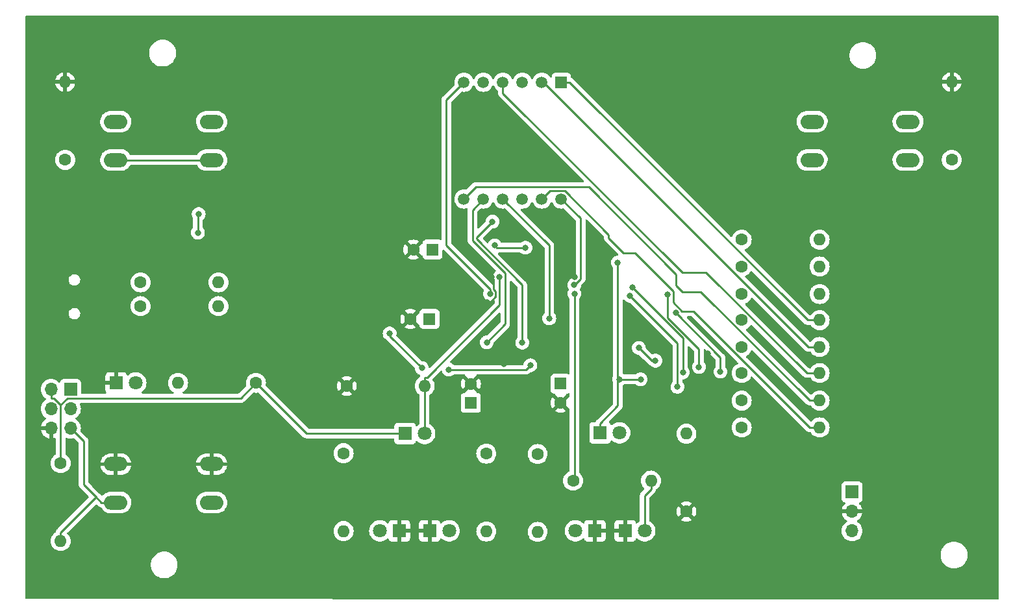
<source format=gbr>
%TF.GenerationSoftware,KiCad,Pcbnew,(7.0.0)*%
%TF.CreationDate,2023-05-30T12:42:47-06:00*%
%TF.ProjectId,GolfSpeedSensor,476f6c66-5370-4656-9564-53656e736f72,rev?*%
%TF.SameCoordinates,Original*%
%TF.FileFunction,Copper,L2,Bot*%
%TF.FilePolarity,Positive*%
%FSLAX46Y46*%
G04 Gerber Fmt 4.6, Leading zero omitted, Abs format (unit mm)*
G04 Created by KiCad (PCBNEW (7.0.0)) date 2023-05-30 12:42:47*
%MOMM*%
%LPD*%
G01*
G04 APERTURE LIST*
%TA.AperFunction,ComponentPad*%
%ADD10C,1.600000*%
%TD*%
%TA.AperFunction,ComponentPad*%
%ADD11O,1.600000X1.600000*%
%TD*%
%TA.AperFunction,ComponentPad*%
%ADD12O,3.048000X1.850000*%
%TD*%
%TA.AperFunction,ComponentPad*%
%ADD13R,1.800000X1.800000*%
%TD*%
%TA.AperFunction,ComponentPad*%
%ADD14C,1.800000*%
%TD*%
%TA.AperFunction,ComponentPad*%
%ADD15R,1.700000X1.700000*%
%TD*%
%TA.AperFunction,ComponentPad*%
%ADD16O,1.700000X1.700000*%
%TD*%
%TA.AperFunction,ComponentPad*%
%ADD17R,1.600000X1.600000*%
%TD*%
%TA.AperFunction,ComponentPad*%
%ADD18R,1.500000X1.500000*%
%TD*%
%TA.AperFunction,ComponentPad*%
%ADD19C,1.500000*%
%TD*%
%TA.AperFunction,ViaPad*%
%ADD20C,0.800000*%
%TD*%
%TA.AperFunction,Conductor*%
%ADD21C,0.250000*%
%TD*%
G04 APERTURE END LIST*
D10*
%TO.P,R11,1*%
%TO.N,dp*%
X180010000Y-84250000D03*
D11*
%TO.P,R11,2*%
%TO.N,Net-(U4-DPX)*%
X190169999Y-84249999D03*
%TD*%
D12*
%TO.P,SW3,1,1*%
%TO.N,GND*%
X98389999Y-113549999D03*
X110889999Y-113549999D03*
%TO.P,SW3,2,2*%
%TO.N,RST*%
X98389999Y-118549999D03*
X110889999Y-118549999D03*
%TD*%
D13*
%TO.P,D2,1,K*%
%TO.N,GND*%
X160864999Y-122249999D03*
D14*
%TO.P,D2,2,A*%
%TO.N,Net-(D2-A)*%
X158325000Y-122250000D03*
%TD*%
D10*
%TO.P,R8,1*%
%TO.N,e*%
X180010000Y-94750000D03*
D11*
%TO.P,R8,2*%
%TO.N,Net-(U4-e)*%
X190169999Y-94749999D03*
%TD*%
D10*
%TO.P,R10,1*%
%TO.N,g*%
X180010000Y-87750000D03*
D11*
%TO.P,R10,2*%
%TO.N,Net-(U4-g)*%
X190169999Y-87749999D03*
%TD*%
D15*
%TO.P,J3,1,Pin_1*%
%TO.N,+5V*%
X194399999Y-117174999D03*
D16*
%TO.P,J3,2,Pin_2*%
%TO.N,GND*%
X194399999Y-119714999D03*
%TO.P,J3,3,Pin_3*%
%TO.N,+3.3V*%
X194399999Y-122254999D03*
%TD*%
D10*
%TO.P,R2,1*%
%TO.N,Net-(J1-D-)*%
X101620000Y-89825000D03*
D11*
%TO.P,R2,2*%
%TO.N,USB_CONN_D-*%
X111779999Y-89824999D03*
%TD*%
D10*
%TO.P,R22,1*%
%TO.N,GND*%
X128510000Y-103350000D03*
D11*
%TO.P,R22,2*%
%TO.N,Beam_2*%
X138669999Y-103349999D03*
%TD*%
D13*
%TO.P,R19,1*%
%TO.N,+5V*%
X161549999Y-109449999D03*
D14*
%TO.P,R19,2*%
%TO.N,Beam_1*%
X164090000Y-109450000D03*
%TD*%
D10*
%TO.P,R17,1*%
%TO.N,Red_LED2*%
X146700000Y-112170000D03*
D11*
%TO.P,R17,2*%
%TO.N,Net-(D5-A)*%
X146699999Y-122329999D03*
%TD*%
D12*
%TO.P,SW1,1,1*%
%TO.N,+5V*%
X98389999Y-68849999D03*
X110889999Y-68849999D03*
%TO.P,SW1,2,2*%
%TO.N,Button_1*%
X98389999Y-73849999D03*
X110889999Y-73849999D03*
%TD*%
D10*
%TO.P,R12,1*%
%TO.N,Green_LED1*%
X153400000Y-112220000D03*
D11*
%TO.P,R12,2*%
%TO.N,Net-(D2-A)*%
X153399999Y-122379999D03*
%TD*%
D10*
%TO.P,R20,1*%
%TO.N,GND*%
X172790000Y-119730000D03*
D11*
%TO.P,R20,2*%
%TO.N,Beam_1*%
X172789999Y-109569999D03*
%TD*%
D10*
%TO.P,R7,1*%
%TO.N,d*%
X180010000Y-98250000D03*
D11*
%TO.P,R7,2*%
%TO.N,Net-(U4-d)*%
X190169999Y-98249999D03*
%TD*%
D10*
%TO.P,R1,1*%
%TO.N,Net-(J1-D+)*%
X101620000Y-92925000D03*
D11*
%TO.P,R1,2*%
%TO.N,USB_CONN_D+*%
X111779999Y-92924999D03*
%TD*%
D13*
%TO.P,D1,1,K*%
%TO.N,GND*%
X98449999Y-102949999D03*
D14*
%TO.P,D1,2,A*%
%TO.N,Net-(D1-A)*%
X100990000Y-102950000D03*
%TD*%
D13*
%TO.P,D3,1,K*%
%TO.N,GND*%
X164814999Y-122249999D03*
D14*
%TO.P,D3,2,A*%
%TO.N,Net-(D3-A)*%
X167355000Y-122250000D03*
%TD*%
D13*
%TO.P,R21,1*%
%TO.N,+5V*%
X136114999Y-109549999D03*
D14*
%TO.P,R21,2*%
%TO.N,Beam_2*%
X138655000Y-109550000D03*
%TD*%
D15*
%TO.P,J2,1,MISO*%
%TO.N,MISO*%
X92489999Y-103774999D03*
D16*
%TO.P,J2,2,VCC*%
%TO.N,+5V*%
X89949999Y-103774999D03*
%TO.P,J2,3,SCK*%
%TO.N,SCK*%
X92489999Y-106314999D03*
%TO.P,J2,4,MOSI*%
%TO.N,MOSI*%
X89949999Y-106314999D03*
%TO.P,J2,5,~{RST}*%
%TO.N,RST*%
X92489999Y-108854999D03*
%TO.P,J2,6,GND*%
%TO.N,GND*%
X89949999Y-108854999D03*
%TD*%
D10*
%TO.P,R16,1*%
%TO.N,Green_LED2*%
X128100000Y-112120000D03*
D11*
%TO.P,R16,2*%
%TO.N,Net-(D4-A)*%
X128099999Y-122279999D03*
%TD*%
D10*
%TO.P,R5,1*%
%TO.N,b*%
X180010000Y-105250000D03*
D11*
%TO.P,R5,2*%
%TO.N,Net-(U4-b)*%
X190169999Y-105249999D03*
%TD*%
D13*
%TO.P,D5,1,K*%
%TO.N,GND*%
X139314999Y-122249999D03*
D14*
%TO.P,D5,2,A*%
%TO.N,Net-(D5-A)*%
X141855000Y-122250000D03*
%TD*%
D10*
%TO.P,R6,1*%
%TO.N,c*%
X180010000Y-101650000D03*
D11*
%TO.P,R6,2*%
%TO.N,Net-(U4-c)*%
X190169999Y-101649999D03*
%TD*%
D10*
%TO.P,R13,1*%
%TO.N,Red_LED1*%
X158020000Y-115700000D03*
D11*
%TO.P,R13,2*%
%TO.N,Net-(D3-A)*%
X168179999Y-115699999D03*
%TD*%
D17*
%TO.P,C3,1*%
%TO.N,/UCAP*%
X139299999Y-94599999D03*
D10*
%TO.P,C3,2*%
%TO.N,GND*%
X136800000Y-94600000D03*
%TD*%
D18*
%TO.P,U4,1,e*%
%TO.N,Net-(U4-e)*%
X156489999Y-63709999D03*
D19*
%TO.P,U4,2,d*%
%TO.N,Net-(U4-d)*%
X153950000Y-63710000D03*
%TO.P,U4,3,DPX*%
%TO.N,Net-(U4-DPX)*%
X151410000Y-63710000D03*
%TO.P,U4,4,c*%
%TO.N,Net-(U4-c)*%
X148870000Y-63710000D03*
%TO.P,U4,5,g*%
%TO.N,Net-(U4-g)*%
X146330000Y-63710000D03*
%TO.P,U4,6,CA4*%
%TO.N,Dig4*%
X143790000Y-63710000D03*
%TO.P,U4,7,b*%
%TO.N,Net-(U4-b)*%
X143790000Y-78950000D03*
%TO.P,U4,8,CA3*%
%TO.N,Dig3*%
X146330000Y-78950000D03*
%TO.P,U4,9,CA2*%
%TO.N,Dig2*%
X148870000Y-78950000D03*
%TO.P,U4,10,f*%
%TO.N,Net-(U4-f)*%
X151410000Y-78950000D03*
%TO.P,U4,11,a*%
%TO.N,Net-(U4-a)*%
X153950000Y-78950000D03*
%TO.P,U4,12,CA1*%
%TO.N,Dig1*%
X156490000Y-78950000D03*
%TD*%
D10*
%TO.P,R3,1*%
%TO.N,+5V*%
X116670000Y-102950000D03*
D11*
%TO.P,R3,2*%
%TO.N,Net-(D1-A)*%
X106509999Y-102949999D03*
%TD*%
D17*
%TO.P,C4,1*%
%TO.N,/AREF*%
X139695099Y-85549999D03*
D10*
%TO.P,C4,2*%
%TO.N,GND*%
X137195100Y-85550000D03*
%TD*%
D17*
%TO.P,C1,1*%
%TO.N,XTAL1*%
X156389999Y-103044899D03*
D10*
%TO.P,C1,2*%
%TO.N,GND*%
X156390000Y-105544900D03*
%TD*%
%TO.P,R14,1*%
%TO.N,Button_1*%
X91790000Y-73830000D03*
D11*
%TO.P,R14,2*%
%TO.N,GND*%
X91789999Y-63669999D03*
%TD*%
D10*
%TO.P,R15,1*%
%TO.N,Button_2*%
X207390000Y-73830000D03*
D11*
%TO.P,R15,2*%
%TO.N,GND*%
X207389999Y-63669999D03*
%TD*%
D17*
%TO.P,C2,1*%
%TO.N,XTAL2*%
X144689999Y-105555099D03*
D10*
%TO.P,C2,2*%
%TO.N,GND*%
X144690000Y-103055100D03*
%TD*%
%TO.P,R9,1*%
%TO.N,f*%
X180010000Y-91350000D03*
D11*
%TO.P,R9,2*%
%TO.N,Net-(U4-f)*%
X190169999Y-91349999D03*
%TD*%
D10*
%TO.P,R4,1*%
%TO.N,a*%
X180010000Y-108750000D03*
D11*
%TO.P,R4,2*%
%TO.N,Net-(U4-a)*%
X190169999Y-108749999D03*
%TD*%
D13*
%TO.P,D4,1,K*%
%TO.N,GND*%
X135364999Y-122249999D03*
D14*
%TO.P,D4,2,A*%
%TO.N,Net-(D4-A)*%
X132825000Y-122250000D03*
%TD*%
D10*
%TO.P,R18,1*%
%TO.N,+5V*%
X91200000Y-113420000D03*
D11*
%TO.P,R18,2*%
%TO.N,RST*%
X91199999Y-123579999D03*
%TD*%
D12*
%TO.P,SW2,1,1*%
%TO.N,+5V*%
X189189999Y-68849999D03*
X201689999Y-68849999D03*
%TO.P,SW2,2,2*%
%TO.N,Button_2*%
X189189999Y-73849999D03*
X201689999Y-73849999D03*
%TD*%
D20*
%TO.N,GND*%
X168600000Y-102800000D03*
X146800000Y-92400000D03*
X143300000Y-92500000D03*
X158200000Y-89100000D03*
X149000000Y-100500000D03*
X175600000Y-99100000D03*
X153200000Y-105400000D03*
X153300000Y-86024500D03*
X149800000Y-102300000D03*
X156600000Y-98400000D03*
X147400000Y-89100000D03*
X118400000Y-93500000D03*
X95700000Y-94300000D03*
%TO.N,+5V*%
X147800000Y-85000000D03*
X151800000Y-85300000D03*
X163855000Y-87240000D03*
X166824500Y-102480000D03*
X164039000Y-102480000D03*
%TO.N,g*%
X177227100Y-101473400D03*
X171413200Y-93814200D03*
%TO.N,dp*%
X170349800Y-91434400D03*
X174433400Y-100855000D03*
%TO.N,Red_LED1*%
X158200000Y-91300000D03*
%TO.N,Button_1*%
X152450000Y-100650000D03*
X134100000Y-96500000D03*
X138300000Y-101000000D03*
X109200000Y-80900000D03*
X141800000Y-101200000D03*
X109100000Y-83327900D03*
%TO.N,Button_2*%
X151390000Y-97690000D03*
X147500000Y-81900000D03*
%TO.N,Beam_2*%
X148423000Y-89162700D03*
%TO.N,ST_CP*%
X172342200Y-101574900D03*
X165756400Y-90517000D03*
%TO.N,Dig3*%
X146766000Y-97657200D03*
%TO.N,Dig2*%
X154918000Y-94521900D03*
%TO.N,SH_CP*%
X166589500Y-98367500D03*
X168764100Y-100040200D03*
%TO.N,DS*%
X171629500Y-103455000D03*
X165451200Y-91571200D03*
%TO.N,Dig4*%
X147194000Y-91321200D03*
%TO.N,Dig1*%
X158169000Y-90182600D03*
%TD*%
D21*
%TO.N,GND*%
X147644003Y-89344003D02*
X147644003Y-90745898D01*
X147400000Y-89100000D02*
X147644003Y-89344003D01*
X147644003Y-90745898D02*
X147919000Y-91020895D01*
X147919000Y-91020895D02*
X147919000Y-91681000D01*
X147919000Y-91681000D02*
X147200000Y-92400000D01*
X147200000Y-92400000D02*
X146800000Y-92400000D01*
%TO.N,Net-(D3-A)*%
X167355000Y-117650000D02*
X168180000Y-116825000D01*
X168180000Y-116825000D02*
X168180000Y-115700000D01*
X167355000Y-122250000D02*
X167355000Y-117650000D01*
%TO.N,+5V*%
X163855000Y-87240000D02*
X163855000Y-102480000D01*
X92084700Y-104950000D02*
X91200000Y-105835000D01*
X90315200Y-104950000D02*
X89950000Y-104950000D01*
X123270000Y-109550000D02*
X116670000Y-102950000D01*
X91200000Y-113420000D02*
X91200000Y-105835000D01*
X89950000Y-104950000D02*
X89950000Y-103775000D01*
X147800000Y-85000000D02*
X148100000Y-85300000D01*
X163855000Y-102480000D02*
X164039000Y-102480000D01*
X114670000Y-104950000D02*
X92084700Y-104950000D01*
X91200000Y-105835000D02*
X90315200Y-104950000D01*
X148100000Y-85300000D02*
X151800000Y-85300000D01*
X116670000Y-102950000D02*
X114670000Y-104950000D01*
X161550000Y-108225000D02*
X163855000Y-105920000D01*
X166824500Y-102480000D02*
X164039000Y-102480000D01*
X163855000Y-105920000D02*
X163855000Y-102480000D01*
X136115000Y-109550000D02*
X123270000Y-109550000D01*
X161550000Y-109450000D02*
X161550000Y-108225000D01*
%TO.N,RST*%
X95822900Y-117832000D02*
X96540900Y-118550000D01*
X94200000Y-110565000D02*
X94200000Y-116209000D01*
X94200000Y-116209000D02*
X95822900Y-117832000D01*
X92490000Y-108855000D02*
X94200000Y-110565000D01*
X95822900Y-117832000D02*
X91200000Y-122455000D01*
X96540900Y-118550000D02*
X98390000Y-118550000D01*
X91200000Y-122455000D02*
X91200000Y-123580000D01*
%TO.N,Net-(U4-a)*%
X153950000Y-78950000D02*
X155025000Y-77874800D01*
X171102000Y-92462100D02*
X172230000Y-93590000D01*
X172230000Y-93590000D02*
X173734000Y-93590000D01*
X162666000Y-83584200D02*
X162666000Y-84031700D01*
X164605000Y-85970000D02*
X166108000Y-85970000D01*
X188894000Y-108750000D02*
X190170000Y-108750000D01*
X171102000Y-90963600D02*
X171102000Y-92462100D01*
X155025000Y-77874800D02*
X156957000Y-77874800D01*
X173734000Y-93590000D02*
X188894000Y-108750000D01*
X156957000Y-77874800D02*
X162666000Y-83584200D01*
X162666000Y-84031700D02*
X164605000Y-85970000D01*
X166108000Y-85970000D02*
X171102000Y-90963600D01*
%TO.N,Net-(U4-b)*%
X174680000Y-91050000D02*
X172279000Y-91050000D01*
X160083000Y-77388800D02*
X145351000Y-77388800D01*
X145351000Y-77388800D02*
X143790000Y-78950000D01*
X190170000Y-105250000D02*
X188880000Y-105250000D01*
X171459000Y-90229900D02*
X171459000Y-88764800D01*
X171459000Y-88764800D02*
X160083000Y-77388800D01*
X172279000Y-91050000D02*
X171459000Y-90229900D01*
X188880000Y-105250000D02*
X174680000Y-91050000D01*
%TO.N,Net-(U4-c)*%
X148870000Y-63710000D02*
X148870000Y-65124300D01*
X148870000Y-65124300D02*
X172256000Y-88510000D01*
X172256000Y-88510000D02*
X175361000Y-88510000D01*
X188501000Y-101650000D02*
X190170000Y-101650000D01*
X175361000Y-88510000D02*
X188501000Y-101650000D01*
%TO.N,Net-(U4-d)*%
X188683000Y-98250000D02*
X190170000Y-98250000D01*
X154143000Y-63710000D02*
X188683000Y-98250000D01*
X153950000Y-63710000D02*
X154143000Y-63710000D01*
%TO.N,Net-(U4-e)*%
X157565000Y-63710000D02*
X188605000Y-94750000D01*
X156490000Y-63710000D02*
X157565000Y-63710000D01*
X188605000Y-94750000D02*
X190170000Y-94750000D01*
%TO.N,g*%
X177227100Y-99628100D02*
X171413200Y-93814200D01*
X177227100Y-101473400D02*
X177227100Y-99628100D01*
%TO.N,dp*%
X174433400Y-100855000D02*
X174433300Y-100855000D01*
X170349800Y-94469100D02*
X170349800Y-91434400D01*
X174433300Y-98552600D02*
X170349800Y-94469100D01*
X174433300Y-100855000D02*
X174433300Y-98552600D01*
%TO.N,Red_LED1*%
X158200000Y-115520000D02*
X158020000Y-115700000D01*
X158200000Y-91300000D02*
X158200000Y-115520000D01*
%TO.N,Button_1*%
X152450000Y-100650000D02*
X151875000Y-101225000D01*
X109100000Y-83327900D02*
X109100000Y-81000000D01*
X109100000Y-81000000D02*
X109200000Y-80900000D01*
X134100000Y-96800000D02*
X134100000Y-96500000D01*
X138300000Y-101000000D02*
X134100000Y-96800000D01*
X151875000Y-101225000D02*
X141825000Y-101225000D01*
X141825000Y-101225000D02*
X141800000Y-101200000D01*
X98390000Y-73850000D02*
X110890000Y-73850000D01*
%TO.N,Button_2*%
X151390000Y-97690000D02*
X151390000Y-90154700D01*
X145400000Y-84000000D02*
X147500000Y-81900000D01*
X145400000Y-84164700D02*
X145400000Y-84000000D01*
X151390000Y-90154700D02*
X145400000Y-84164700D01*
%TO.N,Beam_2*%
X138655000Y-104490000D02*
X138670000Y-104475000D01*
X139001000Y-102225000D02*
X148423000Y-92802900D01*
X138670000Y-102225000D02*
X139001000Y-102225000D01*
X138670000Y-103350000D02*
X138670000Y-102225000D01*
X148423000Y-92802900D02*
X148423000Y-89162700D01*
X138670000Y-104475000D02*
X138670000Y-103350000D01*
X138655000Y-109550000D02*
X138655000Y-104490000D01*
%TO.N,ST_CP*%
X165756400Y-90517000D02*
X172342200Y-97102800D01*
X172342200Y-97102800D02*
X172342200Y-101574900D01*
%TO.N,Dig3*%
X144900000Y-84347100D02*
X149170000Y-88617100D01*
X149170000Y-95253000D02*
X146766000Y-97657200D01*
X149170000Y-88617100D02*
X149170000Y-95253000D01*
X144900000Y-80380000D02*
X144900000Y-84347100D01*
X146330000Y-78950000D02*
X144900000Y-80380000D01*
%TO.N,Dig2*%
X154918000Y-94521900D02*
X154918000Y-84998000D01*
X154918000Y-84998000D02*
X148870000Y-78950000D01*
%TO.N,SH_CP*%
X168262200Y-100040200D02*
X168764100Y-100040200D01*
X166589500Y-98367500D02*
X168262200Y-100040200D01*
%TO.N,DS*%
X171617100Y-97737100D02*
X171617100Y-103442600D01*
X165451200Y-91571200D02*
X171617100Y-97737100D01*
X171617100Y-103442600D02*
X171629500Y-103455000D01*
%TO.N,Dig4*%
X143790000Y-63710000D02*
X141500000Y-66000000D01*
X141500000Y-66000000D02*
X141500000Y-85000000D01*
X141500000Y-85000000D02*
X147194000Y-90694300D01*
X147194000Y-90694300D02*
X147194000Y-91321200D01*
%TO.N,Dig1*%
X159000000Y-81460000D02*
X156490000Y-78950000D01*
X159000000Y-89400000D02*
X159000000Y-81460000D01*
X158217000Y-90182600D02*
X159000000Y-89400000D01*
X158169000Y-90182600D02*
X158217000Y-90182600D01*
%TD*%
%TA.AperFunction,Conductor*%
%TO.N,GND*%
G36*
X147666625Y-64134241D02*
G01*
X147712382Y-64186417D01*
X147780609Y-64332732D01*
X147780613Y-64332739D01*
X147782898Y-64337639D01*
X147785997Y-64342066D01*
X147785999Y-64342068D01*
X147905296Y-64512442D01*
X147905299Y-64512446D01*
X147908402Y-64516877D01*
X148063123Y-64671598D01*
X148067555Y-64674701D01*
X148067557Y-64674703D01*
X148191624Y-64761576D01*
X148230489Y-64805894D01*
X148244500Y-64863151D01*
X148244500Y-65046524D01*
X148243978Y-65057580D01*
X148242327Y-65064971D01*
X148242572Y-65072769D01*
X148242572Y-65072770D01*
X148244439Y-65132177D01*
X148244500Y-65136072D01*
X148244500Y-65163650D01*
X148244988Y-65167517D01*
X148244989Y-65167527D01*
X148245004Y-65167645D01*
X148245918Y-65179269D01*
X148247045Y-65215131D01*
X148247046Y-65215137D01*
X148247291Y-65222931D01*
X148249466Y-65230417D01*
X148249468Y-65230430D01*
X148252880Y-65242173D01*
X148256825Y-65261219D01*
X148259336Y-65281092D01*
X148262207Y-65288343D01*
X148262209Y-65288351D01*
X148275415Y-65321706D01*
X148279199Y-65332756D01*
X148291384Y-65374694D01*
X148295353Y-65381406D01*
X148295356Y-65381412D01*
X148301583Y-65391942D01*
X148310138Y-65409404D01*
X148314642Y-65420780D01*
X148314644Y-65420783D01*
X148317514Y-65428032D01*
X148343188Y-65463370D01*
X148349594Y-65473123D01*
X148367857Y-65504004D01*
X148367860Y-65504008D01*
X148371832Y-65510724D01*
X148377348Y-65516239D01*
X148377349Y-65516241D01*
X148385994Y-65524885D01*
X148398634Y-65539684D01*
X148410406Y-65555887D01*
X148420981Y-65564635D01*
X148444047Y-65583717D01*
X148452688Y-65591579D01*
X159412868Y-76551618D01*
X159443118Y-76600981D01*
X159447660Y-76658697D01*
X159425505Y-76712185D01*
X159381482Y-76749785D01*
X159325187Y-76763300D01*
X145428780Y-76763300D01*
X145417690Y-76762776D01*
X145410293Y-76761124D01*
X145402503Y-76761369D01*
X145402501Y-76761369D01*
X145343114Y-76763239D01*
X145339212Y-76763300D01*
X145311650Y-76763300D01*
X145307791Y-76763787D01*
X145307782Y-76763788D01*
X145307658Y-76763804D01*
X145307634Y-76763807D01*
X145296020Y-76764721D01*
X145260127Y-76765851D01*
X145260122Y-76765851D01*
X145252333Y-76766097D01*
X145244847Y-76768271D01*
X145244841Y-76768273D01*
X145233114Y-76771681D01*
X145214065Y-76775627D01*
X145201942Y-76777158D01*
X145201936Y-76777159D01*
X145194208Y-76778136D01*
X145186960Y-76781005D01*
X145186954Y-76781007D01*
X145153576Y-76794222D01*
X145142536Y-76798002D01*
X145108066Y-76808019D01*
X145108055Y-76808023D01*
X145100573Y-76810198D01*
X145093863Y-76814166D01*
X145093862Y-76814167D01*
X145083344Y-76820388D01*
X145065876Y-76828946D01*
X145054518Y-76833443D01*
X145054515Y-76833444D01*
X145047268Y-76836314D01*
X145040960Y-76840896D01*
X145040958Y-76840898D01*
X145011923Y-76861993D01*
X145002168Y-76868402D01*
X144971261Y-76886682D01*
X144971253Y-76886687D01*
X144964548Y-76890654D01*
X144959035Y-76896166D01*
X144959029Y-76896172D01*
X144950398Y-76904805D01*
X144935602Y-76917443D01*
X144925725Y-76924618D01*
X144925716Y-76924626D01*
X144919413Y-76929206D01*
X144914444Y-76935211D01*
X144914440Y-76935216D01*
X144891564Y-76962868D01*
X144883710Y-76971500D01*
X144163919Y-77691383D01*
X144108330Y-77723481D01*
X144044140Y-77723482D01*
X144013205Y-77715193D01*
X144013196Y-77715191D01*
X144007977Y-77713793D01*
X144002590Y-77713321D01*
X144002586Y-77713321D01*
X143795395Y-77695195D01*
X143790000Y-77694723D01*
X143784605Y-77695195D01*
X143577421Y-77713320D01*
X143577412Y-77713321D01*
X143572023Y-77713793D01*
X143566802Y-77715191D01*
X143566790Y-77715194D01*
X143365897Y-77769024D01*
X143365892Y-77769025D01*
X143360670Y-77770425D01*
X143355774Y-77772707D01*
X143355763Y-77772712D01*
X143167272Y-77860608D01*
X143167268Y-77860610D01*
X143162362Y-77862898D01*
X143157929Y-77866001D01*
X143157922Y-77866006D01*
X142987558Y-77985296D01*
X142987553Y-77985299D01*
X142983123Y-77988402D01*
X142979299Y-77992225D01*
X142979293Y-77992231D01*
X142832231Y-78139293D01*
X142832225Y-78139299D01*
X142828402Y-78143123D01*
X142825299Y-78147553D01*
X142825296Y-78147558D01*
X142706006Y-78317922D01*
X142706001Y-78317929D01*
X142702898Y-78322362D01*
X142700610Y-78327268D01*
X142700608Y-78327272D01*
X142612712Y-78515763D01*
X142612707Y-78515774D01*
X142610425Y-78520670D01*
X142609025Y-78525892D01*
X142609024Y-78525897D01*
X142555194Y-78726790D01*
X142555191Y-78726802D01*
X142553793Y-78732023D01*
X142553321Y-78737412D01*
X142553320Y-78737421D01*
X142535467Y-78941487D01*
X142534723Y-78950000D01*
X142535195Y-78955395D01*
X142553320Y-79162578D01*
X142553321Y-79162585D01*
X142553793Y-79167977D01*
X142555192Y-79173199D01*
X142555194Y-79173209D01*
X142582034Y-79273374D01*
X142610425Y-79379330D01*
X142612709Y-79384229D01*
X142612712Y-79384236D01*
X142700611Y-79572736D01*
X142700614Y-79572742D01*
X142702898Y-79577639D01*
X142705997Y-79582066D01*
X142705999Y-79582068D01*
X142825296Y-79752442D01*
X142825299Y-79752446D01*
X142828402Y-79756877D01*
X142983123Y-79911598D01*
X143162361Y-80037102D01*
X143167261Y-80039387D01*
X143167263Y-80039388D01*
X143339426Y-80119669D01*
X143360670Y-80129575D01*
X143458379Y-80155756D01*
X143566790Y-80184805D01*
X143566791Y-80184805D01*
X143572023Y-80186207D01*
X143790000Y-80205277D01*
X144007977Y-80186207D01*
X144121621Y-80155755D01*
X144181712Y-80154733D01*
X144235226Y-80182087D01*
X144269592Y-80231393D01*
X144276737Y-80291067D01*
X144276438Y-80293430D01*
X144274500Y-80300981D01*
X144274500Y-80308781D01*
X144274500Y-80321017D01*
X144272974Y-80340402D01*
X144269840Y-80360196D01*
X144270574Y-80367961D01*
X144270574Y-80367964D01*
X144273950Y-80403676D01*
X144274500Y-80415345D01*
X144274500Y-84269325D01*
X144273978Y-84280380D01*
X144272327Y-84287767D01*
X144272571Y-84295553D01*
X144272571Y-84295561D01*
X144274439Y-84354973D01*
X144274500Y-84358868D01*
X144274500Y-84386450D01*
X144274988Y-84390319D01*
X144274989Y-84390325D01*
X144275004Y-84390443D01*
X144275918Y-84402066D01*
X144277045Y-84437930D01*
X144277046Y-84437937D01*
X144277291Y-84445727D01*
X144279467Y-84453219D01*
X144279468Y-84453221D01*
X144282879Y-84464962D01*
X144286825Y-84484015D01*
X144289336Y-84503892D01*
X144292206Y-84511142D01*
X144292208Y-84511148D01*
X144305414Y-84544504D01*
X144309197Y-84555551D01*
X144321382Y-84597490D01*
X144325353Y-84604205D01*
X144325354Y-84604207D01*
X144331581Y-84614737D01*
X144340136Y-84632199D01*
X144344642Y-84643580D01*
X144344643Y-84643583D01*
X144347514Y-84650832D01*
X144352517Y-84657718D01*
X144373181Y-84686160D01*
X144379593Y-84695922D01*
X144397856Y-84726802D01*
X144397859Y-84726807D01*
X144401830Y-84733520D01*
X144407345Y-84739035D01*
X144415990Y-84747680D01*
X144428626Y-84762474D01*
X144435819Y-84772375D01*
X144435823Y-84772379D01*
X144440406Y-84778687D01*
X144446415Y-84783658D01*
X144446416Y-84783659D01*
X144474058Y-84806526D01*
X144482699Y-84814389D01*
X147911967Y-88243658D01*
X147940622Y-88288420D01*
X147947904Y-88341067D01*
X147932476Y-88391927D01*
X147897172Y-88431656D01*
X147822390Y-88485989D01*
X147822386Y-88485992D01*
X147817129Y-88489812D01*
X147812784Y-88494637D01*
X147812779Y-88494642D01*
X147694813Y-88625656D01*
X147694808Y-88625662D01*
X147690467Y-88630484D01*
X147687222Y-88636104D01*
X147687218Y-88636110D01*
X147599069Y-88788789D01*
X147599066Y-88788794D01*
X147595821Y-88794416D01*
X147593815Y-88800588D01*
X147593813Y-88800594D01*
X147539333Y-88968264D01*
X147539331Y-88968273D01*
X147537326Y-88974444D01*
X147536648Y-88980894D01*
X147536646Y-88980904D01*
X147519986Y-89139425D01*
X147517540Y-89162700D01*
X147518219Y-89169160D01*
X147536646Y-89344495D01*
X147536647Y-89344503D01*
X147537326Y-89350956D01*
X147539331Y-89357128D01*
X147539333Y-89357135D01*
X147592710Y-89521410D01*
X147595821Y-89530984D01*
X147599068Y-89536608D01*
X147599069Y-89536610D01*
X147686135Y-89687414D01*
X147690467Y-89694916D01*
X147694811Y-89699741D01*
X147694813Y-89699743D01*
X147730447Y-89739318D01*
X147762571Y-89774996D01*
X147765650Y-89778415D01*
X147789264Y-89816949D01*
X147797500Y-89861387D01*
X147797500Y-90113844D01*
X147783985Y-90170139D01*
X147746384Y-90214163D01*
X147692896Y-90236318D01*
X147635179Y-90231774D01*
X147585816Y-90201523D01*
X142816638Y-85432094D01*
X142161815Y-84777236D01*
X142134938Y-84737009D01*
X142125500Y-84689558D01*
X142125500Y-66310452D01*
X142134939Y-66262999D01*
X142161819Y-66222771D01*
X142787020Y-65597570D01*
X143416003Y-64968586D01*
X143471589Y-64936494D01*
X143535778Y-64936495D01*
X143566786Y-64944804D01*
X143566789Y-64944804D01*
X143572023Y-64946207D01*
X143790000Y-64965277D01*
X144007977Y-64946207D01*
X144219330Y-64889575D01*
X144417639Y-64797102D01*
X144596877Y-64671598D01*
X144751598Y-64516877D01*
X144877102Y-64337639D01*
X144947617Y-64186417D01*
X144993375Y-64134241D01*
X145060000Y-64114821D01*
X145126625Y-64134241D01*
X145172382Y-64186417D01*
X145240609Y-64332732D01*
X145240613Y-64332739D01*
X145242898Y-64337639D01*
X145245997Y-64342066D01*
X145245999Y-64342068D01*
X145365296Y-64512442D01*
X145365299Y-64512446D01*
X145368402Y-64516877D01*
X145523123Y-64671598D01*
X145702361Y-64797102D01*
X145707261Y-64799387D01*
X145707263Y-64799388D01*
X145891403Y-64885254D01*
X145900670Y-64889575D01*
X146006623Y-64917965D01*
X146106790Y-64944805D01*
X146106791Y-64944805D01*
X146112023Y-64946207D01*
X146330000Y-64965277D01*
X146547977Y-64946207D01*
X146759330Y-64889575D01*
X146957639Y-64797102D01*
X147136877Y-64671598D01*
X147291598Y-64516877D01*
X147417102Y-64337639D01*
X147487617Y-64186417D01*
X147533375Y-64134241D01*
X147600000Y-64114821D01*
X147666625Y-64134241D01*
G37*
%TD.AperFunction*%
%TA.AperFunction,Conductor*%
G36*
X213437500Y-55017113D02*
G01*
X213482887Y-55062500D01*
X213499500Y-55124500D01*
X213499500Y-131075402D01*
X213482871Y-131137430D01*
X213437444Y-131182822D01*
X213375402Y-131199402D01*
X167239805Y-131163046D01*
X86724400Y-131099597D01*
X86662444Y-131082953D01*
X86617097Y-131037570D01*
X86600500Y-130975598D01*
X86600500Y-126831182D01*
X102949500Y-126831182D01*
X102950189Y-126835754D01*
X102950190Y-126835765D01*
X102987912Y-127086028D01*
X102987913Y-127086035D01*
X102988604Y-127090615D01*
X102989969Y-127095043D01*
X102989971Y-127095048D01*
X103064569Y-127336891D01*
X103064573Y-127336901D01*
X103065937Y-127341323D01*
X103179772Y-127577704D01*
X103327567Y-127794479D01*
X103506019Y-127986805D01*
X103711143Y-128150386D01*
X103938357Y-128281568D01*
X104182584Y-128377420D01*
X104438370Y-128435802D01*
X104634506Y-128450500D01*
X104763177Y-128450500D01*
X104765494Y-128450500D01*
X104961630Y-128435802D01*
X105217416Y-128377420D01*
X105461643Y-128281568D01*
X105688857Y-128150386D01*
X105893981Y-127986805D01*
X106072433Y-127794479D01*
X106220228Y-127577704D01*
X106334063Y-127341323D01*
X106411396Y-127090615D01*
X106450500Y-126831182D01*
X106450500Y-126568818D01*
X106411396Y-126309385D01*
X106334063Y-126058677D01*
X106220228Y-125822296D01*
X106072433Y-125605521D01*
X106003457Y-125531182D01*
X205949500Y-125531182D01*
X205950189Y-125535754D01*
X205950190Y-125535765D01*
X205987912Y-125786028D01*
X205987913Y-125786035D01*
X205988604Y-125790615D01*
X205989969Y-125795043D01*
X205989971Y-125795048D01*
X206064569Y-126036891D01*
X206064573Y-126036901D01*
X206065937Y-126041323D01*
X206179772Y-126277704D01*
X206327567Y-126494479D01*
X206506019Y-126686805D01*
X206711143Y-126850386D01*
X206938357Y-126981568D01*
X207182584Y-127077420D01*
X207438370Y-127135802D01*
X207634506Y-127150500D01*
X207763177Y-127150500D01*
X207765494Y-127150500D01*
X207961630Y-127135802D01*
X208217416Y-127077420D01*
X208461643Y-126981568D01*
X208688857Y-126850386D01*
X208893981Y-126686805D01*
X209072433Y-126494479D01*
X209220228Y-126277704D01*
X209334063Y-126041323D01*
X209411396Y-125790615D01*
X209450500Y-125531182D01*
X209450500Y-125268818D01*
X209411396Y-125009385D01*
X209334063Y-124758677D01*
X209220228Y-124522296D01*
X209072433Y-124305521D01*
X208893981Y-124113195D01*
X208688857Y-123949614D01*
X208594216Y-123894973D01*
X208465664Y-123820753D01*
X208465658Y-123820750D01*
X208461643Y-123818432D01*
X208457324Y-123816737D01*
X208457318Y-123816734D01*
X208221738Y-123724276D01*
X208221734Y-123724275D01*
X208217416Y-123722580D01*
X208212893Y-123721547D01*
X208212891Y-123721547D01*
X207966149Y-123665229D01*
X207966143Y-123665228D01*
X207961630Y-123664198D01*
X207957008Y-123663851D01*
X207957004Y-123663851D01*
X207767808Y-123649673D01*
X207767797Y-123649672D01*
X207765494Y-123649500D01*
X207634506Y-123649500D01*
X207632203Y-123649672D01*
X207632191Y-123649673D01*
X207442995Y-123663851D01*
X207442989Y-123663851D01*
X207438370Y-123664198D01*
X207433858Y-123665227D01*
X207433850Y-123665229D01*
X207187108Y-123721547D01*
X207187102Y-123721548D01*
X207182584Y-123722580D01*
X207178268Y-123724273D01*
X207178261Y-123724276D01*
X206942681Y-123816734D01*
X206942670Y-123816739D01*
X206938357Y-123818432D01*
X206934346Y-123820747D01*
X206934335Y-123820753D01*
X206715161Y-123947294D01*
X206711143Y-123949614D01*
X206707519Y-123952503D01*
X206707516Y-123952506D01*
X206509646Y-124110302D01*
X206509641Y-124110306D01*
X206506019Y-124113195D01*
X206502865Y-124116593D01*
X206502863Y-124116596D01*
X206330719Y-124302123D01*
X206330713Y-124302129D01*
X206327567Y-124305521D01*
X206179772Y-124522296D01*
X206177759Y-124526474D01*
X206177756Y-124526481D01*
X206067949Y-124754497D01*
X206067944Y-124754508D01*
X206065937Y-124758677D01*
X206064574Y-124763093D01*
X206064569Y-124763108D01*
X205989971Y-125004951D01*
X205989968Y-125004959D01*
X205988604Y-125009385D01*
X205987914Y-125013961D01*
X205987912Y-125013971D01*
X205950190Y-125264234D01*
X205950189Y-125264246D01*
X205949500Y-125268818D01*
X205949500Y-125531182D01*
X106003457Y-125531182D01*
X105893981Y-125413195D01*
X105688857Y-125249614D01*
X105594216Y-125194973D01*
X105465664Y-125120753D01*
X105465658Y-125120750D01*
X105461643Y-125118432D01*
X105457324Y-125116737D01*
X105457318Y-125116734D01*
X105221738Y-125024276D01*
X105221734Y-125024275D01*
X105217416Y-125022580D01*
X105212893Y-125021547D01*
X105212891Y-125021547D01*
X104966149Y-124965229D01*
X104966143Y-124965228D01*
X104961630Y-124964198D01*
X104957008Y-124963851D01*
X104957004Y-124963851D01*
X104767808Y-124949673D01*
X104767797Y-124949672D01*
X104765494Y-124949500D01*
X104634506Y-124949500D01*
X104632203Y-124949672D01*
X104632191Y-124949673D01*
X104442995Y-124963851D01*
X104442989Y-124963851D01*
X104438370Y-124964198D01*
X104433858Y-124965227D01*
X104433850Y-124965229D01*
X104187108Y-125021547D01*
X104187102Y-125021548D01*
X104182584Y-125022580D01*
X104178268Y-125024273D01*
X104178261Y-125024276D01*
X103942681Y-125116734D01*
X103942670Y-125116739D01*
X103938357Y-125118432D01*
X103934346Y-125120747D01*
X103934335Y-125120753D01*
X103715161Y-125247294D01*
X103711143Y-125249614D01*
X103707519Y-125252503D01*
X103707516Y-125252506D01*
X103509646Y-125410302D01*
X103509641Y-125410306D01*
X103506019Y-125413195D01*
X103502865Y-125416593D01*
X103502863Y-125416596D01*
X103330719Y-125602123D01*
X103330713Y-125602129D01*
X103327567Y-125605521D01*
X103324957Y-125609348D01*
X103324957Y-125609349D01*
X103201372Y-125790615D01*
X103179772Y-125822296D01*
X103177759Y-125826474D01*
X103177756Y-125826481D01*
X103067949Y-126054497D01*
X103067944Y-126054508D01*
X103065937Y-126058677D01*
X103064574Y-126063093D01*
X103064569Y-126063108D01*
X102989971Y-126304951D01*
X102989968Y-126304959D01*
X102988604Y-126309385D01*
X102987914Y-126313961D01*
X102987912Y-126313971D01*
X102950190Y-126564234D01*
X102950189Y-126564246D01*
X102949500Y-126568818D01*
X102949500Y-126831182D01*
X86600500Y-126831182D01*
X86600500Y-109107551D01*
X88622688Y-109107551D01*
X88623056Y-109118780D01*
X88675168Y-109313263D01*
X88678856Y-109323397D01*
X88774113Y-109527676D01*
X88779501Y-109537008D01*
X88908784Y-109721643D01*
X88915721Y-109729909D01*
X89075090Y-109889278D01*
X89083356Y-109896215D01*
X89267991Y-110025498D01*
X89277323Y-110030886D01*
X89481602Y-110126143D01*
X89491736Y-110129831D01*
X89686219Y-110181943D01*
X89697448Y-110182311D01*
X89700000Y-110171369D01*
X89700000Y-109121326D01*
X89696549Y-109108450D01*
X89683674Y-109105000D01*
X88633631Y-109105000D01*
X88622688Y-109107551D01*
X86600500Y-109107551D01*
X86600500Y-106315000D01*
X88594341Y-106315000D01*
X88594813Y-106320395D01*
X88613685Y-106536106D01*
X88614937Y-106550408D01*
X88616336Y-106555630D01*
X88616337Y-106555634D01*
X88674694Y-106773430D01*
X88674697Y-106773438D01*
X88676097Y-106778663D01*
X88678385Y-106783570D01*
X88678386Y-106783572D01*
X88773678Y-106987927D01*
X88773681Y-106987933D01*
X88775965Y-106992830D01*
X88779064Y-106997257D01*
X88779066Y-106997259D01*
X88908399Y-107181966D01*
X88908402Y-107181970D01*
X88911505Y-107186401D01*
X89078599Y-107353495D01*
X89083031Y-107356598D01*
X89083033Y-107356600D01*
X89264595Y-107483731D01*
X89303460Y-107528049D01*
X89317471Y-107585306D01*
X89303460Y-107642563D01*
X89264595Y-107686881D01*
X89083352Y-107813788D01*
X89075092Y-107820719D01*
X88915719Y-107980092D01*
X88908784Y-107988357D01*
X88779508Y-108172982D01*
X88774110Y-108182332D01*
X88678856Y-108386602D01*
X88675168Y-108396736D01*
X88623056Y-108591219D01*
X88622688Y-108602448D01*
X88633631Y-108605000D01*
X90076000Y-108605000D01*
X90138000Y-108621613D01*
X90183387Y-108667000D01*
X90200000Y-108729000D01*
X90200000Y-110171369D01*
X90202551Y-110182311D01*
X90213780Y-110181943D01*
X90413491Y-110128431D01*
X90413718Y-110129279D01*
X90466684Y-110123478D01*
X90521623Y-110144842D01*
X90560489Y-110189160D01*
X90574500Y-110246417D01*
X90574500Y-112205812D01*
X90560489Y-112263069D01*
X90521623Y-112307387D01*
X90365296Y-112416847D01*
X90365291Y-112416850D01*
X90360861Y-112419953D01*
X90357037Y-112423776D01*
X90357031Y-112423782D01*
X90203782Y-112577031D01*
X90203776Y-112577037D01*
X90199953Y-112580861D01*
X90196850Y-112585291D01*
X90196847Y-112585296D01*
X90072540Y-112762826D01*
X90072535Y-112762833D01*
X90069432Y-112767266D01*
X90067144Y-112772172D01*
X90067142Y-112772176D01*
X89975550Y-112968594D01*
X89975547Y-112968599D01*
X89973261Y-112973504D01*
X89971862Y-112978724D01*
X89971858Y-112978736D01*
X89915764Y-113188083D01*
X89915762Y-113188094D01*
X89914365Y-113193308D01*
X89913893Y-113198693D01*
X89913893Y-113198698D01*
X89900406Y-113352857D01*
X89894532Y-113420000D01*
X89895004Y-113425395D01*
X89901901Y-113504235D01*
X89914365Y-113646692D01*
X89915762Y-113651907D01*
X89915764Y-113651916D01*
X89971858Y-113861263D01*
X89971861Y-113861271D01*
X89973261Y-113866496D01*
X90069432Y-114072734D01*
X90072539Y-114077171D01*
X90072540Y-114077173D01*
X90080081Y-114087943D01*
X90199953Y-114259139D01*
X90360861Y-114420047D01*
X90547266Y-114550568D01*
X90753504Y-114646739D01*
X90758734Y-114648140D01*
X90758736Y-114648141D01*
X90952102Y-114699953D01*
X90973308Y-114705635D01*
X91200000Y-114725468D01*
X91426692Y-114705635D01*
X91646496Y-114646739D01*
X91852734Y-114550568D01*
X92039139Y-114420047D01*
X92200047Y-114259139D01*
X92330568Y-114072734D01*
X92426739Y-113866496D01*
X92485635Y-113646692D01*
X92505468Y-113420000D01*
X92485635Y-113193308D01*
X92426739Y-112973504D01*
X92330568Y-112767266D01*
X92200047Y-112580861D01*
X92039139Y-112419953D01*
X91941971Y-112351916D01*
X91878377Y-112307387D01*
X91839511Y-112263069D01*
X91825500Y-112205812D01*
X91825500Y-110229892D01*
X91840786Y-110170249D01*
X91882875Y-110125311D01*
X91941391Y-110106157D01*
X92001904Y-110117509D01*
X92026337Y-110128903D01*
X92031567Y-110130304D01*
X92031569Y-110130305D01*
X92053559Y-110136197D01*
X92254592Y-110190063D01*
X92490000Y-110210659D01*
X92725408Y-110190063D01*
X92825874Y-110163143D01*
X92890059Y-110163143D01*
X92945646Y-110195236D01*
X93244970Y-110494561D01*
X93538181Y-110787772D01*
X93565061Y-110828000D01*
X93574500Y-110875453D01*
X93574500Y-116131224D01*
X93573978Y-116142269D01*
X93572329Y-116149648D01*
X93572573Y-116157436D01*
X93572573Y-116157442D01*
X93574439Y-116216858D01*
X93574500Y-116220749D01*
X93574500Y-116248350D01*
X93574988Y-116252216D01*
X93574989Y-116252227D01*
X93575003Y-116252337D01*
X93575917Y-116263964D01*
X93576435Y-116280439D01*
X93577288Y-116307608D01*
X93579463Y-116315098D01*
X93579464Y-116315100D01*
X93582879Y-116326857D01*
X93586822Y-116345896D01*
X93587686Y-116352734D01*
X93589336Y-116365792D01*
X93592207Y-116373043D01*
X93592208Y-116373047D01*
X93605412Y-116406395D01*
X93609197Y-116417451D01*
X93621375Y-116459372D01*
X93625345Y-116466085D01*
X93631576Y-116476622D01*
X93640131Y-116494086D01*
X93647514Y-116512732D01*
X93652094Y-116519036D01*
X93652098Y-116519043D01*
X93673180Y-116548060D01*
X93679594Y-116557825D01*
X93697846Y-116588689D01*
X93701818Y-116595405D01*
X93707334Y-116600921D01*
X93715987Y-116609575D01*
X93728620Y-116624367D01*
X93735812Y-116634266D01*
X93735818Y-116634273D01*
X93740406Y-116640587D01*
X93774040Y-116668411D01*
X93782681Y-116676273D01*
X94850652Y-117744310D01*
X94882743Y-117799896D01*
X94882743Y-117864082D01*
X94850650Y-117919668D01*
X90812697Y-121957709D01*
X90804510Y-121965159D01*
X90798123Y-121969214D01*
X90792788Y-121974894D01*
X90792783Y-121974899D01*
X90752088Y-122018234D01*
X90749384Y-122021025D01*
X90729876Y-122040534D01*
X90727491Y-122043608D01*
X90727479Y-122043622D01*
X90727397Y-122043728D01*
X90719830Y-122052585D01*
X90689938Y-122084418D01*
X90686181Y-122091251D01*
X90686180Y-122091253D01*
X90680283Y-122101980D01*
X90669606Y-122118234D01*
X90662102Y-122127908D01*
X90662100Y-122127910D01*
X90657323Y-122134070D01*
X90654226Y-122141225D01*
X90654224Y-122141230D01*
X90639977Y-122174153D01*
X90634840Y-122184640D01*
X90617562Y-122216069D01*
X90617560Y-122216073D01*
X90613803Y-122222908D01*
X90611863Y-122230463D01*
X90611862Y-122230466D01*
X90608818Y-122242320D01*
X90602520Y-122260715D01*
X90597660Y-122271947D01*
X90597658Y-122271953D01*
X90594561Y-122279111D01*
X90593341Y-122286810D01*
X90593340Y-122286816D01*
X90587730Y-122322239D01*
X90585362Y-122333674D01*
X90576440Y-122368423D01*
X90576439Y-122368427D01*
X90574500Y-122375981D01*
X90574500Y-122381612D01*
X90558085Y-122428877D01*
X90523032Y-122466400D01*
X90365296Y-122576847D01*
X90365291Y-122576850D01*
X90360861Y-122579953D01*
X90357037Y-122583776D01*
X90357031Y-122583782D01*
X90203782Y-122737031D01*
X90203776Y-122737037D01*
X90199953Y-122740861D01*
X90196850Y-122745291D01*
X90196847Y-122745296D01*
X90072540Y-122922826D01*
X90072535Y-122922833D01*
X90069432Y-122927266D01*
X90067144Y-122932172D01*
X90067142Y-122932176D01*
X89975550Y-123128594D01*
X89975547Y-123128599D01*
X89973261Y-123133504D01*
X89971862Y-123138724D01*
X89971858Y-123138736D01*
X89915764Y-123348083D01*
X89915762Y-123348094D01*
X89914365Y-123353308D01*
X89913893Y-123358693D01*
X89913893Y-123358698D01*
X89900437Y-123512501D01*
X89894532Y-123580000D01*
X89895004Y-123585395D01*
X89907154Y-123724276D01*
X89914365Y-123806692D01*
X89915762Y-123811907D01*
X89915764Y-123811916D01*
X89971858Y-124021263D01*
X89971861Y-124021271D01*
X89973261Y-124026496D01*
X90069432Y-124232734D01*
X90072539Y-124237171D01*
X90072540Y-124237173D01*
X90123078Y-124309349D01*
X90199953Y-124419139D01*
X90360861Y-124580047D01*
X90547266Y-124710568D01*
X90753504Y-124806739D01*
X90973308Y-124865635D01*
X91200000Y-124885468D01*
X91426692Y-124865635D01*
X91646496Y-124806739D01*
X91852734Y-124710568D01*
X92039139Y-124580047D01*
X92200047Y-124419139D01*
X92330568Y-124232734D01*
X92426739Y-124026496D01*
X92485635Y-123806692D01*
X92505468Y-123580000D01*
X92485635Y-123353308D01*
X92469608Y-123293495D01*
X92428141Y-123138736D01*
X92428140Y-123138734D01*
X92426739Y-123133504D01*
X92330568Y-122927266D01*
X92200047Y-122740861D01*
X92087062Y-122627876D01*
X92054969Y-122572290D01*
X92054969Y-122508103D01*
X92087059Y-122452520D01*
X92259575Y-122280000D01*
X126794532Y-122280000D01*
X126795004Y-122285395D01*
X126813779Y-122500000D01*
X126814365Y-122506692D01*
X126815762Y-122511907D01*
X126815764Y-122511916D01*
X126871858Y-122721263D01*
X126871861Y-122721271D01*
X126873261Y-122726496D01*
X126875549Y-122731403D01*
X126875550Y-122731405D01*
X126898866Y-122781405D01*
X126969432Y-122932734D01*
X127099953Y-123119139D01*
X127260861Y-123280047D01*
X127447266Y-123410568D01*
X127653504Y-123506739D01*
X127658734Y-123508140D01*
X127658736Y-123508141D01*
X127845340Y-123558141D01*
X127873308Y-123565635D01*
X128100000Y-123585468D01*
X128326692Y-123565635D01*
X128546496Y-123506739D01*
X128752734Y-123410568D01*
X128939139Y-123280047D01*
X129100047Y-123119139D01*
X129230568Y-122932734D01*
X129326739Y-122726496D01*
X129385635Y-122506692D01*
X129405468Y-122280000D01*
X129402843Y-122250000D01*
X131419700Y-122250000D01*
X131420124Y-122255117D01*
X131438441Y-122476186D01*
X131438442Y-122476195D01*
X131438866Y-122481305D01*
X131440123Y-122486272D01*
X131440125Y-122486279D01*
X131475983Y-122627877D01*
X131495843Y-122706300D01*
X131503419Y-122723572D01*
X131587016Y-122914154D01*
X131587019Y-122914159D01*
X131589076Y-122918849D01*
X131601048Y-122937173D01*
X131713219Y-123108865D01*
X131713222Y-123108869D01*
X131716021Y-123113153D01*
X131873216Y-123283913D01*
X131877262Y-123287062D01*
X131877263Y-123287063D01*
X131955662Y-123348083D01*
X132056374Y-123426470D01*
X132260497Y-123536936D01*
X132480019Y-123612298D01*
X132708951Y-123650500D01*
X132935916Y-123650500D01*
X132941049Y-123650500D01*
X133169981Y-123612298D01*
X133389503Y-123536936D01*
X133593626Y-123426470D01*
X133776784Y-123283913D01*
X133785510Y-123274433D01*
X133838132Y-123240578D01*
X133900587Y-123236728D01*
X133956970Y-123263866D01*
X133992924Y-123315080D01*
X134018548Y-123383779D01*
X134026962Y-123399189D01*
X134102498Y-123500092D01*
X134114907Y-123512501D01*
X134215810Y-123588037D01*
X134231222Y-123596452D01*
X134350358Y-123640888D01*
X134365332Y-123644426D01*
X134413885Y-123649646D01*
X134420482Y-123650000D01*
X135098674Y-123650000D01*
X135111549Y-123646549D01*
X135115000Y-123633674D01*
X135615000Y-123633674D01*
X135618450Y-123646549D01*
X135631326Y-123650000D01*
X136309518Y-123650000D01*
X136316114Y-123649646D01*
X136364667Y-123644426D01*
X136379641Y-123640888D01*
X136498777Y-123596452D01*
X136514189Y-123588037D01*
X136615092Y-123512501D01*
X136627501Y-123500092D01*
X136703037Y-123399189D01*
X136711452Y-123383777D01*
X136755888Y-123264641D01*
X136759426Y-123249667D01*
X136764646Y-123201114D01*
X136765000Y-123194518D01*
X137915000Y-123194518D01*
X137915353Y-123201114D01*
X137920573Y-123249667D01*
X137924111Y-123264641D01*
X137968547Y-123383777D01*
X137976962Y-123399189D01*
X138052498Y-123500092D01*
X138064907Y-123512501D01*
X138165810Y-123588037D01*
X138181222Y-123596452D01*
X138300358Y-123640888D01*
X138315332Y-123644426D01*
X138363885Y-123649646D01*
X138370482Y-123650000D01*
X139048674Y-123650000D01*
X139061549Y-123646549D01*
X139065000Y-123633674D01*
X139565000Y-123633674D01*
X139568450Y-123646549D01*
X139581326Y-123650000D01*
X140259518Y-123650000D01*
X140266114Y-123649646D01*
X140314667Y-123644426D01*
X140329641Y-123640888D01*
X140448777Y-123596452D01*
X140464189Y-123588037D01*
X140565092Y-123512501D01*
X140577501Y-123500092D01*
X140653037Y-123399189D01*
X140661452Y-123383777D01*
X140687075Y-123315081D01*
X140723026Y-123263867D01*
X140779408Y-123236729D01*
X140841862Y-123240577D01*
X140894486Y-123274430D01*
X140903216Y-123283913D01*
X140907262Y-123287062D01*
X140907263Y-123287063D01*
X140985662Y-123348083D01*
X141086374Y-123426470D01*
X141290497Y-123536936D01*
X141510019Y-123612298D01*
X141738951Y-123650500D01*
X141965916Y-123650500D01*
X141971049Y-123650500D01*
X142199981Y-123612298D01*
X142419503Y-123536936D01*
X142623626Y-123426470D01*
X142806784Y-123283913D01*
X142963979Y-123113153D01*
X143090924Y-122918849D01*
X143184157Y-122706300D01*
X143241134Y-122481305D01*
X143253671Y-122330000D01*
X145394532Y-122330000D01*
X145395004Y-122335395D01*
X145410447Y-122511916D01*
X145414365Y-122556692D01*
X145415762Y-122561907D01*
X145415764Y-122561916D01*
X145471858Y-122771263D01*
X145471861Y-122771271D01*
X145473261Y-122776496D01*
X145475549Y-122781403D01*
X145475550Y-122781405D01*
X145498866Y-122831405D01*
X145569432Y-122982734D01*
X145699953Y-123169139D01*
X145860861Y-123330047D01*
X146047266Y-123460568D01*
X146253504Y-123556739D01*
X146258734Y-123558140D01*
X146258736Y-123558141D01*
X146445340Y-123608141D01*
X146473308Y-123615635D01*
X146700000Y-123635468D01*
X146926692Y-123615635D01*
X147146496Y-123556739D01*
X147352734Y-123460568D01*
X147539139Y-123330047D01*
X147700047Y-123169139D01*
X147830568Y-122982734D01*
X147926739Y-122776496D01*
X147985635Y-122556692D01*
X148001094Y-122380000D01*
X152094532Y-122380000D01*
X152095004Y-122385395D01*
X152112360Y-122583782D01*
X152114365Y-122606692D01*
X152115762Y-122611907D01*
X152115764Y-122611916D01*
X152171858Y-122821263D01*
X152171861Y-122821271D01*
X152173261Y-122826496D01*
X152269432Y-123032734D01*
X152272539Y-123037171D01*
X152272540Y-123037173D01*
X152329933Y-123119139D01*
X152399953Y-123219139D01*
X152560861Y-123380047D01*
X152747266Y-123510568D01*
X152953504Y-123606739D01*
X152958734Y-123608140D01*
X152958736Y-123608141D01*
X153113737Y-123649673D01*
X153173308Y-123665635D01*
X153400000Y-123685468D01*
X153626692Y-123665635D01*
X153846496Y-123606739D01*
X154052734Y-123510568D01*
X154239139Y-123380047D01*
X154400047Y-123219139D01*
X154530568Y-123032734D01*
X154626739Y-122826496D01*
X154685635Y-122606692D01*
X154705468Y-122380000D01*
X154694094Y-122250000D01*
X156919700Y-122250000D01*
X156920124Y-122255117D01*
X156938441Y-122476186D01*
X156938442Y-122476195D01*
X156938866Y-122481305D01*
X156940123Y-122486272D01*
X156940125Y-122486279D01*
X156975983Y-122627877D01*
X156995843Y-122706300D01*
X157003419Y-122723572D01*
X157087016Y-122914154D01*
X157087019Y-122914159D01*
X157089076Y-122918849D01*
X157101048Y-122937173D01*
X157213219Y-123108865D01*
X157213222Y-123108869D01*
X157216021Y-123113153D01*
X157373216Y-123283913D01*
X157377262Y-123287062D01*
X157377263Y-123287063D01*
X157455662Y-123348083D01*
X157556374Y-123426470D01*
X157760497Y-123536936D01*
X157980019Y-123612298D01*
X158208951Y-123650500D01*
X158435916Y-123650500D01*
X158441049Y-123650500D01*
X158669981Y-123612298D01*
X158889503Y-123536936D01*
X159093626Y-123426470D01*
X159276784Y-123283913D01*
X159285510Y-123274433D01*
X159338132Y-123240578D01*
X159400587Y-123236728D01*
X159456970Y-123263866D01*
X159492924Y-123315080D01*
X159518548Y-123383779D01*
X159526962Y-123399189D01*
X159602498Y-123500092D01*
X159614907Y-123512501D01*
X159715810Y-123588037D01*
X159731222Y-123596452D01*
X159850358Y-123640888D01*
X159865332Y-123644426D01*
X159913885Y-123649646D01*
X159920482Y-123650000D01*
X160598674Y-123650000D01*
X160611549Y-123646549D01*
X160615000Y-123633674D01*
X161115000Y-123633674D01*
X161118450Y-123646549D01*
X161131326Y-123650000D01*
X161809518Y-123650000D01*
X161816114Y-123649646D01*
X161864667Y-123644426D01*
X161879641Y-123640888D01*
X161998777Y-123596452D01*
X162014189Y-123588037D01*
X162115092Y-123512501D01*
X162127501Y-123500092D01*
X162203037Y-123399189D01*
X162211452Y-123383777D01*
X162255888Y-123264641D01*
X162259426Y-123249667D01*
X162264646Y-123201114D01*
X162265000Y-123194518D01*
X163415000Y-123194518D01*
X163415353Y-123201114D01*
X163420573Y-123249667D01*
X163424111Y-123264641D01*
X163468547Y-123383777D01*
X163476962Y-123399189D01*
X163552498Y-123500092D01*
X163564907Y-123512501D01*
X163665810Y-123588037D01*
X163681222Y-123596452D01*
X163800358Y-123640888D01*
X163815332Y-123644426D01*
X163863885Y-123649646D01*
X163870482Y-123650000D01*
X164548674Y-123650000D01*
X164561549Y-123646549D01*
X164565000Y-123633674D01*
X165065000Y-123633674D01*
X165068450Y-123646549D01*
X165081326Y-123650000D01*
X165759518Y-123650000D01*
X165766114Y-123649646D01*
X165814667Y-123644426D01*
X165829641Y-123640888D01*
X165948777Y-123596452D01*
X165964189Y-123588037D01*
X166065092Y-123512501D01*
X166077501Y-123500092D01*
X166153037Y-123399189D01*
X166161452Y-123383777D01*
X166187075Y-123315081D01*
X166223026Y-123263867D01*
X166279408Y-123236729D01*
X166341862Y-123240577D01*
X166394486Y-123274430D01*
X166403216Y-123283913D01*
X166407262Y-123287062D01*
X166407263Y-123287063D01*
X166485662Y-123348083D01*
X166586374Y-123426470D01*
X166790497Y-123536936D01*
X167010019Y-123612298D01*
X167238951Y-123650500D01*
X167465916Y-123650500D01*
X167471049Y-123650500D01*
X167699981Y-123612298D01*
X167919503Y-123536936D01*
X168123626Y-123426470D01*
X168306784Y-123283913D01*
X168463979Y-123113153D01*
X168590924Y-122918849D01*
X168684157Y-122706300D01*
X168741134Y-122481305D01*
X168759886Y-122255000D01*
X193044341Y-122255000D01*
X193044813Y-122260395D01*
X193064140Y-122481305D01*
X193064937Y-122490408D01*
X193066336Y-122495630D01*
X193066337Y-122495634D01*
X193124694Y-122713430D01*
X193124697Y-122713438D01*
X193126097Y-122718663D01*
X193128385Y-122723570D01*
X193128386Y-122723572D01*
X193223678Y-122927927D01*
X193223681Y-122927933D01*
X193225965Y-122932830D01*
X193229064Y-122937257D01*
X193229066Y-122937259D01*
X193358399Y-123121966D01*
X193358402Y-123121970D01*
X193361505Y-123126401D01*
X193528599Y-123293495D01*
X193533031Y-123296598D01*
X193533033Y-123296600D01*
X193614021Y-123353308D01*
X193722170Y-123429035D01*
X193936337Y-123528903D01*
X194164592Y-123590063D01*
X194400000Y-123610659D01*
X194635408Y-123590063D01*
X194863663Y-123528903D01*
X195077830Y-123429035D01*
X195271401Y-123293495D01*
X195438495Y-123126401D01*
X195574035Y-122932830D01*
X195673903Y-122718663D01*
X195735063Y-122490408D01*
X195755659Y-122255000D01*
X195735063Y-122019592D01*
X195673903Y-121791337D01*
X195574035Y-121577171D01*
X195438495Y-121383599D01*
X195271401Y-121216505D01*
X195266970Y-121213402D01*
X195266966Y-121213399D01*
X195085405Y-121086269D01*
X195046540Y-121041951D01*
X195032529Y-120984694D01*
X195046540Y-120927437D01*
X195085406Y-120883119D01*
X195266638Y-120756219D01*
X195274909Y-120749278D01*
X195434278Y-120589909D01*
X195441215Y-120581643D01*
X195570498Y-120397008D01*
X195575886Y-120387676D01*
X195671143Y-120183397D01*
X195674831Y-120173263D01*
X195726943Y-119978780D01*
X195727311Y-119967551D01*
X195716369Y-119965000D01*
X193083631Y-119965000D01*
X193072688Y-119967551D01*
X193073056Y-119978780D01*
X193125168Y-120173263D01*
X193128856Y-120183397D01*
X193224113Y-120387676D01*
X193229501Y-120397008D01*
X193358784Y-120581643D01*
X193365721Y-120589909D01*
X193525090Y-120749278D01*
X193533356Y-120756215D01*
X193714595Y-120883120D01*
X193753460Y-120927438D01*
X193767471Y-120984695D01*
X193753460Y-121041952D01*
X193714594Y-121086270D01*
X193533034Y-121213399D01*
X193533029Y-121213402D01*
X193528599Y-121216505D01*
X193524775Y-121220328D01*
X193524769Y-121220334D01*
X193365334Y-121379769D01*
X193365328Y-121379775D01*
X193361505Y-121383599D01*
X193358402Y-121388029D01*
X193358399Y-121388034D01*
X193229073Y-121572731D01*
X193229068Y-121572738D01*
X193225965Y-121577171D01*
X193223677Y-121582077D01*
X193223675Y-121582081D01*
X193128386Y-121786427D01*
X193128383Y-121786432D01*
X193126097Y-121791337D01*
X193124698Y-121796557D01*
X193124694Y-121796569D01*
X193066337Y-122014365D01*
X193066335Y-122014371D01*
X193064937Y-122019592D01*
X193064465Y-122024977D01*
X193064465Y-122024982D01*
X193051414Y-122174153D01*
X193044341Y-122255000D01*
X168759886Y-122255000D01*
X168760300Y-122250000D01*
X168741134Y-122018695D01*
X168684157Y-121793700D01*
X168590924Y-121581151D01*
X168463979Y-121386847D01*
X168306784Y-121216087D01*
X168282443Y-121197142D01*
X168127672Y-121076679D01*
X168127671Y-121076678D01*
X168123626Y-121073530D01*
X168045483Y-121031241D01*
X167997977Y-120985660D01*
X167980500Y-120922186D01*
X167980500Y-120808703D01*
X172068217Y-120808703D01*
X172075650Y-120816814D01*
X172133077Y-120857025D01*
X172142427Y-120862423D01*
X172338768Y-120953979D01*
X172348902Y-120957667D01*
X172558162Y-121013739D01*
X172568793Y-121015613D01*
X172784605Y-121034494D01*
X172795395Y-121034494D01*
X173011206Y-121015613D01*
X173021837Y-121013739D01*
X173231097Y-120957667D01*
X173241231Y-120953979D01*
X173437575Y-120862422D01*
X173446920Y-120857026D01*
X173504348Y-120816814D01*
X173511780Y-120808703D01*
X173505867Y-120799421D01*
X172801542Y-120095095D01*
X172789999Y-120088431D01*
X172778457Y-120095095D01*
X172074128Y-120799424D01*
X172068217Y-120808703D01*
X167980500Y-120808703D01*
X167980500Y-119735395D01*
X171485506Y-119735395D01*
X171504386Y-119951206D01*
X171506260Y-119961837D01*
X171562332Y-120171097D01*
X171566020Y-120181231D01*
X171657576Y-120377572D01*
X171662974Y-120386922D01*
X171703184Y-120444348D01*
X171711295Y-120451781D01*
X171720574Y-120445870D01*
X172424903Y-119741541D01*
X172431567Y-119729999D01*
X173148431Y-119729999D01*
X173155095Y-119741541D01*
X173859421Y-120445867D01*
X173868703Y-120451780D01*
X173876814Y-120444348D01*
X173917026Y-120386920D01*
X173922422Y-120377575D01*
X174013979Y-120181231D01*
X174017667Y-120171097D01*
X174073739Y-119961837D01*
X174075613Y-119951206D01*
X174094494Y-119735395D01*
X174094494Y-119724605D01*
X174075613Y-119508793D01*
X174073739Y-119498162D01*
X174017667Y-119288902D01*
X174013979Y-119278768D01*
X173922423Y-119082427D01*
X173917025Y-119073077D01*
X173876814Y-119015650D01*
X173868703Y-119008217D01*
X173859424Y-119014128D01*
X173155095Y-119718456D01*
X173148431Y-119729999D01*
X172431567Y-119729999D01*
X172424903Y-119718456D01*
X171720574Y-119014128D01*
X171711296Y-119008217D01*
X171703183Y-119015651D01*
X171662971Y-119073081D01*
X171657577Y-119082425D01*
X171566020Y-119278768D01*
X171562332Y-119288902D01*
X171506260Y-119498162D01*
X171504386Y-119508793D01*
X171485506Y-119724605D01*
X171485506Y-119735395D01*
X167980500Y-119735395D01*
X167980500Y-118651296D01*
X172068217Y-118651296D01*
X172074128Y-118660574D01*
X172778457Y-119364903D01*
X172790000Y-119371567D01*
X172801542Y-119364903D01*
X173505870Y-118660574D01*
X173511781Y-118651295D01*
X173504348Y-118643184D01*
X173446922Y-118602974D01*
X173437572Y-118597576D01*
X173241231Y-118506020D01*
X173231097Y-118502332D01*
X173021837Y-118446260D01*
X173011206Y-118444386D01*
X172795395Y-118425506D01*
X172784605Y-118425506D01*
X172568793Y-118444386D01*
X172558162Y-118446260D01*
X172348902Y-118502332D01*
X172338768Y-118506020D01*
X172142425Y-118597577D01*
X172133081Y-118602971D01*
X172075651Y-118643183D01*
X172068217Y-118651296D01*
X167980500Y-118651296D01*
X167980500Y-118069578D01*
X193049500Y-118069578D01*
X193049501Y-118072872D01*
X193049853Y-118076150D01*
X193049854Y-118076161D01*
X193055079Y-118124768D01*
X193055080Y-118124773D01*
X193055909Y-118132483D01*
X193058619Y-118139749D01*
X193058620Y-118139753D01*
X193092217Y-118229831D01*
X193106204Y-118267331D01*
X193111518Y-118274430D01*
X193111519Y-118274431D01*
X193185716Y-118373546D01*
X193192454Y-118382546D01*
X193307669Y-118468796D01*
X193439598Y-118518002D01*
X193489977Y-118552981D01*
X193517431Y-118607825D01*
X193515242Y-118669118D01*
X193483947Y-118721865D01*
X193365714Y-118840098D01*
X193358784Y-118848357D01*
X193229508Y-119032982D01*
X193224110Y-119042332D01*
X193128856Y-119246602D01*
X193125168Y-119256736D01*
X193073056Y-119451219D01*
X193072688Y-119462448D01*
X193083631Y-119465000D01*
X195716369Y-119465000D01*
X195727311Y-119462448D01*
X195726943Y-119451219D01*
X195674831Y-119256736D01*
X195671143Y-119246602D01*
X195575889Y-119042332D01*
X195570491Y-119032982D01*
X195441215Y-118848357D01*
X195434280Y-118840092D01*
X195316053Y-118721865D01*
X195284757Y-118669119D01*
X195282568Y-118607825D01*
X195310022Y-118552981D01*
X195360398Y-118518003D01*
X195492331Y-118468796D01*
X195607546Y-118382546D01*
X195693796Y-118267331D01*
X195744091Y-118132483D01*
X195750500Y-118072873D01*
X195750499Y-116277128D01*
X195744091Y-116217517D01*
X195693796Y-116082669D01*
X195607546Y-115967454D01*
X195560073Y-115931916D01*
X195499431Y-115886519D01*
X195499430Y-115886518D01*
X195492331Y-115881204D01*
X195357483Y-115830909D01*
X195349770Y-115830079D01*
X195349767Y-115830079D01*
X195301180Y-115824855D01*
X195301169Y-115824854D01*
X195297873Y-115824500D01*
X195294550Y-115824500D01*
X193505439Y-115824500D01*
X193505420Y-115824500D01*
X193502128Y-115824501D01*
X193498850Y-115824853D01*
X193498838Y-115824854D01*
X193450231Y-115830079D01*
X193450225Y-115830080D01*
X193442517Y-115830909D01*
X193435252Y-115833618D01*
X193435246Y-115833620D01*
X193315980Y-115878104D01*
X193315978Y-115878104D01*
X193307669Y-115881204D01*
X193300572Y-115886516D01*
X193300568Y-115886519D01*
X193199550Y-115962141D01*
X193199546Y-115962144D01*
X193192454Y-115967454D01*
X193187144Y-115974546D01*
X193187141Y-115974550D01*
X193111519Y-116075568D01*
X193111516Y-116075572D01*
X193106204Y-116082669D01*
X193103104Y-116090978D01*
X193103104Y-116090980D01*
X193058620Y-116210247D01*
X193058619Y-116210250D01*
X193055909Y-116217517D01*
X193055079Y-116225227D01*
X193055079Y-116225232D01*
X193049855Y-116273819D01*
X193049854Y-116273831D01*
X193049500Y-116277127D01*
X193049500Y-116280448D01*
X193049500Y-116280449D01*
X193049500Y-118069560D01*
X193049500Y-118069578D01*
X167980500Y-118069578D01*
X167980500Y-117960452D01*
X167989939Y-117912999D01*
X168016819Y-117872771D01*
X168288817Y-117600773D01*
X168567311Y-117322278D01*
X168575481Y-117314844D01*
X168581877Y-117310786D01*
X168627918Y-117261756D01*
X168630535Y-117259054D01*
X168650120Y-117239471D01*
X168652585Y-117236292D01*
X168660167Y-117227416D01*
X168690062Y-117195582D01*
X168699713Y-117178023D01*
X168710390Y-117161770D01*
X168722673Y-117145936D01*
X168740018Y-117105852D01*
X168745151Y-117095371D01*
X168766197Y-117057092D01*
X168771179Y-117037684D01*
X168777482Y-117019276D01*
X168785437Y-117000896D01*
X168792271Y-116957744D01*
X168794633Y-116946338D01*
X168805500Y-116904019D01*
X168805500Y-116898390D01*
X168821912Y-116851125D01*
X168856964Y-116813601D01*
X169019139Y-116700047D01*
X169180047Y-116539139D01*
X169310568Y-116352734D01*
X169406739Y-116146496D01*
X169465635Y-115926692D01*
X169485468Y-115700000D01*
X169465635Y-115473308D01*
X169406739Y-115253504D01*
X169310568Y-115047266D01*
X169180047Y-114860861D01*
X169019139Y-114699953D01*
X168897744Y-114614952D01*
X168837173Y-114572540D01*
X168837171Y-114572539D01*
X168832734Y-114569432D01*
X168626496Y-114473261D01*
X168621271Y-114471861D01*
X168621263Y-114471858D01*
X168411916Y-114415764D01*
X168411907Y-114415762D01*
X168406692Y-114414365D01*
X168401304Y-114413893D01*
X168401301Y-114413893D01*
X168185395Y-114395004D01*
X168180000Y-114394532D01*
X168174605Y-114395004D01*
X167958698Y-114413893D01*
X167958693Y-114413893D01*
X167953308Y-114414365D01*
X167948094Y-114415762D01*
X167948083Y-114415764D01*
X167738736Y-114471858D01*
X167738724Y-114471862D01*
X167733504Y-114473261D01*
X167728599Y-114475547D01*
X167728594Y-114475550D01*
X167532176Y-114567142D01*
X167532172Y-114567144D01*
X167527266Y-114569432D01*
X167522833Y-114572535D01*
X167522826Y-114572540D01*
X167345296Y-114696847D01*
X167345291Y-114696850D01*
X167340861Y-114699953D01*
X167337037Y-114703776D01*
X167337031Y-114703782D01*
X167183782Y-114857031D01*
X167183776Y-114857037D01*
X167179953Y-114860861D01*
X167176850Y-114865291D01*
X167176847Y-114865296D01*
X167052540Y-115042826D01*
X167052535Y-115042833D01*
X167049432Y-115047266D01*
X167047144Y-115052172D01*
X167047142Y-115052176D01*
X166955550Y-115248594D01*
X166955547Y-115248599D01*
X166953261Y-115253504D01*
X166951862Y-115258724D01*
X166951858Y-115258736D01*
X166895764Y-115468083D01*
X166895762Y-115468094D01*
X166894365Y-115473308D01*
X166874532Y-115700000D01*
X166875004Y-115705395D01*
X166891903Y-115898560D01*
X166894365Y-115926692D01*
X166895762Y-115931907D01*
X166895764Y-115931916D01*
X166951858Y-116141263D01*
X166951861Y-116141271D01*
X166953261Y-116146496D01*
X166955549Y-116151403D01*
X166955550Y-116151405D01*
X167002616Y-116252337D01*
X167049432Y-116352734D01*
X167052539Y-116357171D01*
X167052540Y-116357173D01*
X167136179Y-116476622D01*
X167179953Y-116539139D01*
X167183781Y-116542967D01*
X167183782Y-116542968D01*
X167292930Y-116652116D01*
X167325024Y-116707703D01*
X167325024Y-116771891D01*
X167292930Y-116827478D01*
X166967696Y-117152711D01*
X166959511Y-117160159D01*
X166953123Y-117164214D01*
X166947788Y-117169894D01*
X166947783Y-117169899D01*
X166907096Y-117213225D01*
X166904392Y-117216016D01*
X166887628Y-117232780D01*
X166887621Y-117232787D01*
X166884880Y-117235529D01*
X166882500Y-117238596D01*
X166882489Y-117238609D01*
X166882400Y-117238725D01*
X166874842Y-117247570D01*
X166850280Y-117273727D01*
X166850273Y-117273736D01*
X166844938Y-117279418D01*
X166841182Y-117286249D01*
X166841179Y-117286254D01*
X166835285Y-117296975D01*
X166824609Y-117313227D01*
X166817109Y-117322896D01*
X166817101Y-117322907D01*
X166812327Y-117329064D01*
X166809234Y-117336208D01*
X166809229Y-117336219D01*
X166794974Y-117369160D01*
X166789838Y-117379643D01*
X166768803Y-117417908D01*
X166766864Y-117425456D01*
X166766863Y-117425461D01*
X166763822Y-117437307D01*
X166757521Y-117455711D01*
X166752658Y-117466948D01*
X166752656Y-117466952D01*
X166749562Y-117474104D01*
X166748342Y-117481803D01*
X166748342Y-117481805D01*
X166742729Y-117517241D01*
X166740361Y-117528676D01*
X166731438Y-117563428D01*
X166731436Y-117563436D01*
X166729500Y-117570981D01*
X166729500Y-117578777D01*
X166729500Y-117591017D01*
X166727974Y-117610402D01*
X166724840Y-117630196D01*
X166725574Y-117637961D01*
X166725574Y-117637964D01*
X166728950Y-117673676D01*
X166729500Y-117685345D01*
X166729500Y-120922186D01*
X166712023Y-120985660D01*
X166664517Y-121031241D01*
X166590887Y-121071087D01*
X166590880Y-121071090D01*
X166586374Y-121073530D01*
X166582334Y-121076674D01*
X166582327Y-121076679D01*
X166407263Y-121212936D01*
X166407255Y-121212943D01*
X166403216Y-121216087D01*
X166399743Y-121219858D01*
X166399736Y-121219866D01*
X166394481Y-121225574D01*
X166341857Y-121259424D01*
X166279405Y-121263269D01*
X166223025Y-121236131D01*
X166187075Y-121184918D01*
X166161452Y-121116222D01*
X166153037Y-121100810D01*
X166077501Y-120999907D01*
X166065092Y-120987498D01*
X165964189Y-120911962D01*
X165948777Y-120903547D01*
X165829641Y-120859111D01*
X165814667Y-120855573D01*
X165766114Y-120850353D01*
X165759518Y-120850000D01*
X165081326Y-120850000D01*
X165068450Y-120853450D01*
X165065000Y-120866326D01*
X165065000Y-123633674D01*
X164565000Y-123633674D01*
X164565000Y-122516326D01*
X164561549Y-122503450D01*
X164548674Y-122500000D01*
X163431326Y-122500000D01*
X163418450Y-122503450D01*
X163415000Y-122516326D01*
X163415000Y-123194518D01*
X162265000Y-123194518D01*
X162265000Y-122516326D01*
X162261549Y-122503450D01*
X162248674Y-122500000D01*
X161131326Y-122500000D01*
X161118450Y-122503450D01*
X161115000Y-122516326D01*
X161115000Y-123633674D01*
X160615000Y-123633674D01*
X160615000Y-121983674D01*
X161115000Y-121983674D01*
X161118450Y-121996549D01*
X161131326Y-122000000D01*
X162248674Y-122000000D01*
X162261549Y-121996549D01*
X162265000Y-121983674D01*
X163415000Y-121983674D01*
X163418450Y-121996549D01*
X163431326Y-122000000D01*
X164548674Y-122000000D01*
X164561549Y-121996549D01*
X164565000Y-121983674D01*
X164565000Y-120866326D01*
X164561549Y-120853450D01*
X164548674Y-120850000D01*
X163870482Y-120850000D01*
X163863885Y-120850353D01*
X163815332Y-120855573D01*
X163800358Y-120859111D01*
X163681222Y-120903547D01*
X163665810Y-120911962D01*
X163564907Y-120987498D01*
X163552498Y-120999907D01*
X163476962Y-121100810D01*
X163468547Y-121116222D01*
X163424111Y-121235358D01*
X163420573Y-121250332D01*
X163415353Y-121298885D01*
X163415000Y-121305482D01*
X163415000Y-121983674D01*
X162265000Y-121983674D01*
X162265000Y-121305482D01*
X162264646Y-121298885D01*
X162259426Y-121250332D01*
X162255888Y-121235358D01*
X162211452Y-121116222D01*
X162203037Y-121100810D01*
X162127501Y-120999907D01*
X162115092Y-120987498D01*
X162014189Y-120911962D01*
X161998777Y-120903547D01*
X161879641Y-120859111D01*
X161864667Y-120855573D01*
X161816114Y-120850353D01*
X161809518Y-120850000D01*
X161131326Y-120850000D01*
X161118450Y-120853450D01*
X161115000Y-120866326D01*
X161115000Y-121983674D01*
X160615000Y-121983674D01*
X160615000Y-120866326D01*
X160611549Y-120853450D01*
X160598674Y-120850000D01*
X159920482Y-120850000D01*
X159913885Y-120850353D01*
X159865332Y-120855573D01*
X159850358Y-120859111D01*
X159731222Y-120903547D01*
X159715810Y-120911962D01*
X159614907Y-120987498D01*
X159602498Y-120999907D01*
X159526962Y-121100810D01*
X159518545Y-121116224D01*
X159492923Y-121184920D01*
X159456971Y-121236133D01*
X159400590Y-121263270D01*
X159338136Y-121259422D01*
X159285513Y-121225569D01*
X159280695Y-121220336D01*
X159276784Y-121216087D01*
X159252443Y-121197142D01*
X159097672Y-121076679D01*
X159097671Y-121076678D01*
X159093626Y-121073530D01*
X158957583Y-120999907D01*
X158894007Y-120965501D01*
X158894002Y-120965499D01*
X158889503Y-120963064D01*
X158884657Y-120961400D01*
X158884654Y-120961399D01*
X158674834Y-120889368D01*
X158674833Y-120889367D01*
X158669981Y-120887702D01*
X158664931Y-120886859D01*
X158664922Y-120886857D01*
X158446111Y-120850344D01*
X158446102Y-120850343D01*
X158441049Y-120849500D01*
X158208951Y-120849500D01*
X158203898Y-120850343D01*
X158203888Y-120850344D01*
X157985077Y-120886857D01*
X157985065Y-120886859D01*
X157980019Y-120887702D01*
X157975169Y-120889366D01*
X157975165Y-120889368D01*
X157765345Y-120961399D01*
X157765337Y-120961402D01*
X157760497Y-120963064D01*
X157756001Y-120965496D01*
X157755992Y-120965501D01*
X157560882Y-121071090D01*
X157560878Y-121071092D01*
X157556374Y-121073530D01*
X157552334Y-121076674D01*
X157552327Y-121076679D01*
X157377263Y-121212936D01*
X157377255Y-121212943D01*
X157373216Y-121216087D01*
X157369746Y-121219855D01*
X157369742Y-121219860D01*
X157219491Y-121383077D01*
X157219488Y-121383080D01*
X157216021Y-121386847D01*
X157213226Y-121391124D01*
X157213219Y-121391134D01*
X157112501Y-121545296D01*
X157089076Y-121581151D01*
X157087021Y-121585835D01*
X157087016Y-121585845D01*
X157022830Y-121732176D01*
X156995843Y-121793700D01*
X156994585Y-121798665D01*
X156994584Y-121798670D01*
X156940125Y-122013720D01*
X156940123Y-122013729D01*
X156938866Y-122018695D01*
X156938442Y-122023802D01*
X156938441Y-122023813D01*
X156921945Y-122222908D01*
X156919700Y-122250000D01*
X154694094Y-122250000D01*
X154685635Y-122153308D01*
X154670838Y-122098083D01*
X154628141Y-121938736D01*
X154628140Y-121938734D01*
X154626739Y-121933504D01*
X154530568Y-121727266D01*
X154400047Y-121540861D01*
X154239139Y-121379953D01*
X154163295Y-121326847D01*
X154057173Y-121252540D01*
X154057171Y-121252539D01*
X154052734Y-121249432D01*
X153981226Y-121216087D01*
X153851405Y-121155550D01*
X153851403Y-121155549D01*
X153846496Y-121153261D01*
X153841271Y-121151861D01*
X153841263Y-121151858D01*
X153631916Y-121095764D01*
X153631907Y-121095762D01*
X153626692Y-121094365D01*
X153621304Y-121093893D01*
X153621301Y-121093893D01*
X153405395Y-121075004D01*
X153400000Y-121074532D01*
X153394605Y-121075004D01*
X153178698Y-121093893D01*
X153178693Y-121093893D01*
X153173308Y-121094365D01*
X153168094Y-121095762D01*
X153168083Y-121095764D01*
X152958736Y-121151858D01*
X152958724Y-121151862D01*
X152953504Y-121153261D01*
X152948599Y-121155547D01*
X152948594Y-121155550D01*
X152752176Y-121247142D01*
X152752172Y-121247144D01*
X152747266Y-121249432D01*
X152742833Y-121252535D01*
X152742826Y-121252540D01*
X152565296Y-121376847D01*
X152565291Y-121376850D01*
X152560861Y-121379953D01*
X152557037Y-121383776D01*
X152557031Y-121383782D01*
X152403782Y-121537031D01*
X152403776Y-121537037D01*
X152399953Y-121540861D01*
X152396850Y-121545291D01*
X152396847Y-121545296D01*
X152272540Y-121722826D01*
X152272535Y-121722833D01*
X152269432Y-121727266D01*
X152267144Y-121732172D01*
X152267142Y-121732176D01*
X152175550Y-121928594D01*
X152175547Y-121928599D01*
X152173261Y-121933504D01*
X152171862Y-121938724D01*
X152171858Y-121938736D01*
X152115764Y-122148083D01*
X152115762Y-122148094D01*
X152114365Y-122153308D01*
X152113893Y-122158693D01*
X152113893Y-122158698D01*
X152099585Y-122322239D01*
X152094532Y-122380000D01*
X148001094Y-122380000D01*
X148005468Y-122330000D01*
X147985635Y-122103308D01*
X147964648Y-122024982D01*
X147928141Y-121888736D01*
X147928140Y-121888734D01*
X147926739Y-121883504D01*
X147830568Y-121677266D01*
X147700047Y-121490861D01*
X147539139Y-121329953D01*
X147428581Y-121252540D01*
X147357173Y-121202540D01*
X147357171Y-121202539D01*
X147352734Y-121199432D01*
X147253721Y-121153261D01*
X147151405Y-121105550D01*
X147151403Y-121105549D01*
X147146496Y-121103261D01*
X147141271Y-121101861D01*
X147141263Y-121101858D01*
X146931916Y-121045764D01*
X146931907Y-121045762D01*
X146926692Y-121044365D01*
X146921304Y-121043893D01*
X146921301Y-121043893D01*
X146705395Y-121025004D01*
X146700000Y-121024532D01*
X146694605Y-121025004D01*
X146478698Y-121043893D01*
X146478693Y-121043893D01*
X146473308Y-121044365D01*
X146468094Y-121045762D01*
X146468083Y-121045764D01*
X146258736Y-121101858D01*
X146258724Y-121101862D01*
X146253504Y-121103261D01*
X146248599Y-121105547D01*
X146248594Y-121105550D01*
X146052176Y-121197142D01*
X146052172Y-121197144D01*
X146047266Y-121199432D01*
X146042833Y-121202535D01*
X146042826Y-121202540D01*
X145865296Y-121326847D01*
X145865291Y-121326850D01*
X145860861Y-121329953D01*
X145857037Y-121333776D01*
X145857031Y-121333782D01*
X145703782Y-121487031D01*
X145703776Y-121487037D01*
X145699953Y-121490861D01*
X145696850Y-121495291D01*
X145696847Y-121495296D01*
X145572540Y-121672826D01*
X145572535Y-121672833D01*
X145569432Y-121677266D01*
X145567144Y-121682172D01*
X145567142Y-121682176D01*
X145475550Y-121878594D01*
X145475547Y-121878599D01*
X145473261Y-121883504D01*
X145471862Y-121888724D01*
X145471858Y-121888736D01*
X145415764Y-122098083D01*
X145415762Y-122098094D01*
X145414365Y-122103308D01*
X145413893Y-122108693D01*
X145413893Y-122108698D01*
X145401094Y-122255000D01*
X145394532Y-122330000D01*
X143253671Y-122330000D01*
X143260300Y-122250000D01*
X143241134Y-122018695D01*
X143184157Y-121793700D01*
X143090924Y-121581151D01*
X142963979Y-121386847D01*
X142806784Y-121216087D01*
X142782443Y-121197142D01*
X142627672Y-121076679D01*
X142627671Y-121076678D01*
X142623626Y-121073530D01*
X142487583Y-120999907D01*
X142424007Y-120965501D01*
X142424002Y-120965499D01*
X142419503Y-120963064D01*
X142414657Y-120961400D01*
X142414654Y-120961399D01*
X142204834Y-120889368D01*
X142204833Y-120889367D01*
X142199981Y-120887702D01*
X142194931Y-120886859D01*
X142194922Y-120886857D01*
X141976111Y-120850344D01*
X141976102Y-120850343D01*
X141971049Y-120849500D01*
X141738951Y-120849500D01*
X141733898Y-120850343D01*
X141733888Y-120850344D01*
X141515077Y-120886857D01*
X141515065Y-120886859D01*
X141510019Y-120887702D01*
X141505169Y-120889366D01*
X141505165Y-120889368D01*
X141295345Y-120961399D01*
X141295337Y-120961402D01*
X141290497Y-120963064D01*
X141286001Y-120965496D01*
X141285992Y-120965501D01*
X141090882Y-121071090D01*
X141090878Y-121071092D01*
X141086374Y-121073530D01*
X141082334Y-121076674D01*
X141082327Y-121076679D01*
X140907263Y-121212936D01*
X140907255Y-121212943D01*
X140903216Y-121216087D01*
X140899743Y-121219858D01*
X140899736Y-121219866D01*
X140894481Y-121225574D01*
X140841857Y-121259424D01*
X140779405Y-121263269D01*
X140723025Y-121236131D01*
X140687075Y-121184918D01*
X140661452Y-121116222D01*
X140653037Y-121100810D01*
X140577501Y-120999907D01*
X140565092Y-120987498D01*
X140464189Y-120911962D01*
X140448777Y-120903547D01*
X140329641Y-120859111D01*
X140314667Y-120855573D01*
X140266114Y-120850353D01*
X140259518Y-120850000D01*
X139581326Y-120850000D01*
X139568450Y-120853450D01*
X139565000Y-120866326D01*
X139565000Y-123633674D01*
X139065000Y-123633674D01*
X139065000Y-122516326D01*
X139061549Y-122503450D01*
X139048674Y-122500000D01*
X137931326Y-122500000D01*
X137918450Y-122503450D01*
X137915000Y-122516326D01*
X137915000Y-123194518D01*
X136765000Y-123194518D01*
X136765000Y-122516326D01*
X136761549Y-122503450D01*
X136748674Y-122500000D01*
X135631326Y-122500000D01*
X135618450Y-122503450D01*
X135615000Y-122516326D01*
X135615000Y-123633674D01*
X135115000Y-123633674D01*
X135115000Y-121983674D01*
X135615000Y-121983674D01*
X135618450Y-121996549D01*
X135631326Y-122000000D01*
X136748674Y-122000000D01*
X136761549Y-121996549D01*
X136765000Y-121983674D01*
X137915000Y-121983674D01*
X137918450Y-121996549D01*
X137931326Y-122000000D01*
X139048674Y-122000000D01*
X139061549Y-121996549D01*
X139065000Y-121983674D01*
X139065000Y-120866326D01*
X139061549Y-120853450D01*
X139048674Y-120850000D01*
X138370482Y-120850000D01*
X138363885Y-120850353D01*
X138315332Y-120855573D01*
X138300358Y-120859111D01*
X138181222Y-120903547D01*
X138165810Y-120911962D01*
X138064907Y-120987498D01*
X138052498Y-120999907D01*
X137976962Y-121100810D01*
X137968547Y-121116222D01*
X137924111Y-121235358D01*
X137920573Y-121250332D01*
X137915353Y-121298885D01*
X137915000Y-121305482D01*
X137915000Y-121983674D01*
X136765000Y-121983674D01*
X136765000Y-121305482D01*
X136764646Y-121298885D01*
X136759426Y-121250332D01*
X136755888Y-121235358D01*
X136711452Y-121116222D01*
X136703037Y-121100810D01*
X136627501Y-120999907D01*
X136615092Y-120987498D01*
X136514189Y-120911962D01*
X136498777Y-120903547D01*
X136379641Y-120859111D01*
X136364667Y-120855573D01*
X136316114Y-120850353D01*
X136309518Y-120850000D01*
X135631326Y-120850000D01*
X135618450Y-120853450D01*
X135615000Y-120866326D01*
X135615000Y-121983674D01*
X135115000Y-121983674D01*
X135115000Y-120866326D01*
X135111549Y-120853450D01*
X135098674Y-120850000D01*
X134420482Y-120850000D01*
X134413885Y-120850353D01*
X134365332Y-120855573D01*
X134350358Y-120859111D01*
X134231222Y-120903547D01*
X134215810Y-120911962D01*
X134114907Y-120987498D01*
X134102498Y-120999907D01*
X134026962Y-121100810D01*
X134018545Y-121116224D01*
X133992923Y-121184920D01*
X133956971Y-121236133D01*
X133900590Y-121263270D01*
X133838136Y-121259422D01*
X133785513Y-121225569D01*
X133780695Y-121220336D01*
X133776784Y-121216087D01*
X133752443Y-121197142D01*
X133597672Y-121076679D01*
X133597671Y-121076678D01*
X133593626Y-121073530D01*
X133457583Y-120999907D01*
X133394007Y-120965501D01*
X133394002Y-120965499D01*
X133389503Y-120963064D01*
X133384657Y-120961400D01*
X133384654Y-120961399D01*
X133174834Y-120889368D01*
X133174833Y-120889367D01*
X133169981Y-120887702D01*
X133164931Y-120886859D01*
X133164922Y-120886857D01*
X132946111Y-120850344D01*
X132946102Y-120850343D01*
X132941049Y-120849500D01*
X132708951Y-120849500D01*
X132703898Y-120850343D01*
X132703888Y-120850344D01*
X132485077Y-120886857D01*
X132485065Y-120886859D01*
X132480019Y-120887702D01*
X132475169Y-120889366D01*
X132475165Y-120889368D01*
X132265345Y-120961399D01*
X132265337Y-120961402D01*
X132260497Y-120963064D01*
X132256001Y-120965496D01*
X132255992Y-120965501D01*
X132060882Y-121071090D01*
X132060878Y-121071092D01*
X132056374Y-121073530D01*
X132052334Y-121076674D01*
X132052327Y-121076679D01*
X131877263Y-121212936D01*
X131877255Y-121212943D01*
X131873216Y-121216087D01*
X131869746Y-121219855D01*
X131869742Y-121219860D01*
X131719491Y-121383077D01*
X131719488Y-121383080D01*
X131716021Y-121386847D01*
X131713226Y-121391124D01*
X131713219Y-121391134D01*
X131612501Y-121545296D01*
X131589076Y-121581151D01*
X131587021Y-121585835D01*
X131587016Y-121585845D01*
X131522830Y-121732176D01*
X131495843Y-121793700D01*
X131494585Y-121798665D01*
X131494584Y-121798670D01*
X131440125Y-122013720D01*
X131440123Y-122013729D01*
X131438866Y-122018695D01*
X131438442Y-122023802D01*
X131438441Y-122023813D01*
X131421945Y-122222908D01*
X131419700Y-122250000D01*
X129402843Y-122250000D01*
X129385635Y-122053308D01*
X129375200Y-122014365D01*
X129328141Y-121838736D01*
X129328140Y-121838734D01*
X129326739Y-121833504D01*
X129230568Y-121627266D01*
X129100047Y-121440861D01*
X128939139Y-121279953D01*
X128853996Y-121220336D01*
X128757173Y-121152540D01*
X128757171Y-121152539D01*
X128752734Y-121149432D01*
X128650712Y-121101858D01*
X128551405Y-121055550D01*
X128551403Y-121055549D01*
X128546496Y-121053261D01*
X128541271Y-121051861D01*
X128541263Y-121051858D01*
X128331916Y-120995764D01*
X128331907Y-120995762D01*
X128326692Y-120994365D01*
X128321304Y-120993893D01*
X128321301Y-120993893D01*
X128105395Y-120975004D01*
X128100000Y-120974532D01*
X128094605Y-120975004D01*
X127878698Y-120993893D01*
X127878693Y-120993893D01*
X127873308Y-120994365D01*
X127868094Y-120995762D01*
X127868083Y-120995764D01*
X127658736Y-121051858D01*
X127658724Y-121051862D01*
X127653504Y-121053261D01*
X127648599Y-121055547D01*
X127648594Y-121055550D01*
X127452176Y-121147142D01*
X127452172Y-121147144D01*
X127447266Y-121149432D01*
X127442833Y-121152535D01*
X127442826Y-121152540D01*
X127265296Y-121276847D01*
X127265291Y-121276850D01*
X127260861Y-121279953D01*
X127257037Y-121283776D01*
X127257031Y-121283782D01*
X127103782Y-121437031D01*
X127103776Y-121437037D01*
X127099953Y-121440861D01*
X127096850Y-121445291D01*
X127096847Y-121445296D01*
X126972540Y-121622826D01*
X126972535Y-121622833D01*
X126969432Y-121627266D01*
X126967144Y-121632172D01*
X126967142Y-121632176D01*
X126875550Y-121828594D01*
X126875547Y-121828599D01*
X126873261Y-121833504D01*
X126871862Y-121838724D01*
X126871858Y-121838736D01*
X126815764Y-122048083D01*
X126815762Y-122048094D01*
X126814365Y-122053308D01*
X126813893Y-122058693D01*
X126813893Y-122058698D01*
X126803792Y-122174153D01*
X126794532Y-122280000D01*
X92259575Y-122280000D01*
X95735226Y-118804274D01*
X95790810Y-118772182D01*
X95854997Y-118772182D01*
X95910585Y-118804276D01*
X96043607Y-118937298D01*
X96051059Y-118945487D01*
X96055114Y-118951877D01*
X96104123Y-118997900D01*
X96106919Y-119000610D01*
X96126429Y-119020120D01*
X96129609Y-119022587D01*
X96138471Y-119030155D01*
X96141481Y-119032982D01*
X96164632Y-119054723D01*
X96164634Y-119054724D01*
X96170318Y-119060062D01*
X96177151Y-119063818D01*
X96177152Y-119063819D01*
X96187873Y-119069713D01*
X96204134Y-119080394D01*
X96219964Y-119092673D01*
X96260055Y-119110021D01*
X96270535Y-119115155D01*
X96308808Y-119136197D01*
X96328216Y-119141180D01*
X96346619Y-119147481D01*
X96357844Y-119152339D01*
X96357846Y-119152339D01*
X96365004Y-119155437D01*
X96408158Y-119162271D01*
X96419552Y-119164631D01*
X96461143Y-119175310D01*
X96503867Y-119195593D01*
X96535890Y-119230398D01*
X96552107Y-119256736D01*
X96637999Y-119396234D01*
X96638002Y-119396238D01*
X96640758Y-119400714D01*
X96801075Y-119582869D01*
X96989870Y-119735311D01*
X97201712Y-119853653D01*
X97430507Y-119934491D01*
X97669672Y-119975500D01*
X99046923Y-119975500D01*
X99049554Y-119975500D01*
X99230782Y-119960075D01*
X99465608Y-119898931D01*
X99686723Y-119798981D01*
X99887765Y-119663100D01*
X100062952Y-119495197D01*
X100207244Y-119300102D01*
X100316488Y-119083429D01*
X100387543Y-118851409D01*
X100418365Y-118610719D01*
X100413206Y-118489281D01*
X108861635Y-118489281D01*
X108861858Y-118494535D01*
X108861858Y-118494540D01*
X108871515Y-118721865D01*
X108871934Y-118731719D01*
X108873041Y-118736860D01*
X108873043Y-118736868D01*
X108916239Y-118937298D01*
X108923056Y-118968928D01*
X108925018Y-118973811D01*
X108925020Y-118973817D01*
X109007041Y-119177933D01*
X109013532Y-119194086D01*
X109016290Y-119198565D01*
X109137999Y-119396234D01*
X109138002Y-119396238D01*
X109140758Y-119400714D01*
X109301075Y-119582869D01*
X109489870Y-119735311D01*
X109701712Y-119853653D01*
X109930507Y-119934491D01*
X110169672Y-119975500D01*
X111546923Y-119975500D01*
X111549554Y-119975500D01*
X111730782Y-119960075D01*
X111965608Y-119898931D01*
X112186723Y-119798981D01*
X112387765Y-119663100D01*
X112562952Y-119495197D01*
X112707244Y-119300102D01*
X112816488Y-119083429D01*
X112887543Y-118851409D01*
X112918365Y-118610719D01*
X112908066Y-118368281D01*
X112856944Y-118131072D01*
X112766468Y-117905914D01*
X112639242Y-117699286D01*
X112626972Y-117685345D01*
X112571656Y-117622494D01*
X112478925Y-117517131D01*
X112290130Y-117364689D01*
X112215317Y-117322896D01*
X112082888Y-117248916D01*
X112082881Y-117248912D01*
X112078288Y-117246347D01*
X112073322Y-117244592D01*
X112073319Y-117244591D01*
X111854462Y-117167264D01*
X111854455Y-117167262D01*
X111849493Y-117165509D01*
X111844303Y-117164619D01*
X111844295Y-117164617D01*
X111615521Y-117125390D01*
X111615516Y-117125389D01*
X111610328Y-117124500D01*
X110230446Y-117124500D01*
X110227830Y-117124722D01*
X110227821Y-117124723D01*
X110054471Y-117139477D01*
X110054460Y-117139478D01*
X110049218Y-117139925D01*
X110044119Y-117141252D01*
X110044117Y-117141253D01*
X109819487Y-117199742D01*
X109819483Y-117199743D01*
X109814392Y-117201069D01*
X109809599Y-117203235D01*
X109809592Y-117203238D01*
X109598079Y-117298847D01*
X109598066Y-117298854D01*
X109593277Y-117301019D01*
X109588914Y-117303967D01*
X109588910Y-117303970D01*
X109396602Y-117433948D01*
X109396598Y-117433950D01*
X109392235Y-117436900D01*
X109388435Y-117440541D01*
X109388430Y-117440546D01*
X109220847Y-117601161D01*
X109220841Y-117601167D01*
X109217048Y-117604803D01*
X109213926Y-117609024D01*
X109213920Y-117609031D01*
X109075882Y-117795671D01*
X109072756Y-117799898D01*
X109070391Y-117804587D01*
X109070387Y-117804595D01*
X108965883Y-118011868D01*
X108963512Y-118016571D01*
X108961971Y-118021601D01*
X108961970Y-118021605D01*
X108893998Y-118243556D01*
X108893995Y-118243566D01*
X108892457Y-118248591D01*
X108891788Y-118253809D01*
X108891788Y-118253813D01*
X108876212Y-118375449D01*
X108861635Y-118489281D01*
X100413206Y-118489281D01*
X100408066Y-118368281D01*
X100356944Y-118131072D01*
X100266468Y-117905914D01*
X100139242Y-117699286D01*
X100126972Y-117685345D01*
X100071656Y-117622494D01*
X99978925Y-117517131D01*
X99790130Y-117364689D01*
X99715317Y-117322896D01*
X99582888Y-117248916D01*
X99582881Y-117248912D01*
X99578288Y-117246347D01*
X99573322Y-117244592D01*
X99573319Y-117244591D01*
X99354462Y-117167264D01*
X99354455Y-117167262D01*
X99349493Y-117165509D01*
X99344303Y-117164619D01*
X99344295Y-117164617D01*
X99115521Y-117125390D01*
X99115516Y-117125389D01*
X99110328Y-117124500D01*
X97730446Y-117124500D01*
X97727830Y-117124722D01*
X97727821Y-117124723D01*
X97554471Y-117139477D01*
X97554460Y-117139478D01*
X97549218Y-117139925D01*
X97544119Y-117141252D01*
X97544117Y-117141253D01*
X97319487Y-117199742D01*
X97319483Y-117199743D01*
X97314392Y-117201069D01*
X97309599Y-117203235D01*
X97309592Y-117203238D01*
X97098079Y-117298847D01*
X97098066Y-117298854D01*
X97093277Y-117301019D01*
X97088914Y-117303967D01*
X97088910Y-117303970D01*
X96896602Y-117433948D01*
X96896598Y-117433950D01*
X96892235Y-117436900D01*
X96888435Y-117440541D01*
X96888430Y-117440546D01*
X96720851Y-117601157D01*
X96720844Y-117601164D01*
X96717048Y-117604803D01*
X96713921Y-117609031D01*
X96713916Y-117609037D01*
X96701980Y-117625175D01*
X96662183Y-117660010D01*
X96611489Y-117675093D01*
X96559121Y-117667679D01*
X96514607Y-117639116D01*
X96315287Y-117439796D01*
X96300410Y-117421813D01*
X96295819Y-117415057D01*
X96254221Y-117378383D01*
X96248543Y-117373051D01*
X96191616Y-117316121D01*
X95327426Y-116451878D01*
X94861816Y-115986239D01*
X94834938Y-115946011D01*
X94825500Y-115898560D01*
X94825500Y-113813564D01*
X96390084Y-113813564D01*
X96422426Y-113963632D01*
X96425500Y-113973670D01*
X96512017Y-114188975D01*
X96516738Y-114198339D01*
X96638403Y-114395936D01*
X96644638Y-114404366D01*
X96797940Y-114578550D01*
X96805524Y-114585819D01*
X96986050Y-114731583D01*
X96994749Y-114737463D01*
X97197318Y-114850625D01*
X97206888Y-114854950D01*
X97425663Y-114932249D01*
X97435830Y-114934896D01*
X97664521Y-114974109D01*
X97674982Y-114975000D01*
X98123674Y-114975000D01*
X98136549Y-114971549D01*
X98140000Y-114958674D01*
X98640000Y-114958674D01*
X98643450Y-114971549D01*
X98656326Y-114975000D01*
X99046902Y-114975000D01*
X99052158Y-114974776D01*
X99225443Y-114960028D01*
X99235797Y-114958252D01*
X99460345Y-114899784D01*
X99470240Y-114896288D01*
X99681675Y-114800714D01*
X99690844Y-114795591D01*
X99883085Y-114665659D01*
X99891255Y-114659061D01*
X100058773Y-114498508D01*
X100065701Y-114490637D01*
X100203689Y-114304065D01*
X100209184Y-114295142D01*
X100313650Y-114087943D01*
X100317563Y-114078206D01*
X100385511Y-113856335D01*
X100387721Y-113846081D01*
X100391378Y-113817520D01*
X100390757Y-113813564D01*
X108890084Y-113813564D01*
X108922426Y-113963632D01*
X108925500Y-113973670D01*
X109012017Y-114188975D01*
X109016738Y-114198339D01*
X109138403Y-114395936D01*
X109144638Y-114404366D01*
X109297940Y-114578550D01*
X109305524Y-114585819D01*
X109486050Y-114731583D01*
X109494749Y-114737463D01*
X109697318Y-114850625D01*
X109706888Y-114854950D01*
X109925663Y-114932249D01*
X109935830Y-114934896D01*
X110164521Y-114974109D01*
X110174982Y-114975000D01*
X110623674Y-114975000D01*
X110636549Y-114971549D01*
X110640000Y-114958674D01*
X111140000Y-114958674D01*
X111143450Y-114971549D01*
X111156326Y-114975000D01*
X111546902Y-114975000D01*
X111552158Y-114974776D01*
X111725443Y-114960028D01*
X111735797Y-114958252D01*
X111960345Y-114899784D01*
X111970240Y-114896288D01*
X112181675Y-114800714D01*
X112190844Y-114795591D01*
X112383085Y-114665659D01*
X112391255Y-114659061D01*
X112558773Y-114498508D01*
X112565701Y-114490637D01*
X112703689Y-114304065D01*
X112709184Y-114295142D01*
X112813650Y-114087943D01*
X112817563Y-114078206D01*
X112885511Y-113856335D01*
X112887721Y-113846081D01*
X112891378Y-113817520D01*
X112889234Y-113803861D01*
X112875958Y-113800000D01*
X111156326Y-113800000D01*
X111143450Y-113803450D01*
X111140000Y-113816326D01*
X111140000Y-114958674D01*
X110640000Y-114958674D01*
X110640000Y-113816326D01*
X110636549Y-113803450D01*
X110623674Y-113800000D01*
X108901038Y-113800000D01*
X108890202Y-113802455D01*
X108890084Y-113813564D01*
X100390757Y-113813564D01*
X100389234Y-113803861D01*
X100375958Y-113800000D01*
X98656326Y-113800000D01*
X98643450Y-113803450D01*
X98640000Y-113816326D01*
X98640000Y-114958674D01*
X98140000Y-114958674D01*
X98140000Y-113816326D01*
X98136549Y-113803450D01*
X98123674Y-113800000D01*
X96401038Y-113800000D01*
X96390202Y-113802455D01*
X96390084Y-113813564D01*
X94825500Y-113813564D01*
X94825500Y-113282479D01*
X96388621Y-113282479D01*
X96390765Y-113296138D01*
X96404042Y-113300000D01*
X98123674Y-113300000D01*
X98136549Y-113296549D01*
X98140000Y-113283674D01*
X98640000Y-113283674D01*
X98643450Y-113296549D01*
X98656326Y-113300000D01*
X100378962Y-113300000D01*
X100389797Y-113297544D01*
X100389915Y-113286435D01*
X100389062Y-113282479D01*
X108888621Y-113282479D01*
X108890765Y-113296138D01*
X108904042Y-113300000D01*
X110623674Y-113300000D01*
X110636549Y-113296549D01*
X110640000Y-113283674D01*
X111140000Y-113283674D01*
X111143450Y-113296549D01*
X111156326Y-113300000D01*
X112878962Y-113300000D01*
X112889797Y-113297544D01*
X112889915Y-113286435D01*
X112857573Y-113136367D01*
X112854499Y-113126329D01*
X112767982Y-112911024D01*
X112763261Y-112901660D01*
X112641596Y-112704063D01*
X112635361Y-112695633D01*
X112482059Y-112521449D01*
X112474475Y-112514180D01*
X112293949Y-112368416D01*
X112285250Y-112362536D01*
X112082681Y-112249374D01*
X112073111Y-112245049D01*
X111854336Y-112167750D01*
X111844169Y-112165103D01*
X111615478Y-112125890D01*
X111605018Y-112125000D01*
X111156326Y-112125000D01*
X111143450Y-112128450D01*
X111140000Y-112141326D01*
X111140000Y-113283674D01*
X110640000Y-113283674D01*
X110640000Y-112141326D01*
X110636549Y-112128450D01*
X110623674Y-112125000D01*
X110233098Y-112125000D01*
X110227841Y-112125223D01*
X110054556Y-112139971D01*
X110044202Y-112141747D01*
X109819654Y-112200215D01*
X109809759Y-112203711D01*
X109598324Y-112299285D01*
X109589155Y-112304408D01*
X109396914Y-112434340D01*
X109388744Y-112440938D01*
X109221226Y-112601491D01*
X109214298Y-112609362D01*
X109076310Y-112795934D01*
X109070815Y-112804857D01*
X108966349Y-113012056D01*
X108962436Y-113021793D01*
X108894488Y-113243664D01*
X108892278Y-113253918D01*
X108888621Y-113282479D01*
X100389062Y-113282479D01*
X100357573Y-113136367D01*
X100354499Y-113126329D01*
X100267982Y-112911024D01*
X100263261Y-112901660D01*
X100141596Y-112704063D01*
X100135361Y-112695633D01*
X99982059Y-112521449D01*
X99974475Y-112514180D01*
X99793949Y-112368416D01*
X99785250Y-112362536D01*
X99582681Y-112249374D01*
X99573111Y-112245049D01*
X99354336Y-112167750D01*
X99344169Y-112165103D01*
X99115478Y-112125890D01*
X99105018Y-112125000D01*
X98656326Y-112125000D01*
X98643450Y-112128450D01*
X98640000Y-112141326D01*
X98640000Y-113283674D01*
X98140000Y-113283674D01*
X98140000Y-112141326D01*
X98136549Y-112128450D01*
X98123674Y-112125000D01*
X97733098Y-112125000D01*
X97727841Y-112125223D01*
X97554556Y-112139971D01*
X97544202Y-112141747D01*
X97319654Y-112200215D01*
X97309759Y-112203711D01*
X97098324Y-112299285D01*
X97089155Y-112304408D01*
X96896914Y-112434340D01*
X96888744Y-112440938D01*
X96721226Y-112601491D01*
X96714298Y-112609362D01*
X96576310Y-112795934D01*
X96570815Y-112804857D01*
X96466349Y-113012056D01*
X96462436Y-113021793D01*
X96394488Y-113243664D01*
X96392278Y-113253918D01*
X96388621Y-113282479D01*
X94825500Y-113282479D01*
X94825500Y-112120000D01*
X126794532Y-112120000D01*
X126795004Y-112125395D01*
X126810665Y-112304408D01*
X126814365Y-112346692D01*
X126815762Y-112351907D01*
X126815764Y-112351916D01*
X126871858Y-112561263D01*
X126871861Y-112561271D01*
X126873261Y-112566496D01*
X126875549Y-112571403D01*
X126875550Y-112571405D01*
X126898866Y-112621405D01*
X126969432Y-112772734D01*
X126972539Y-112777171D01*
X126972540Y-112777173D01*
X127001003Y-112817823D01*
X127099953Y-112959139D01*
X127260861Y-113120047D01*
X127447266Y-113250568D01*
X127653504Y-113346739D01*
X127658734Y-113348140D01*
X127658736Y-113348141D01*
X127845340Y-113398141D01*
X127873308Y-113405635D01*
X128100000Y-113425468D01*
X128326692Y-113405635D01*
X128546496Y-113346739D01*
X128752734Y-113250568D01*
X128939139Y-113120047D01*
X129100047Y-112959139D01*
X129230568Y-112772734D01*
X129326739Y-112566496D01*
X129385635Y-112346692D01*
X129401094Y-112170000D01*
X145394532Y-112170000D01*
X145395004Y-112175395D01*
X145411376Y-112362536D01*
X145414365Y-112396692D01*
X145415762Y-112401907D01*
X145415764Y-112401916D01*
X145471858Y-112611263D01*
X145471861Y-112611271D01*
X145473261Y-112616496D01*
X145475549Y-112621403D01*
X145475550Y-112621405D01*
X145498866Y-112671405D01*
X145569432Y-112822734D01*
X145699953Y-113009139D01*
X145860861Y-113170047D01*
X146047266Y-113300568D01*
X146253504Y-113396739D01*
X146258734Y-113398140D01*
X146258736Y-113398141D01*
X146445340Y-113448141D01*
X146473308Y-113455635D01*
X146700000Y-113475468D01*
X146926692Y-113455635D01*
X147146496Y-113396739D01*
X147352734Y-113300568D01*
X147539139Y-113170047D01*
X147700047Y-113009139D01*
X147830568Y-112822734D01*
X147926739Y-112616496D01*
X147985635Y-112396692D01*
X148001094Y-112220000D01*
X152094532Y-112220000D01*
X152095004Y-112225395D01*
X152113861Y-112440938D01*
X152114365Y-112446692D01*
X152115762Y-112451907D01*
X152115764Y-112451916D01*
X152171858Y-112661263D01*
X152171861Y-112661271D01*
X152173261Y-112666496D01*
X152269432Y-112872734D01*
X152399953Y-113059139D01*
X152560861Y-113220047D01*
X152747266Y-113350568D01*
X152953504Y-113446739D01*
X152958734Y-113448140D01*
X152958736Y-113448141D01*
X153168083Y-113504235D01*
X153173308Y-113505635D01*
X153400000Y-113525468D01*
X153626692Y-113505635D01*
X153846496Y-113446739D01*
X154052734Y-113350568D01*
X154239139Y-113220047D01*
X154400047Y-113059139D01*
X154530568Y-112872734D01*
X154626739Y-112666496D01*
X154685635Y-112446692D01*
X154705468Y-112220000D01*
X154685635Y-111993308D01*
X154670838Y-111938083D01*
X154628141Y-111778736D01*
X154628140Y-111778734D01*
X154626739Y-111773504D01*
X154530568Y-111567266D01*
X154400047Y-111380861D01*
X154239139Y-111219953D01*
X154163295Y-111166847D01*
X154057173Y-111092540D01*
X154057171Y-111092539D01*
X154052734Y-111089432D01*
X153988145Y-111059313D01*
X153851405Y-110995550D01*
X153851403Y-110995549D01*
X153846496Y-110993261D01*
X153841271Y-110991861D01*
X153841263Y-110991858D01*
X153631916Y-110935764D01*
X153631907Y-110935762D01*
X153626692Y-110934365D01*
X153621304Y-110933893D01*
X153621301Y-110933893D01*
X153405395Y-110915004D01*
X153400000Y-110914532D01*
X153394605Y-110915004D01*
X153178698Y-110933893D01*
X153178693Y-110933893D01*
X153173308Y-110934365D01*
X153168094Y-110935762D01*
X153168083Y-110935764D01*
X152958736Y-110991858D01*
X152958724Y-110991862D01*
X152953504Y-110993261D01*
X152948599Y-110995547D01*
X152948594Y-110995550D01*
X152752176Y-111087142D01*
X152752172Y-111087144D01*
X152747266Y-111089432D01*
X152742833Y-111092535D01*
X152742826Y-111092540D01*
X152565296Y-111216847D01*
X152565291Y-111216850D01*
X152560861Y-111219953D01*
X152557037Y-111223776D01*
X152557031Y-111223782D01*
X152403782Y-111377031D01*
X152403776Y-111377037D01*
X152399953Y-111380861D01*
X152396850Y-111385291D01*
X152396847Y-111385296D01*
X152272540Y-111562826D01*
X152272535Y-111562833D01*
X152269432Y-111567266D01*
X152267144Y-111572172D01*
X152267142Y-111572176D01*
X152175550Y-111768594D01*
X152175547Y-111768599D01*
X152173261Y-111773504D01*
X152171862Y-111778724D01*
X152171858Y-111778736D01*
X152115764Y-111988083D01*
X152115762Y-111988094D01*
X152114365Y-111993308D01*
X152113893Y-111998693D01*
X152113893Y-111998698D01*
X152101415Y-112141326D01*
X152094532Y-112220000D01*
X148001094Y-112220000D01*
X148005468Y-112170000D01*
X147985635Y-111943308D01*
X147926739Y-111723504D01*
X147830568Y-111517266D01*
X147700047Y-111330861D01*
X147539139Y-111169953D01*
X147352734Y-111039432D01*
X147253721Y-110993261D01*
X147151405Y-110945550D01*
X147151403Y-110945549D01*
X147146496Y-110943261D01*
X147141271Y-110941861D01*
X147141263Y-110941858D01*
X146931916Y-110885764D01*
X146931907Y-110885762D01*
X146926692Y-110884365D01*
X146921304Y-110883893D01*
X146921301Y-110883893D01*
X146705395Y-110865004D01*
X146700000Y-110864532D01*
X146694605Y-110865004D01*
X146478698Y-110883893D01*
X146478693Y-110883893D01*
X146473308Y-110884365D01*
X146468094Y-110885762D01*
X146468083Y-110885764D01*
X146258736Y-110941858D01*
X146258724Y-110941862D01*
X146253504Y-110943261D01*
X146248599Y-110945547D01*
X146248594Y-110945550D01*
X146052176Y-111037142D01*
X146052172Y-111037144D01*
X146047266Y-111039432D01*
X146042833Y-111042535D01*
X146042826Y-111042540D01*
X145865296Y-111166847D01*
X145865291Y-111166850D01*
X145860861Y-111169953D01*
X145857037Y-111173776D01*
X145857031Y-111173782D01*
X145703782Y-111327031D01*
X145703776Y-111327037D01*
X145699953Y-111330861D01*
X145696850Y-111335291D01*
X145696847Y-111335296D01*
X145572540Y-111512826D01*
X145572535Y-111512833D01*
X145569432Y-111517266D01*
X145567144Y-111522172D01*
X145567142Y-111522176D01*
X145475550Y-111718594D01*
X145475547Y-111718599D01*
X145473261Y-111723504D01*
X145471862Y-111728724D01*
X145471858Y-111728736D01*
X145415764Y-111938083D01*
X145415762Y-111938094D01*
X145414365Y-111943308D01*
X145413893Y-111948693D01*
X145413893Y-111948698D01*
X145409519Y-111998698D01*
X145394532Y-112170000D01*
X129401094Y-112170000D01*
X129405468Y-112120000D01*
X129385635Y-111893308D01*
X129326739Y-111673504D01*
X129230568Y-111467266D01*
X129100047Y-111280861D01*
X128939139Y-111119953D01*
X128820872Y-111037142D01*
X128757173Y-110992540D01*
X128757171Y-110992539D01*
X128752734Y-110989432D01*
X128669245Y-110950500D01*
X128551405Y-110895550D01*
X128551403Y-110895549D01*
X128546496Y-110893261D01*
X128541271Y-110891861D01*
X128541263Y-110891858D01*
X128331916Y-110835764D01*
X128331907Y-110835762D01*
X128326692Y-110834365D01*
X128321304Y-110833893D01*
X128321301Y-110833893D01*
X128105395Y-110815004D01*
X128100000Y-110814532D01*
X128094605Y-110815004D01*
X127878698Y-110833893D01*
X127878693Y-110833893D01*
X127873308Y-110834365D01*
X127868094Y-110835762D01*
X127868083Y-110835764D01*
X127658736Y-110891858D01*
X127658724Y-110891862D01*
X127653504Y-110893261D01*
X127648599Y-110895547D01*
X127648594Y-110895550D01*
X127452176Y-110987142D01*
X127452172Y-110987144D01*
X127447266Y-110989432D01*
X127442833Y-110992535D01*
X127442826Y-110992540D01*
X127265296Y-111116847D01*
X127265291Y-111116850D01*
X127260861Y-111119953D01*
X127257037Y-111123776D01*
X127257031Y-111123782D01*
X127103782Y-111277031D01*
X127103776Y-111277037D01*
X127099953Y-111280861D01*
X127096850Y-111285291D01*
X127096847Y-111285296D01*
X126972540Y-111462826D01*
X126972535Y-111462833D01*
X126969432Y-111467266D01*
X126967144Y-111472172D01*
X126967142Y-111472176D01*
X126875550Y-111668594D01*
X126875547Y-111668599D01*
X126873261Y-111673504D01*
X126871862Y-111678724D01*
X126871858Y-111678736D01*
X126815764Y-111888083D01*
X126815762Y-111888094D01*
X126814365Y-111893308D01*
X126813893Y-111898693D01*
X126813893Y-111898698D01*
X126795004Y-112114605D01*
X126794532Y-112120000D01*
X94825500Y-112120000D01*
X94825500Y-110642771D01*
X94826020Y-110631718D01*
X94827672Y-110624332D01*
X94825561Y-110557144D01*
X94825500Y-110553250D01*
X94825500Y-110529545D01*
X94825500Y-110525650D01*
X94824998Y-110521681D01*
X94824080Y-110510024D01*
X94823698Y-110497873D01*
X94822709Y-110466373D01*
X94817120Y-110447140D01*
X94813174Y-110428083D01*
X94811641Y-110415944D01*
X94810664Y-110408208D01*
X94794582Y-110367591D01*
X94790803Y-110356551D01*
X94780795Y-110322102D01*
X94780793Y-110322099D01*
X94778618Y-110314610D01*
X94774647Y-110307896D01*
X94774645Y-110307891D01*
X94768421Y-110297368D01*
X94759858Y-110279890D01*
X94752486Y-110261268D01*
X94747902Y-110254959D01*
X94747899Y-110254953D01*
X94726817Y-110225937D01*
X94720401Y-110216170D01*
X94702143Y-110185296D01*
X94702140Y-110185292D01*
X94698170Y-110178579D01*
X94684006Y-110164415D01*
X94671368Y-110149618D01*
X94664184Y-110139729D01*
X94664178Y-110139723D01*
X94659594Y-110133413D01*
X94647172Y-110123137D01*
X94625946Y-110105577D01*
X94617305Y-110097714D01*
X93830237Y-109310646D01*
X93798143Y-109255058D01*
X93798143Y-109190876D01*
X93825063Y-109090408D01*
X93845659Y-108855000D01*
X93825063Y-108619592D01*
X93768279Y-108407669D01*
X93765305Y-108396569D01*
X93765304Y-108396567D01*
X93763903Y-108391337D01*
X93664035Y-108177171D01*
X93528495Y-107983599D01*
X93361401Y-107816505D01*
X93356968Y-107813401D01*
X93356961Y-107813395D01*
X93175842Y-107686575D01*
X93136976Y-107642257D01*
X93122965Y-107585000D01*
X93136976Y-107527743D01*
X93175842Y-107483425D01*
X93356961Y-107356604D01*
X93356961Y-107356603D01*
X93361401Y-107353495D01*
X93528495Y-107186401D01*
X93664035Y-106992830D01*
X93763903Y-106778663D01*
X93825063Y-106550408D01*
X93845659Y-106315000D01*
X93825063Y-106079592D01*
X93763903Y-105851337D01*
X93729116Y-105776737D01*
X93717537Y-105751905D01*
X93706184Y-105691390D01*
X93725338Y-105632875D01*
X93770276Y-105590786D01*
X93829919Y-105575500D01*
X114592225Y-105575500D01*
X114603280Y-105576021D01*
X114610667Y-105577673D01*
X114677872Y-105575561D01*
X114681768Y-105575500D01*
X114705448Y-105575500D01*
X114709350Y-105575500D01*
X114713313Y-105574999D01*
X114724963Y-105574080D01*
X114768627Y-105572709D01*
X114787861Y-105567119D01*
X114806917Y-105563174D01*
X114826792Y-105560664D01*
X114867395Y-105544587D01*
X114878450Y-105540802D01*
X114920390Y-105528618D01*
X114937629Y-105518422D01*
X114955103Y-105509862D01*
X114966474Y-105505360D01*
X114966476Y-105505358D01*
X114973732Y-105502486D01*
X115009069Y-105476811D01*
X115018824Y-105470403D01*
X115056420Y-105448170D01*
X115070584Y-105434005D01*
X115085379Y-105421368D01*
X115101587Y-105409594D01*
X115129428Y-105375938D01*
X115137279Y-105367309D01*
X116255179Y-104249410D01*
X116310765Y-104217318D01*
X116374951Y-104217318D01*
X116408255Y-104226242D01*
X116438078Y-104234234D01*
X116438082Y-104234234D01*
X116443308Y-104235635D01*
X116670000Y-104255468D01*
X116896692Y-104235635D01*
X116965048Y-104217318D01*
X117029234Y-104217318D01*
X117084822Y-104249412D01*
X122772707Y-109937297D01*
X122780156Y-109945483D01*
X122784214Y-109951877D01*
X122789899Y-109957215D01*
X122789901Y-109957218D01*
X122833239Y-109997915D01*
X122836035Y-110000625D01*
X122855530Y-110020120D01*
X122858615Y-110022513D01*
X122858701Y-110022580D01*
X122867573Y-110030158D01*
X122871915Y-110034235D01*
X122899418Y-110060062D01*
X122906248Y-110063817D01*
X122906251Y-110063819D01*
X122916971Y-110069712D01*
X122933222Y-110080386D01*
X122949064Y-110092674D01*
X122956221Y-110095771D01*
X122956223Y-110095772D01*
X122989155Y-110110022D01*
X122999650Y-110115164D01*
X123037908Y-110136197D01*
X123057312Y-110141179D01*
X123075714Y-110147480D01*
X123086941Y-110152338D01*
X123094105Y-110155438D01*
X123131697Y-110161391D01*
X123137239Y-110162269D01*
X123148682Y-110164639D01*
X123183425Y-110173560D01*
X123183426Y-110173560D01*
X123190981Y-110175500D01*
X123211017Y-110175500D01*
X123230402Y-110177025D01*
X123250196Y-110180160D01*
X123288276Y-110176560D01*
X123293676Y-110176050D01*
X123305345Y-110175500D01*
X134590501Y-110175500D01*
X134652501Y-110192113D01*
X134697888Y-110237500D01*
X134714501Y-110299500D01*
X134714501Y-110497872D01*
X134714853Y-110501150D01*
X134714854Y-110501161D01*
X134720079Y-110549768D01*
X134720080Y-110549773D01*
X134720909Y-110557483D01*
X134723619Y-110564749D01*
X134723620Y-110564753D01*
X134745842Y-110624332D01*
X134771204Y-110692331D01*
X134776518Y-110699430D01*
X134776519Y-110699431D01*
X134849480Y-110796895D01*
X134857454Y-110807546D01*
X134972669Y-110893796D01*
X135107517Y-110944091D01*
X135167127Y-110950500D01*
X137062872Y-110950499D01*
X137122483Y-110944091D01*
X137257331Y-110893796D01*
X137372546Y-110807546D01*
X137458796Y-110692331D01*
X137487454Y-110615493D01*
X137523404Y-110564280D01*
X137579785Y-110537141D01*
X137642239Y-110540988D01*
X137694863Y-110574840D01*
X137699739Y-110580136D01*
X137703216Y-110583913D01*
X137707262Y-110587062D01*
X137707263Y-110587063D01*
X137757893Y-110626470D01*
X137886374Y-110726470D01*
X138090497Y-110836936D01*
X138310019Y-110912298D01*
X138538951Y-110950500D01*
X138765916Y-110950500D01*
X138771049Y-110950500D01*
X138999981Y-110912298D01*
X139219503Y-110836936D01*
X139423626Y-110726470D01*
X139606784Y-110583913D01*
X139763979Y-110413153D01*
X139890924Y-110218849D01*
X139984157Y-110006300D01*
X140041134Y-109781305D01*
X140060300Y-109550000D01*
X140041134Y-109318695D01*
X139984157Y-109093700D01*
X139890924Y-108881151D01*
X139763979Y-108686847D01*
X139606784Y-108516087D01*
X139593116Y-108505449D01*
X139427672Y-108376679D01*
X139427671Y-108376678D01*
X139423626Y-108373530D01*
X139365101Y-108341858D01*
X139345483Y-108331241D01*
X139297977Y-108285660D01*
X139280500Y-108222186D01*
X139280500Y-106399678D01*
X143389500Y-106399678D01*
X143389501Y-106402972D01*
X143389853Y-106406250D01*
X143389854Y-106406261D01*
X143395079Y-106454868D01*
X143395080Y-106454873D01*
X143395909Y-106462583D01*
X143398619Y-106469849D01*
X143398620Y-106469853D01*
X143423331Y-106536106D01*
X143446204Y-106597431D01*
X143532454Y-106712646D01*
X143647669Y-106798896D01*
X143782517Y-106849191D01*
X143842127Y-106855600D01*
X145537872Y-106855599D01*
X145597483Y-106849191D01*
X145732331Y-106798896D01*
X145847546Y-106712646D01*
X145914204Y-106623603D01*
X155668217Y-106623603D01*
X155675650Y-106631714D01*
X155733077Y-106671925D01*
X155742427Y-106677323D01*
X155938768Y-106768879D01*
X155948902Y-106772567D01*
X156158162Y-106828639D01*
X156168793Y-106830513D01*
X156384605Y-106849394D01*
X156395395Y-106849394D01*
X156611206Y-106830513D01*
X156621837Y-106828639D01*
X156831097Y-106772567D01*
X156841231Y-106768879D01*
X157037575Y-106677322D01*
X157046920Y-106671926D01*
X157104348Y-106631714D01*
X157111780Y-106623603D01*
X157105867Y-106614321D01*
X156401542Y-105909995D01*
X156390000Y-105903331D01*
X156378457Y-105909995D01*
X155674128Y-106614324D01*
X155668217Y-106623603D01*
X145914204Y-106623603D01*
X145933796Y-106597431D01*
X145984091Y-106462583D01*
X145990500Y-106402973D01*
X145990499Y-105550295D01*
X155085506Y-105550295D01*
X155104386Y-105766106D01*
X155106260Y-105776737D01*
X155162332Y-105985997D01*
X155166020Y-105996131D01*
X155257576Y-106192472D01*
X155262974Y-106201822D01*
X155303184Y-106259248D01*
X155311295Y-106266681D01*
X155320574Y-106260770D01*
X156024903Y-105556441D01*
X156031567Y-105544899D01*
X156024903Y-105533356D01*
X155320574Y-104829028D01*
X155311296Y-104823117D01*
X155303183Y-104830551D01*
X155262971Y-104887981D01*
X155257577Y-104897325D01*
X155166020Y-105093668D01*
X155162332Y-105103802D01*
X155106260Y-105313062D01*
X155104386Y-105323693D01*
X155085506Y-105539505D01*
X155085506Y-105550295D01*
X145990499Y-105550295D01*
X145990499Y-104707228D01*
X145984091Y-104647617D01*
X145933796Y-104512769D01*
X145847546Y-104397554D01*
X145770423Y-104339820D01*
X145739431Y-104316619D01*
X145739430Y-104316618D01*
X145732331Y-104311304D01*
X145597483Y-104261009D01*
X145589770Y-104260179D01*
X145589767Y-104260179D01*
X145541180Y-104254955D01*
X145541169Y-104254954D01*
X145537873Y-104254600D01*
X145534554Y-104254600D01*
X145531232Y-104254422D01*
X145531298Y-104253177D01*
X145479856Y-104240589D01*
X145435538Y-104201723D01*
X145414174Y-104146784D01*
X145412643Y-104135157D01*
X145405867Y-104124521D01*
X144701542Y-103420195D01*
X144690000Y-103413531D01*
X144678457Y-103420195D01*
X143974128Y-104124524D01*
X143967355Y-104135155D01*
X143965824Y-104146788D01*
X143944490Y-104201680D01*
X143900238Y-104240539D01*
X143848697Y-104253211D01*
X143848762Y-104254423D01*
X143845435Y-104254600D01*
X143842128Y-104254601D01*
X143838850Y-104254953D01*
X143838838Y-104254954D01*
X143790231Y-104260179D01*
X143790225Y-104260180D01*
X143782517Y-104261009D01*
X143775252Y-104263718D01*
X143775246Y-104263720D01*
X143655980Y-104308204D01*
X143655978Y-104308204D01*
X143647669Y-104311304D01*
X143640572Y-104316616D01*
X143640568Y-104316619D01*
X143539550Y-104392241D01*
X143539546Y-104392244D01*
X143532454Y-104397554D01*
X143527144Y-104404646D01*
X143527141Y-104404650D01*
X143451519Y-104505668D01*
X143451516Y-104505672D01*
X143446204Y-104512769D01*
X143443104Y-104521078D01*
X143443104Y-104521080D01*
X143398620Y-104640347D01*
X143398619Y-104640350D01*
X143395909Y-104647617D01*
X143395079Y-104655327D01*
X143395079Y-104655332D01*
X143389855Y-104703919D01*
X143389854Y-104703931D01*
X143389500Y-104707227D01*
X143389500Y-104710548D01*
X143389500Y-104710549D01*
X143389500Y-106399660D01*
X143389500Y-106399678D01*
X139280500Y-106399678D01*
X139280500Y-104628689D01*
X139282023Y-104609317D01*
X139282265Y-104607787D01*
X139284635Y-104596331D01*
X139295500Y-104554019D01*
X139295500Y-104548390D01*
X139311912Y-104501125D01*
X139346964Y-104463601D01*
X139509139Y-104350047D01*
X139670047Y-104189139D01*
X139800568Y-104002734D01*
X139896739Y-103796496D01*
X139955635Y-103576692D01*
X139975468Y-103350000D01*
X139955635Y-103123308D01*
X139942959Y-103076000D01*
X139938804Y-103060495D01*
X143385506Y-103060495D01*
X143404386Y-103276306D01*
X143406260Y-103286937D01*
X143462332Y-103496197D01*
X143466020Y-103506331D01*
X143557576Y-103702672D01*
X143562974Y-103712022D01*
X143603184Y-103769448D01*
X143611295Y-103776881D01*
X143620574Y-103770970D01*
X144324903Y-103066642D01*
X144331567Y-103055100D01*
X145048431Y-103055100D01*
X145055095Y-103066642D01*
X145759421Y-103770967D01*
X145768703Y-103776880D01*
X145776814Y-103769448D01*
X145817026Y-103712020D01*
X145822422Y-103702675D01*
X145913979Y-103506331D01*
X145917667Y-103496197D01*
X145973739Y-103286937D01*
X145975613Y-103276306D01*
X145994494Y-103060495D01*
X145994494Y-103049705D01*
X145975613Y-102833893D01*
X145973739Y-102823262D01*
X145917667Y-102614002D01*
X145913979Y-102603868D01*
X145822423Y-102407527D01*
X145817025Y-102398177D01*
X145776814Y-102340750D01*
X145768703Y-102333317D01*
X145759424Y-102339228D01*
X145055095Y-103043557D01*
X145048431Y-103055100D01*
X144331567Y-103055100D01*
X144324903Y-103043557D01*
X143620574Y-102339228D01*
X143611296Y-102333317D01*
X143603183Y-102340751D01*
X143562971Y-102398181D01*
X143557577Y-102407525D01*
X143466020Y-102603868D01*
X143462332Y-102614002D01*
X143406260Y-102823262D01*
X143404386Y-102833893D01*
X143385506Y-103049705D01*
X143385506Y-103060495D01*
X139938804Y-103060495D01*
X139898141Y-102908736D01*
X139898140Y-102908734D01*
X139896739Y-102903504D01*
X139800568Y-102697266D01*
X139700764Y-102554730D01*
X139679649Y-102501581D01*
X139684634Y-102444606D01*
X139714656Y-102395930D01*
X140724157Y-101386418D01*
X140778178Y-101354757D01*
X140840784Y-101353527D01*
X140896008Y-101383045D01*
X140929768Y-101435782D01*
X140970109Y-101559939D01*
X140972821Y-101568284D01*
X140976068Y-101573908D01*
X140976069Y-101573910D01*
X141059059Y-101717654D01*
X141067467Y-101732216D01*
X141071811Y-101737041D01*
X141071813Y-101737043D01*
X141186586Y-101864511D01*
X141194129Y-101872888D01*
X141347270Y-101984151D01*
X141520197Y-102061144D01*
X141705354Y-102100500D01*
X141888143Y-102100500D01*
X141894646Y-102100500D01*
X142079803Y-102061144D01*
X142252730Y-101984151D01*
X142404089Y-101874182D01*
X142438657Y-101856569D01*
X142476975Y-101850500D01*
X143842215Y-101850500D01*
X143899472Y-101864511D01*
X143943790Y-101903377D01*
X143965154Y-101958316D01*
X143967356Y-101975043D01*
X143974128Y-101985674D01*
X144678457Y-102690003D01*
X144690000Y-102696667D01*
X144701542Y-102690003D01*
X145405870Y-101985674D01*
X145412642Y-101975043D01*
X145414845Y-101958316D01*
X145436209Y-101903377D01*
X145480527Y-101864511D01*
X145537784Y-101850500D01*
X151797225Y-101850500D01*
X151808280Y-101851021D01*
X151815667Y-101852673D01*
X151882872Y-101850561D01*
X151886768Y-101850500D01*
X151910448Y-101850500D01*
X151914350Y-101850500D01*
X151918313Y-101849999D01*
X151929963Y-101849080D01*
X151973627Y-101847709D01*
X151992861Y-101842119D01*
X152011917Y-101838174D01*
X152031792Y-101835664D01*
X152072395Y-101819587D01*
X152083450Y-101815802D01*
X152125390Y-101803618D01*
X152142629Y-101793422D01*
X152160103Y-101784862D01*
X152171474Y-101780360D01*
X152171476Y-101780358D01*
X152178732Y-101777486D01*
X152214069Y-101751811D01*
X152223824Y-101745403D01*
X152261420Y-101723170D01*
X152275584Y-101709005D01*
X152290379Y-101696368D01*
X152306587Y-101684594D01*
X152334423Y-101650944D01*
X152342275Y-101642313D01*
X152397771Y-101586817D01*
X152438001Y-101559939D01*
X152485453Y-101550500D01*
X152538143Y-101550500D01*
X152544646Y-101550500D01*
X152729803Y-101511144D01*
X152902730Y-101434151D01*
X153055871Y-101322888D01*
X153182533Y-101182216D01*
X153277179Y-101018284D01*
X153335674Y-100838256D01*
X153355460Y-100650000D01*
X153335674Y-100461744D01*
X153277179Y-100281716D01*
X153182533Y-100117784D01*
X153118492Y-100046660D01*
X153060220Y-99981942D01*
X153060219Y-99981941D01*
X153055871Y-99977112D01*
X153050613Y-99973292D01*
X153050611Y-99973290D01*
X152907988Y-99869669D01*
X152907987Y-99869668D01*
X152902730Y-99865849D01*
X152896792Y-99863205D01*
X152735745Y-99791501D01*
X152735740Y-99791499D01*
X152729803Y-99788856D01*
X152723444Y-99787504D01*
X152723440Y-99787503D01*
X152551008Y-99750852D01*
X152551005Y-99750851D01*
X152544646Y-99749500D01*
X152355354Y-99749500D01*
X152348995Y-99750851D01*
X152348991Y-99750852D01*
X152176559Y-99787503D01*
X152176552Y-99787505D01*
X152170197Y-99788856D01*
X152164262Y-99791498D01*
X152164254Y-99791501D01*
X152003207Y-99863205D01*
X152003202Y-99863207D01*
X151997270Y-99865849D01*
X151992016Y-99869665D01*
X151992011Y-99869669D01*
X151849388Y-99973290D01*
X151849381Y-99973295D01*
X151844129Y-99977112D01*
X151839784Y-99981937D01*
X151839779Y-99981942D01*
X151721813Y-100112956D01*
X151721808Y-100112962D01*
X151717467Y-100117784D01*
X151714222Y-100123404D01*
X151714218Y-100123410D01*
X151626069Y-100276089D01*
X151626066Y-100276094D01*
X151622821Y-100281716D01*
X151620815Y-100287888D01*
X151620813Y-100287894D01*
X151566333Y-100455564D01*
X151566331Y-100455573D01*
X151564326Y-100461744D01*
X151563648Y-100468194D01*
X151563646Y-100468204D01*
X151561518Y-100488461D01*
X151540998Y-100544840D01*
X151496412Y-100584985D01*
X151438197Y-100599500D01*
X142526259Y-100599500D01*
X142475824Y-100588780D01*
X142434110Y-100558473D01*
X142410223Y-100531944D01*
X142410216Y-100531938D01*
X142405871Y-100527112D01*
X142396579Y-100520361D01*
X142257988Y-100419669D01*
X142257987Y-100419668D01*
X142252730Y-100415849D01*
X142246792Y-100413205D01*
X142085745Y-100341501D01*
X142085740Y-100341499D01*
X142079803Y-100338856D01*
X142055283Y-100333644D01*
X142049101Y-100332330D01*
X141990712Y-100302095D01*
X141955991Y-100246257D01*
X141954700Y-100180517D01*
X141987201Y-100123361D01*
X148332818Y-93777677D01*
X148382181Y-93747428D01*
X148439897Y-93742886D01*
X148493385Y-93765041D01*
X148530985Y-93809064D01*
X148544500Y-93865359D01*
X148544500Y-94942565D01*
X148535062Y-94990015D01*
X148508185Y-95030243D01*
X146818191Y-96720378D01*
X146777961Y-96747260D01*
X146730506Y-96756700D01*
X146671354Y-96756700D01*
X146664995Y-96758051D01*
X146664991Y-96758052D01*
X146492559Y-96794703D01*
X146492552Y-96794705D01*
X146486197Y-96796056D01*
X146480262Y-96798698D01*
X146480254Y-96798701D01*
X146319207Y-96870405D01*
X146319202Y-96870407D01*
X146313270Y-96873049D01*
X146308016Y-96876865D01*
X146308011Y-96876869D01*
X146165388Y-96980490D01*
X146165381Y-96980495D01*
X146160129Y-96984312D01*
X146155784Y-96989137D01*
X146155779Y-96989142D01*
X146037813Y-97120156D01*
X146037808Y-97120162D01*
X146033467Y-97124984D01*
X146030222Y-97130604D01*
X146030218Y-97130610D01*
X145942069Y-97283289D01*
X145942066Y-97283294D01*
X145938821Y-97288916D01*
X145936815Y-97295088D01*
X145936813Y-97295094D01*
X145882333Y-97462764D01*
X145882331Y-97462773D01*
X145880326Y-97468944D01*
X145879648Y-97475394D01*
X145879646Y-97475404D01*
X145861962Y-97643664D01*
X145860540Y-97657200D01*
X145861219Y-97663660D01*
X145879646Y-97838995D01*
X145879647Y-97839003D01*
X145880326Y-97845456D01*
X145882331Y-97851628D01*
X145882333Y-97851635D01*
X145929303Y-97996191D01*
X145938821Y-98025484D01*
X145942068Y-98031108D01*
X145942069Y-98031110D01*
X146009832Y-98148480D01*
X146033467Y-98189416D01*
X146037811Y-98194241D01*
X146037813Y-98194243D01*
X146088017Y-98250000D01*
X146160129Y-98330088D01*
X146165387Y-98333908D01*
X146165388Y-98333909D01*
X146210534Y-98366709D01*
X146313270Y-98441351D01*
X146486197Y-98518344D01*
X146671354Y-98557700D01*
X146854143Y-98557700D01*
X146860646Y-98557700D01*
X147045803Y-98518344D01*
X147218730Y-98441351D01*
X147371871Y-98330088D01*
X147498533Y-98189416D01*
X147593179Y-98025484D01*
X147651674Y-97845456D01*
X147669326Y-97677500D01*
X147680725Y-97637082D01*
X147704959Y-97602788D01*
X149557332Y-95750260D01*
X149565491Y-95742837D01*
X149571877Y-95738786D01*
X149617950Y-95689722D01*
X149620601Y-95686987D01*
X149640137Y-95667451D01*
X149642573Y-95664309D01*
X149650173Y-95655409D01*
X149680062Y-95623582D01*
X149689721Y-95606009D01*
X149700398Y-95589755D01*
X149712687Y-95573913D01*
X149730032Y-95533825D01*
X149735167Y-95523345D01*
X149752436Y-95491933D01*
X149752435Y-95491933D01*
X149756197Y-95485092D01*
X149761183Y-95465668D01*
X149767479Y-95447278D01*
X149775445Y-95428870D01*
X149782274Y-95385734D01*
X149784641Y-95374308D01*
X149789487Y-95355438D01*
X149795500Y-95332019D01*
X149795500Y-95311970D01*
X149797026Y-95292577D01*
X149797768Y-95287890D01*
X149800161Y-95272778D01*
X149796051Y-95229320D01*
X149795500Y-95217645D01*
X149795500Y-89744153D01*
X149809015Y-89687858D01*
X149846615Y-89643835D01*
X149900102Y-89621680D01*
X149957818Y-89626222D01*
X150007181Y-89656472D01*
X150728181Y-90377472D01*
X150755061Y-90417700D01*
X150764500Y-90465153D01*
X150764500Y-96991313D01*
X150756264Y-97035751D01*
X150732650Y-97074285D01*
X150661813Y-97152956D01*
X150661808Y-97152962D01*
X150657467Y-97157784D01*
X150654222Y-97163404D01*
X150654218Y-97163410D01*
X150566069Y-97316089D01*
X150566066Y-97316094D01*
X150562821Y-97321716D01*
X150560815Y-97327888D01*
X150560813Y-97327894D01*
X150506333Y-97495564D01*
X150506331Y-97495573D01*
X150504326Y-97501744D01*
X150503648Y-97508194D01*
X150503646Y-97508204D01*
X150487987Y-97657200D01*
X150484540Y-97690000D01*
X150485219Y-97696460D01*
X150503646Y-97871795D01*
X150503647Y-97871803D01*
X150504326Y-97878256D01*
X150506331Y-97884428D01*
X150506333Y-97884435D01*
X150559334Y-98047553D01*
X150562821Y-98058284D01*
X150566068Y-98063908D01*
X150566069Y-98063910D01*
X150634982Y-98183272D01*
X150657467Y-98222216D01*
X150661811Y-98227041D01*
X150661813Y-98227043D01*
X150701350Y-98270953D01*
X150784129Y-98362888D01*
X150789387Y-98366708D01*
X150789388Y-98366709D01*
X150818104Y-98387572D01*
X150937270Y-98474151D01*
X151110197Y-98551144D01*
X151295354Y-98590500D01*
X151478143Y-98590500D01*
X151484646Y-98590500D01*
X151669803Y-98551144D01*
X151842730Y-98474151D01*
X151995871Y-98362888D01*
X152122533Y-98222216D01*
X152217179Y-98058284D01*
X152275674Y-97878256D01*
X152295460Y-97690000D01*
X152275674Y-97501744D01*
X152217179Y-97321716D01*
X152122533Y-97157784D01*
X152047349Y-97074284D01*
X152023736Y-97035751D01*
X152015500Y-96991313D01*
X152015500Y-90232471D01*
X152016020Y-90221418D01*
X152017672Y-90214032D01*
X152015561Y-90146844D01*
X152015500Y-90142950D01*
X152015500Y-90119245D01*
X152015500Y-90115350D01*
X152014998Y-90111381D01*
X152014080Y-90099724D01*
X152013548Y-90082800D01*
X152012709Y-90056073D01*
X152007120Y-90036840D01*
X152003174Y-90017783D01*
X152001641Y-90005644D01*
X152000664Y-89997908D01*
X151984582Y-89957291D01*
X151980803Y-89946251D01*
X151970795Y-89911802D01*
X151970793Y-89911799D01*
X151968618Y-89904310D01*
X151964647Y-89897596D01*
X151964645Y-89897591D01*
X151958421Y-89887068D01*
X151949858Y-89869590D01*
X151942486Y-89850968D01*
X151937902Y-89844659D01*
X151937899Y-89844653D01*
X151916817Y-89815637D01*
X151910401Y-89805870D01*
X151892143Y-89774996D01*
X151892140Y-89774992D01*
X151888170Y-89768279D01*
X151874006Y-89754115D01*
X151861368Y-89739318D01*
X151854184Y-89729429D01*
X151854178Y-89729423D01*
X151849594Y-89723113D01*
X151821344Y-89699743D01*
X151815946Y-89695277D01*
X151807305Y-89687414D01*
X148257072Y-86137181D01*
X148226822Y-86087818D01*
X148222280Y-86030102D01*
X148244435Y-85976615D01*
X148288458Y-85939015D01*
X148344753Y-85925500D01*
X151096252Y-85925500D01*
X151146685Y-85936219D01*
X151184781Y-85963895D01*
X151184950Y-85963709D01*
X151186728Y-85965310D01*
X151188398Y-85966523D01*
X151194129Y-85972888D01*
X151347270Y-86084151D01*
X151520197Y-86161144D01*
X151705354Y-86200500D01*
X151888143Y-86200500D01*
X151894646Y-86200500D01*
X152079803Y-86161144D01*
X152252730Y-86084151D01*
X152405871Y-85972888D01*
X152532533Y-85832216D01*
X152627179Y-85668284D01*
X152685674Y-85488256D01*
X152705460Y-85300000D01*
X152685674Y-85111744D01*
X152627179Y-84931716D01*
X152532533Y-84767784D01*
X152521110Y-84755098D01*
X152410220Y-84631942D01*
X152410219Y-84631941D01*
X152405871Y-84627112D01*
X152400613Y-84623292D01*
X152400611Y-84623290D01*
X152257988Y-84519669D01*
X152257987Y-84519668D01*
X152252730Y-84515849D01*
X152234358Y-84507669D01*
X152085745Y-84441501D01*
X152085740Y-84441499D01*
X152079803Y-84438856D01*
X152073444Y-84437504D01*
X152073440Y-84437503D01*
X151901008Y-84400852D01*
X151901005Y-84400851D01*
X151894646Y-84399500D01*
X151705354Y-84399500D01*
X151698995Y-84400851D01*
X151698991Y-84400852D01*
X151526559Y-84437503D01*
X151526552Y-84437505D01*
X151520197Y-84438856D01*
X151514262Y-84441498D01*
X151514254Y-84441501D01*
X151353207Y-84513205D01*
X151353202Y-84513207D01*
X151347270Y-84515849D01*
X151342016Y-84519665D01*
X151342011Y-84519669D01*
X151199388Y-84623290D01*
X151199381Y-84623295D01*
X151194129Y-84627112D01*
X151189780Y-84631941D01*
X151189781Y-84631941D01*
X151188399Y-84633476D01*
X151186728Y-84634689D01*
X151184950Y-84636291D01*
X151184781Y-84636104D01*
X151146685Y-84663781D01*
X151096252Y-84674500D01*
X148723472Y-84674500D01*
X148661472Y-84657887D01*
X148616085Y-84612500D01*
X148535781Y-84473410D01*
X148532533Y-84467784D01*
X148519420Y-84453221D01*
X148410220Y-84331942D01*
X148410219Y-84331941D01*
X148405871Y-84327112D01*
X148400613Y-84323292D01*
X148400611Y-84323290D01*
X148257988Y-84219669D01*
X148257987Y-84219668D01*
X148252730Y-84215849D01*
X148207581Y-84195747D01*
X148085745Y-84141501D01*
X148085740Y-84141499D01*
X148079803Y-84138856D01*
X148073444Y-84137504D01*
X148073440Y-84137503D01*
X147901008Y-84100852D01*
X147901005Y-84100851D01*
X147894646Y-84099500D01*
X147705354Y-84099500D01*
X147698995Y-84100851D01*
X147698991Y-84100852D01*
X147526559Y-84137503D01*
X147526552Y-84137505D01*
X147520197Y-84138856D01*
X147514262Y-84141498D01*
X147514254Y-84141501D01*
X147353207Y-84213205D01*
X147353202Y-84213207D01*
X147347270Y-84215849D01*
X147342016Y-84219665D01*
X147342011Y-84219669D01*
X147199388Y-84323290D01*
X147199381Y-84323295D01*
X147194129Y-84327112D01*
X147189784Y-84331937D01*
X147189779Y-84331942D01*
X147071813Y-84462956D01*
X147071808Y-84462962D01*
X147067467Y-84467784D01*
X147064222Y-84473404D01*
X147064218Y-84473410D01*
X146972821Y-84631716D01*
X146970799Y-84630548D01*
X146941852Y-84667578D01*
X146887716Y-84691992D01*
X146828436Y-84688434D01*
X146777609Y-84657718D01*
X146289921Y-84170030D01*
X146257827Y-84114443D01*
X146257827Y-84050255D01*
X146289921Y-83994668D01*
X146563422Y-83721168D01*
X147151126Y-83133464D01*
X147447772Y-82836819D01*
X147488000Y-82809939D01*
X147535453Y-82800500D01*
X147588143Y-82800500D01*
X147594646Y-82800500D01*
X147779803Y-82761144D01*
X147952730Y-82684151D01*
X148105871Y-82572888D01*
X148232533Y-82432216D01*
X148327179Y-82268284D01*
X148385674Y-82088256D01*
X148405460Y-81900000D01*
X148385674Y-81711744D01*
X148327179Y-81531716D01*
X148232533Y-81367784D01*
X148105871Y-81227112D01*
X148100613Y-81223292D01*
X148100611Y-81223290D01*
X147957988Y-81119669D01*
X147957987Y-81119668D01*
X147952730Y-81115849D01*
X147946792Y-81113205D01*
X147785745Y-81041501D01*
X147785740Y-81041499D01*
X147779803Y-81038856D01*
X147773444Y-81037504D01*
X147773440Y-81037503D01*
X147601008Y-81000852D01*
X147601005Y-81000851D01*
X147594646Y-80999500D01*
X147405354Y-80999500D01*
X147398995Y-81000851D01*
X147398991Y-81000852D01*
X147226559Y-81037503D01*
X147226552Y-81037505D01*
X147220197Y-81038856D01*
X147214262Y-81041498D01*
X147214254Y-81041501D01*
X147053207Y-81113205D01*
X147053202Y-81113207D01*
X147047270Y-81115849D01*
X147042016Y-81119665D01*
X147042011Y-81119669D01*
X146899388Y-81223290D01*
X146899381Y-81223295D01*
X146894129Y-81227112D01*
X146889784Y-81231937D01*
X146889779Y-81231942D01*
X146771813Y-81362956D01*
X146771808Y-81362962D01*
X146767467Y-81367784D01*
X146764222Y-81373404D01*
X146764218Y-81373410D01*
X146676069Y-81526089D01*
X146676066Y-81526094D01*
X146672821Y-81531716D01*
X146670815Y-81537888D01*
X146670813Y-81537894D01*
X146616333Y-81705564D01*
X146616331Y-81705573D01*
X146614326Y-81711744D01*
X146613647Y-81718203D01*
X146613647Y-81718204D01*
X146596678Y-81879650D01*
X146585278Y-81920071D01*
X146561038Y-81954369D01*
X145737181Y-82778228D01*
X145687818Y-82808478D01*
X145630102Y-82813020D01*
X145576615Y-82790865D01*
X145539015Y-82746842D01*
X145525500Y-82690547D01*
X145525500Y-80690452D01*
X145534939Y-80642999D01*
X145561819Y-80602771D01*
X145638501Y-80526089D01*
X145956002Y-80208586D01*
X146011588Y-80176494D01*
X146075776Y-80176495D01*
X146106783Y-80184803D01*
X146112023Y-80186207D01*
X146330000Y-80205277D01*
X146547977Y-80186207D01*
X146759330Y-80129575D01*
X146957639Y-80037102D01*
X147136877Y-79911598D01*
X147291598Y-79756877D01*
X147417102Y-79577639D01*
X147487617Y-79426417D01*
X147533375Y-79374241D01*
X147600000Y-79354821D01*
X147666625Y-79374241D01*
X147712382Y-79426417D01*
X147780609Y-79572732D01*
X147780613Y-79572739D01*
X147782898Y-79577639D01*
X147785997Y-79582066D01*
X147785999Y-79582068D01*
X147905296Y-79752442D01*
X147905299Y-79752446D01*
X147908402Y-79756877D01*
X148063123Y-79911598D01*
X148242361Y-80037102D01*
X148247261Y-80039387D01*
X148247263Y-80039388D01*
X148419426Y-80119669D01*
X148440670Y-80129575D01*
X148538379Y-80155756D01*
X148646790Y-80184805D01*
X148646791Y-80184805D01*
X148652023Y-80186207D01*
X148870000Y-80205277D01*
X149087977Y-80186207D01*
X149124221Y-80176494D01*
X149188409Y-80176494D01*
X149243998Y-80208588D01*
X154256181Y-85220771D01*
X154283061Y-85260999D01*
X154292500Y-85308452D01*
X154292500Y-93823213D01*
X154284264Y-93867651D01*
X154260650Y-93906185D01*
X154189813Y-93984856D01*
X154189808Y-93984862D01*
X154185467Y-93989684D01*
X154182222Y-93995304D01*
X154182218Y-93995310D01*
X154094069Y-94147989D01*
X154094066Y-94147994D01*
X154090821Y-94153616D01*
X154088815Y-94159788D01*
X154088813Y-94159794D01*
X154034333Y-94327464D01*
X154034331Y-94327473D01*
X154032326Y-94333644D01*
X154031648Y-94340094D01*
X154031646Y-94340104D01*
X154022495Y-94427181D01*
X154012540Y-94521900D01*
X154013528Y-94531302D01*
X154031646Y-94703695D01*
X154031647Y-94703703D01*
X154032326Y-94710156D01*
X154034331Y-94716328D01*
X154034333Y-94716335D01*
X154088813Y-94884005D01*
X154090821Y-94890184D01*
X154185467Y-95054116D01*
X154189811Y-95058941D01*
X154189813Y-95058943D01*
X154278297Y-95157214D01*
X154312129Y-95194788D01*
X154317387Y-95198608D01*
X154317388Y-95198609D01*
X154355313Y-95226163D01*
X154465270Y-95306051D01*
X154596857Y-95364638D01*
X154631719Y-95380160D01*
X154638197Y-95383044D01*
X154823354Y-95422400D01*
X155006143Y-95422400D01*
X155012646Y-95422400D01*
X155197803Y-95383044D01*
X155370730Y-95306051D01*
X155523871Y-95194788D01*
X155650533Y-95054116D01*
X155745179Y-94890184D01*
X155803674Y-94710156D01*
X155823460Y-94521900D01*
X155803674Y-94333644D01*
X155745179Y-94153616D01*
X155650533Y-93989684D01*
X155575349Y-93906184D01*
X155551736Y-93867651D01*
X155543500Y-93823213D01*
X155543500Y-85075775D01*
X155544021Y-85064719D01*
X155545673Y-85057333D01*
X155543561Y-84990113D01*
X155543500Y-84986219D01*
X155543500Y-84962542D01*
X155543500Y-84958650D01*
X155542998Y-84954683D01*
X155542081Y-84943026D01*
X155541549Y-84926089D01*
X155540710Y-84899373D01*
X155535118Y-84880128D01*
X155531174Y-84861083D01*
X155528664Y-84841208D01*
X155512579Y-84800583D01*
X155508806Y-84789562D01*
X155496618Y-84747610D01*
X155486417Y-84730360D01*
X155477863Y-84712901D01*
X155470486Y-84694268D01*
X155444808Y-84658925D01*
X155438401Y-84649171D01*
X155420142Y-84618296D01*
X155420141Y-84618294D01*
X155416170Y-84611580D01*
X155402005Y-84597415D01*
X155389370Y-84582622D01*
X155377594Y-84566413D01*
X155371583Y-84561440D01*
X155371581Y-84561438D01*
X155343941Y-84538573D01*
X155335300Y-84530710D01*
X151212406Y-80407815D01*
X151181505Y-80356388D01*
X151178365Y-80296474D01*
X151203721Y-80242098D01*
X151251637Y-80205991D01*
X151310892Y-80196606D01*
X151410000Y-80205277D01*
X151627977Y-80186207D01*
X151839330Y-80129575D01*
X152037639Y-80037102D01*
X152216877Y-79911598D01*
X152371598Y-79756877D01*
X152497102Y-79577639D01*
X152567617Y-79426417D01*
X152613375Y-79374241D01*
X152680000Y-79354821D01*
X152746625Y-79374241D01*
X152792382Y-79426417D01*
X152860609Y-79572732D01*
X152860613Y-79572739D01*
X152862898Y-79577639D01*
X152865997Y-79582066D01*
X152865999Y-79582068D01*
X152985296Y-79752442D01*
X152985299Y-79752446D01*
X152988402Y-79756877D01*
X153143123Y-79911598D01*
X153322361Y-80037102D01*
X153327261Y-80039387D01*
X153327263Y-80039388D01*
X153499426Y-80119669D01*
X153520670Y-80129575D01*
X153618379Y-80155756D01*
X153726790Y-80184805D01*
X153726791Y-80184805D01*
X153732023Y-80186207D01*
X153950000Y-80205277D01*
X154167977Y-80186207D01*
X154379330Y-80129575D01*
X154577639Y-80037102D01*
X154756877Y-79911598D01*
X154911598Y-79756877D01*
X155037102Y-79577639D01*
X155107617Y-79426417D01*
X155153375Y-79374241D01*
X155220000Y-79354821D01*
X155286625Y-79374241D01*
X155332382Y-79426417D01*
X155400609Y-79572732D01*
X155400613Y-79572739D01*
X155402898Y-79577639D01*
X155405997Y-79582066D01*
X155405999Y-79582068D01*
X155525296Y-79752442D01*
X155525299Y-79752446D01*
X155528402Y-79756877D01*
X155683123Y-79911598D01*
X155862361Y-80037102D01*
X155867261Y-80039387D01*
X155867263Y-80039388D01*
X156039426Y-80119669D01*
X156060670Y-80129575D01*
X156158379Y-80155756D01*
X156266790Y-80184805D01*
X156266791Y-80184805D01*
X156272023Y-80186207D01*
X156490000Y-80205277D01*
X156707977Y-80186207D01*
X156744221Y-80176494D01*
X156808409Y-80176494D01*
X156863998Y-80208588D01*
X158338181Y-81682772D01*
X158365061Y-81723000D01*
X158374500Y-81770453D01*
X158374500Y-89089434D01*
X158365055Y-89136901D01*
X158338159Y-89177138D01*
X158269458Y-89245804D01*
X158229237Y-89272667D01*
X158181799Y-89282100D01*
X158074354Y-89282100D01*
X158067995Y-89283451D01*
X158067991Y-89283452D01*
X157895559Y-89320103D01*
X157895552Y-89320105D01*
X157889197Y-89321456D01*
X157883262Y-89324098D01*
X157883254Y-89324101D01*
X157722207Y-89395805D01*
X157722202Y-89395807D01*
X157716270Y-89398449D01*
X157711016Y-89402265D01*
X157711011Y-89402269D01*
X157568388Y-89505890D01*
X157568381Y-89505895D01*
X157563129Y-89509712D01*
X157558784Y-89514537D01*
X157558779Y-89514542D01*
X157440813Y-89645556D01*
X157440808Y-89645562D01*
X157436467Y-89650384D01*
X157433222Y-89656004D01*
X157433218Y-89656010D01*
X157345069Y-89808689D01*
X157345066Y-89808694D01*
X157341821Y-89814316D01*
X157339815Y-89820488D01*
X157339813Y-89820494D01*
X157285333Y-89988164D01*
X157285331Y-89988173D01*
X157283326Y-89994344D01*
X157282648Y-90000794D01*
X157282646Y-90000804D01*
X157268591Y-90134541D01*
X157263540Y-90182600D01*
X157264219Y-90189060D01*
X157282646Y-90364395D01*
X157282647Y-90364403D01*
X157283326Y-90370856D01*
X157285331Y-90377028D01*
X157285333Y-90377035D01*
X157339813Y-90544705D01*
X157341821Y-90550884D01*
X157345068Y-90556508D01*
X157345069Y-90556510D01*
X157431461Y-90706146D01*
X157448074Y-90768145D01*
X157431462Y-90830145D01*
X157376070Y-90926089D01*
X157372821Y-90931716D01*
X157370815Y-90937888D01*
X157370813Y-90937894D01*
X157316333Y-91105564D01*
X157316331Y-91105573D01*
X157314326Y-91111744D01*
X157313648Y-91118194D01*
X157313646Y-91118204D01*
X157300850Y-91239964D01*
X157294540Y-91300000D01*
X157295219Y-91306460D01*
X157313646Y-91481795D01*
X157313647Y-91481803D01*
X157314326Y-91488256D01*
X157316331Y-91494428D01*
X157316333Y-91494435D01*
X157370813Y-91662105D01*
X157372821Y-91668284D01*
X157376068Y-91673908D01*
X157376069Y-91673910D01*
X157450416Y-91802684D01*
X157467467Y-91832216D01*
X157471811Y-91837041D01*
X157471813Y-91837043D01*
X157542650Y-91915715D01*
X157566264Y-91954249D01*
X157574500Y-91998687D01*
X157574500Y-101675536D01*
X157560376Y-101733011D01*
X157521220Y-101777392D01*
X157465954Y-101798569D01*
X157407167Y-101791718D01*
X157304752Y-101753520D01*
X157304750Y-101753519D01*
X157297483Y-101750809D01*
X157289770Y-101749979D01*
X157289767Y-101749979D01*
X157241180Y-101744755D01*
X157241169Y-101744754D01*
X157237873Y-101744400D01*
X157234550Y-101744400D01*
X155545439Y-101744400D01*
X155545420Y-101744400D01*
X155542128Y-101744401D01*
X155538850Y-101744753D01*
X155538838Y-101744754D01*
X155490231Y-101749979D01*
X155490225Y-101749980D01*
X155482517Y-101750809D01*
X155475252Y-101753518D01*
X155475246Y-101753520D01*
X155355980Y-101798004D01*
X155355978Y-101798004D01*
X155347669Y-101801104D01*
X155340572Y-101806416D01*
X155340568Y-101806419D01*
X155239550Y-101882041D01*
X155239546Y-101882044D01*
X155232454Y-101887354D01*
X155227144Y-101894446D01*
X155227141Y-101894450D01*
X155151519Y-101995468D01*
X155151516Y-101995472D01*
X155146204Y-102002569D01*
X155143104Y-102010878D01*
X155143104Y-102010880D01*
X155098620Y-102130147D01*
X155098619Y-102130150D01*
X155095909Y-102137417D01*
X155095079Y-102145127D01*
X155095079Y-102145132D01*
X155089855Y-102193719D01*
X155089854Y-102193731D01*
X155089500Y-102197027D01*
X155089500Y-102200348D01*
X155089500Y-102200349D01*
X155089500Y-103889460D01*
X155089500Y-103889478D01*
X155089501Y-103892772D01*
X155089853Y-103896050D01*
X155089854Y-103896061D01*
X155095079Y-103944668D01*
X155095080Y-103944673D01*
X155095909Y-103952383D01*
X155098619Y-103959649D01*
X155098620Y-103959653D01*
X155116344Y-104007173D01*
X155146204Y-104087231D01*
X155151518Y-104094330D01*
X155151519Y-104094331D01*
X155219171Y-104184703D01*
X155232454Y-104202446D01*
X155347669Y-104288696D01*
X155482517Y-104338991D01*
X155542127Y-104345400D01*
X155545451Y-104345399D01*
X155548768Y-104345578D01*
X155548699Y-104346854D01*
X155600046Y-104359359D01*
X155644430Y-104398231D01*
X155665825Y-104453214D01*
X155667356Y-104464843D01*
X155674128Y-104475474D01*
X156378457Y-105179803D01*
X156390000Y-105186467D01*
X156401542Y-105179803D01*
X157105870Y-104475474D01*
X157112642Y-104464843D01*
X157114174Y-104453214D01*
X157135538Y-104398276D01*
X157179856Y-104359410D01*
X157231304Y-104346820D01*
X157231238Y-104345577D01*
X157234558Y-104345399D01*
X157237872Y-104345399D01*
X157297483Y-104338991D01*
X157361643Y-104315061D01*
X157407167Y-104298082D01*
X157465954Y-104291231D01*
X157521220Y-104312408D01*
X157560376Y-104356789D01*
X157574500Y-104414264D01*
X157574500Y-104699761D01*
X157560489Y-104757018D01*
X157521622Y-104801337D01*
X157473549Y-104820029D01*
X157459424Y-104829028D01*
X156755095Y-105533356D01*
X156748431Y-105544899D01*
X156755095Y-105556441D01*
X157459421Y-106260767D01*
X157473549Y-106269768D01*
X157521622Y-106288462D01*
X157560489Y-106332780D01*
X157574500Y-106390038D01*
X157574500Y-114393800D01*
X157555081Y-114460425D01*
X157502905Y-114506182D01*
X157372176Y-114567142D01*
X157372172Y-114567144D01*
X157367266Y-114569432D01*
X157362833Y-114572535D01*
X157362826Y-114572540D01*
X157185296Y-114696847D01*
X157185291Y-114696850D01*
X157180861Y-114699953D01*
X157177037Y-114703776D01*
X157177031Y-114703782D01*
X157023782Y-114857031D01*
X157023776Y-114857037D01*
X157019953Y-114860861D01*
X157016850Y-114865291D01*
X157016847Y-114865296D01*
X156892540Y-115042826D01*
X156892535Y-115042833D01*
X156889432Y-115047266D01*
X156887144Y-115052172D01*
X156887142Y-115052176D01*
X156795550Y-115248594D01*
X156795547Y-115248599D01*
X156793261Y-115253504D01*
X156791862Y-115258724D01*
X156791858Y-115258736D01*
X156735764Y-115468083D01*
X156735762Y-115468094D01*
X156734365Y-115473308D01*
X156714532Y-115700000D01*
X156715004Y-115705395D01*
X156731903Y-115898560D01*
X156734365Y-115926692D01*
X156735762Y-115931907D01*
X156735764Y-115931916D01*
X156791858Y-116141263D01*
X156791861Y-116141271D01*
X156793261Y-116146496D01*
X156795549Y-116151403D01*
X156795550Y-116151405D01*
X156842616Y-116252337D01*
X156889432Y-116352734D01*
X156892539Y-116357171D01*
X156892540Y-116357173D01*
X156976179Y-116476622D01*
X157019953Y-116539139D01*
X157180861Y-116700047D01*
X157367266Y-116830568D01*
X157573504Y-116926739D01*
X157793308Y-116985635D01*
X158020000Y-117005468D01*
X158246692Y-116985635D01*
X158466496Y-116926739D01*
X158672734Y-116830568D01*
X158859139Y-116700047D01*
X159020047Y-116539139D01*
X159150568Y-116352734D01*
X159246739Y-116146496D01*
X159305635Y-115926692D01*
X159325468Y-115700000D01*
X159305635Y-115473308D01*
X159246739Y-115253504D01*
X159150568Y-115047266D01*
X159020047Y-114860861D01*
X158861819Y-114702633D01*
X158834939Y-114662405D01*
X158825500Y-114614952D01*
X158825500Y-91998687D01*
X158833736Y-91954249D01*
X158857350Y-91915715D01*
X158913444Y-91853416D01*
X158932533Y-91832216D01*
X159027179Y-91668284D01*
X159085674Y-91488256D01*
X159105460Y-91300000D01*
X159085674Y-91111744D01*
X159027179Y-90931716D01*
X158937537Y-90776452D01*
X158920925Y-90714453D01*
X158937538Y-90652453D01*
X158996179Y-90550884D01*
X159054674Y-90370856D01*
X159066656Y-90256838D01*
X159078063Y-90216404D01*
X159102315Y-90182100D01*
X159387173Y-89897387D01*
X159395435Y-89889873D01*
X159401877Y-89885786D01*
X159447862Y-89836815D01*
X159450549Y-89834044D01*
X159470014Y-89814591D01*
X159472527Y-89811351D01*
X159480098Y-89802489D01*
X159510062Y-89770582D01*
X159519665Y-89753112D01*
X159530371Y-89736820D01*
X159536107Y-89729429D01*
X159542591Y-89721075D01*
X159559991Y-89680891D01*
X159565113Y-89670442D01*
X159573132Y-89655856D01*
X159586197Y-89632092D01*
X159591154Y-89612783D01*
X159597471Y-89594340D01*
X159605392Y-89576051D01*
X159612250Y-89532816D01*
X159614615Y-89521410D01*
X159625500Y-89479019D01*
X159625500Y-89459080D01*
X159627032Y-89439651D01*
X159628932Y-89427674D01*
X159628932Y-89427673D01*
X159630155Y-89419965D01*
X159626047Y-89376389D01*
X159625500Y-89364751D01*
X159625500Y-81727485D01*
X159639016Y-81671189D01*
X159676616Y-81627166D01*
X159730105Y-81605011D01*
X159787821Y-81609555D01*
X159837184Y-81639807D01*
X160151724Y-81954369D01*
X161995820Y-83798594D01*
X162004184Y-83806958D01*
X162031062Y-83847185D01*
X162040500Y-83894636D01*
X162040500Y-83953913D01*
X162039975Y-83965053D01*
X162038317Y-83972481D01*
X162038563Y-83980275D01*
X162038563Y-83980279D01*
X162040438Y-84039608D01*
X162040500Y-84043524D01*
X162040500Y-84071050D01*
X162040987Y-84074910D01*
X162040988Y-84074916D01*
X162041011Y-84075095D01*
X162041926Y-84086712D01*
X162042802Y-84114443D01*
X162043308Y-84130440D01*
X162045486Y-84137931D01*
X162048882Y-84149613D01*
X162052831Y-84168676D01*
X162054356Y-84180744D01*
X162054358Y-84180752D01*
X162055336Y-84188492D01*
X162058207Y-84195743D01*
X162058208Y-84195747D01*
X162071439Y-84229163D01*
X162075217Y-84240194D01*
X162079544Y-84255079D01*
X162087428Y-84282195D01*
X162097595Y-84299381D01*
X162106161Y-84316862D01*
X162110643Y-84328183D01*
X162110645Y-84328187D01*
X162113514Y-84335432D01*
X162139229Y-84370827D01*
X162145625Y-84380562D01*
X162163926Y-84411495D01*
X162163930Y-84411501D01*
X162167900Y-84418210D01*
X162173415Y-84423723D01*
X162182021Y-84432327D01*
X162194667Y-84447131D01*
X162199092Y-84453221D01*
X162206406Y-84463287D01*
X162227303Y-84480574D01*
X162240111Y-84491170D01*
X162248736Y-84499017D01*
X163878109Y-86127803D01*
X163908369Y-86177165D01*
X163912919Y-86234885D01*
X163890767Y-86288378D01*
X163846743Y-86325983D01*
X163790444Y-86339500D01*
X163760354Y-86339500D01*
X163753995Y-86340851D01*
X163753991Y-86340852D01*
X163581559Y-86377503D01*
X163581552Y-86377505D01*
X163575197Y-86378856D01*
X163569262Y-86381498D01*
X163569254Y-86381501D01*
X163408207Y-86453205D01*
X163408202Y-86453207D01*
X163402270Y-86455849D01*
X163397016Y-86459665D01*
X163397011Y-86459669D01*
X163254388Y-86563290D01*
X163254381Y-86563295D01*
X163249129Y-86567112D01*
X163244784Y-86571937D01*
X163244779Y-86571942D01*
X163126813Y-86702956D01*
X163126808Y-86702962D01*
X163122467Y-86707784D01*
X163119222Y-86713404D01*
X163119218Y-86713410D01*
X163031069Y-86866089D01*
X163031066Y-86866094D01*
X163027821Y-86871716D01*
X163025815Y-86877888D01*
X163025813Y-86877894D01*
X162971333Y-87045564D01*
X162971331Y-87045573D01*
X162969326Y-87051744D01*
X162968648Y-87058194D01*
X162968646Y-87058204D01*
X162950962Y-87226464D01*
X162949540Y-87240000D01*
X162950219Y-87246460D01*
X162968646Y-87421795D01*
X162968647Y-87421803D01*
X162969326Y-87428256D01*
X162971331Y-87434428D01*
X162971333Y-87434435D01*
X163025813Y-87602105D01*
X163027821Y-87608284D01*
X163031068Y-87613908D01*
X163031069Y-87613910D01*
X163109640Y-87750000D01*
X163122467Y-87772216D01*
X163126811Y-87777041D01*
X163126813Y-87777043D01*
X163197650Y-87855715D01*
X163221264Y-87894249D01*
X163229500Y-87938687D01*
X163229500Y-102047870D01*
X163215725Y-102099267D01*
X163217713Y-102100152D01*
X163215068Y-102106091D01*
X163211821Y-102111716D01*
X163209815Y-102117888D01*
X163209813Y-102117894D01*
X163155333Y-102285564D01*
X163155331Y-102285573D01*
X163153326Y-102291744D01*
X163152648Y-102298194D01*
X163152646Y-102298204D01*
X163137260Y-102444606D01*
X163133540Y-102480000D01*
X163134219Y-102486460D01*
X163152646Y-102661795D01*
X163152647Y-102661803D01*
X163153326Y-102668256D01*
X163155331Y-102674428D01*
X163155333Y-102674435D01*
X163204423Y-102825515D01*
X163211821Y-102848284D01*
X163215069Y-102853909D01*
X163217713Y-102859848D01*
X163215725Y-102860732D01*
X163229500Y-102912130D01*
X163229500Y-105609547D01*
X163220061Y-105657000D01*
X163193181Y-105697228D01*
X161162696Y-107727711D01*
X161154511Y-107735159D01*
X161148123Y-107739214D01*
X161142788Y-107744894D01*
X161142783Y-107744899D01*
X161102096Y-107788225D01*
X161099392Y-107791016D01*
X161082628Y-107807780D01*
X161082621Y-107807787D01*
X161079880Y-107810529D01*
X161077500Y-107813596D01*
X161077489Y-107813609D01*
X161077400Y-107813725D01*
X161069842Y-107822570D01*
X161045280Y-107848727D01*
X161045273Y-107848736D01*
X161039938Y-107854418D01*
X161036182Y-107861249D01*
X161036179Y-107861254D01*
X161030285Y-107871975D01*
X161019609Y-107888227D01*
X161012109Y-107897896D01*
X161012101Y-107897907D01*
X161007327Y-107904064D01*
X161004234Y-107911208D01*
X161004229Y-107911219D01*
X160989974Y-107944160D01*
X160984837Y-107954645D01*
X160968020Y-107985236D01*
X160922479Y-108032231D01*
X160859357Y-108049500D01*
X160605439Y-108049500D01*
X160605420Y-108049500D01*
X160602128Y-108049501D01*
X160598850Y-108049853D01*
X160598838Y-108049854D01*
X160550231Y-108055079D01*
X160550225Y-108055080D01*
X160542517Y-108055909D01*
X160535252Y-108058618D01*
X160535246Y-108058620D01*
X160415980Y-108103104D01*
X160415978Y-108103104D01*
X160407669Y-108106204D01*
X160400572Y-108111516D01*
X160400568Y-108111519D01*
X160299550Y-108187141D01*
X160299546Y-108187144D01*
X160292454Y-108192454D01*
X160287144Y-108199546D01*
X160287141Y-108199550D01*
X160211519Y-108300568D01*
X160211516Y-108300572D01*
X160206204Y-108307669D01*
X160203104Y-108315978D01*
X160203104Y-108315980D01*
X160158620Y-108435247D01*
X160158619Y-108435250D01*
X160155909Y-108442517D01*
X160155079Y-108450227D01*
X160155079Y-108450232D01*
X160149855Y-108498819D01*
X160149854Y-108498831D01*
X160149500Y-108502127D01*
X160149500Y-108505448D01*
X160149500Y-108505449D01*
X160149500Y-110394560D01*
X160149500Y-110394578D01*
X160149501Y-110397872D01*
X160149853Y-110401150D01*
X160149854Y-110401161D01*
X160155079Y-110449768D01*
X160155080Y-110449773D01*
X160155909Y-110457483D01*
X160158619Y-110464749D01*
X160158620Y-110464753D01*
X160182786Y-110529545D01*
X160206204Y-110592331D01*
X160292454Y-110707546D01*
X160407669Y-110793796D01*
X160542517Y-110844091D01*
X160602127Y-110850500D01*
X162497872Y-110850499D01*
X162557483Y-110844091D01*
X162692331Y-110793796D01*
X162807546Y-110707546D01*
X162893796Y-110592331D01*
X162922454Y-110515493D01*
X162958404Y-110464280D01*
X163014785Y-110437141D01*
X163077239Y-110440988D01*
X163129863Y-110474840D01*
X163134739Y-110480136D01*
X163138216Y-110483913D01*
X163142262Y-110487062D01*
X163142263Y-110487063D01*
X163178791Y-110515494D01*
X163321374Y-110626470D01*
X163525497Y-110736936D01*
X163745019Y-110812298D01*
X163973951Y-110850500D01*
X164200916Y-110850500D01*
X164206049Y-110850500D01*
X164434981Y-110812298D01*
X164654503Y-110736936D01*
X164858626Y-110626470D01*
X165041784Y-110483913D01*
X165198979Y-110313153D01*
X165325924Y-110118849D01*
X165419157Y-109906300D01*
X165476134Y-109681305D01*
X165485357Y-109570000D01*
X171484532Y-109570000D01*
X171485004Y-109575395D01*
X171503018Y-109781305D01*
X171504365Y-109796692D01*
X171505762Y-109801907D01*
X171505764Y-109801916D01*
X171561858Y-110011263D01*
X171561861Y-110011271D01*
X171563261Y-110016496D01*
X171659432Y-110222734D01*
X171662539Y-110227171D01*
X171662540Y-110227173D01*
X171729010Y-110322102D01*
X171789953Y-110409139D01*
X171950861Y-110570047D01*
X172137266Y-110700568D01*
X172343504Y-110796739D01*
X172348734Y-110798140D01*
X172348736Y-110798141D01*
X172520225Y-110844091D01*
X172563308Y-110855635D01*
X172790000Y-110875468D01*
X173016692Y-110855635D01*
X173236496Y-110796739D01*
X173442734Y-110700568D01*
X173629139Y-110570047D01*
X173790047Y-110409139D01*
X173920568Y-110222734D01*
X174016739Y-110016496D01*
X174075635Y-109796692D01*
X174095468Y-109570000D01*
X174075635Y-109343308D01*
X174025773Y-109157218D01*
X174018141Y-109128736D01*
X174018140Y-109128734D01*
X174016739Y-109123504D01*
X173920568Y-108917266D01*
X173803448Y-108750000D01*
X178704532Y-108750000D01*
X178724365Y-108976692D01*
X178725762Y-108981907D01*
X178725764Y-108981916D01*
X178781858Y-109191263D01*
X178781861Y-109191271D01*
X178783261Y-109196496D01*
X178785549Y-109201403D01*
X178785550Y-109201405D01*
X178822385Y-109280397D01*
X178879432Y-109402734D01*
X179009953Y-109589139D01*
X179170861Y-109750047D01*
X179357266Y-109880568D01*
X179563504Y-109976739D01*
X179568734Y-109978140D01*
X179568736Y-109978141D01*
X179734336Y-110022513D01*
X179783308Y-110035635D01*
X180010000Y-110055468D01*
X180236692Y-110035635D01*
X180456496Y-109976739D01*
X180662734Y-109880568D01*
X180849139Y-109750047D01*
X181010047Y-109589139D01*
X181140568Y-109402734D01*
X181236739Y-109196496D01*
X181295635Y-108976692D01*
X181315468Y-108750000D01*
X181295635Y-108523308D01*
X181272547Y-108437142D01*
X181238141Y-108308736D01*
X181238140Y-108308734D01*
X181236739Y-108303504D01*
X181140568Y-108097266D01*
X181010047Y-107910861D01*
X180849139Y-107749953D01*
X180741737Y-107674750D01*
X180667173Y-107622540D01*
X180667171Y-107622539D01*
X180662734Y-107619432D01*
X180456496Y-107523261D01*
X180451271Y-107521861D01*
X180451263Y-107521858D01*
X180241916Y-107465764D01*
X180241907Y-107465762D01*
X180236692Y-107464365D01*
X180231304Y-107463893D01*
X180231301Y-107463893D01*
X180015395Y-107445004D01*
X180010000Y-107444532D01*
X180004605Y-107445004D01*
X179788698Y-107463893D01*
X179788693Y-107463893D01*
X179783308Y-107464365D01*
X179778094Y-107465762D01*
X179778083Y-107465764D01*
X179568736Y-107521858D01*
X179568724Y-107521862D01*
X179563504Y-107523261D01*
X179558599Y-107525547D01*
X179558594Y-107525550D01*
X179362176Y-107617142D01*
X179362172Y-107617144D01*
X179357266Y-107619432D01*
X179352833Y-107622535D01*
X179352826Y-107622540D01*
X179175296Y-107746847D01*
X179175291Y-107746850D01*
X179170861Y-107749953D01*
X179167037Y-107753776D01*
X179167031Y-107753782D01*
X179013782Y-107907031D01*
X179013776Y-107907037D01*
X179009953Y-107910861D01*
X179006850Y-107915291D01*
X179006847Y-107915296D01*
X178882540Y-108092826D01*
X178882535Y-108092833D01*
X178879432Y-108097266D01*
X178877144Y-108102172D01*
X178877142Y-108102176D01*
X178785550Y-108298594D01*
X178785547Y-108298599D01*
X178783261Y-108303504D01*
X178781862Y-108308724D01*
X178781858Y-108308736D01*
X178725764Y-108518083D01*
X178725762Y-108518094D01*
X178724365Y-108523308D01*
X178723893Y-108528693D01*
X178723893Y-108528698D01*
X178706369Y-108729000D01*
X178704532Y-108750000D01*
X173803448Y-108750000D01*
X173790047Y-108730861D01*
X173629139Y-108569953D01*
X173442734Y-108439432D01*
X173339595Y-108391337D01*
X173241405Y-108345550D01*
X173241403Y-108345549D01*
X173236496Y-108343261D01*
X173231271Y-108341861D01*
X173231263Y-108341858D01*
X173021916Y-108285764D01*
X173021907Y-108285762D01*
X173016692Y-108284365D01*
X173011304Y-108283893D01*
X173011301Y-108283893D01*
X172795395Y-108265004D01*
X172790000Y-108264532D01*
X172784605Y-108265004D01*
X172568698Y-108283893D01*
X172568693Y-108283893D01*
X172563308Y-108284365D01*
X172558094Y-108285762D01*
X172558083Y-108285764D01*
X172348736Y-108341858D01*
X172348724Y-108341862D01*
X172343504Y-108343261D01*
X172338599Y-108345547D01*
X172338594Y-108345550D01*
X172142176Y-108437142D01*
X172142172Y-108437144D01*
X172137266Y-108439432D01*
X172132833Y-108442535D01*
X172132826Y-108442540D01*
X171955296Y-108566847D01*
X171955291Y-108566850D01*
X171950861Y-108569953D01*
X171947037Y-108573776D01*
X171947031Y-108573782D01*
X171793782Y-108727031D01*
X171793776Y-108727037D01*
X171789953Y-108730861D01*
X171786850Y-108735291D01*
X171786847Y-108735296D01*
X171662540Y-108912826D01*
X171662535Y-108912833D01*
X171659432Y-108917266D01*
X171657144Y-108922172D01*
X171657142Y-108922176D01*
X171565550Y-109118594D01*
X171565547Y-109118599D01*
X171563261Y-109123504D01*
X171561862Y-109128724D01*
X171561858Y-109128736D01*
X171505764Y-109338083D01*
X171505762Y-109338094D01*
X171504365Y-109343308D01*
X171503893Y-109348693D01*
X171503893Y-109348698D01*
X171494583Y-109455117D01*
X171484532Y-109570000D01*
X165485357Y-109570000D01*
X165495300Y-109450000D01*
X165476134Y-109218695D01*
X165419157Y-108993700D01*
X165325924Y-108781151D01*
X165206801Y-108598819D01*
X165201780Y-108591134D01*
X165201778Y-108591132D01*
X165198979Y-108586847D01*
X165041784Y-108416087D01*
X165021845Y-108400568D01*
X164862672Y-108276679D01*
X164862671Y-108276678D01*
X164858626Y-108273530D01*
X164734219Y-108206204D01*
X164659007Y-108165501D01*
X164659002Y-108165499D01*
X164654503Y-108163064D01*
X164649657Y-108161400D01*
X164649654Y-108161399D01*
X164439834Y-108089368D01*
X164439833Y-108089367D01*
X164434981Y-108087702D01*
X164429931Y-108086859D01*
X164429922Y-108086857D01*
X164211111Y-108050344D01*
X164211102Y-108050343D01*
X164206049Y-108049500D01*
X163973951Y-108049500D01*
X163968898Y-108050343D01*
X163968888Y-108050344D01*
X163750077Y-108086857D01*
X163750065Y-108086859D01*
X163745019Y-108087702D01*
X163740169Y-108089366D01*
X163740165Y-108089368D01*
X163530345Y-108161399D01*
X163530337Y-108161402D01*
X163525497Y-108163064D01*
X163521001Y-108165496D01*
X163520992Y-108165501D01*
X163325882Y-108271090D01*
X163325878Y-108271092D01*
X163321374Y-108273530D01*
X163317334Y-108276674D01*
X163317327Y-108276679D01*
X163142263Y-108412936D01*
X163142255Y-108412943D01*
X163138216Y-108416087D01*
X163134751Y-108419850D01*
X163134740Y-108419861D01*
X163129859Y-108425164D01*
X163077234Y-108459013D01*
X163014782Y-108462857D01*
X162958403Y-108435718D01*
X162922454Y-108384506D01*
X162919535Y-108376679D01*
X162893796Y-108307669D01*
X162807546Y-108192454D01*
X162793689Y-108182081D01*
X162758728Y-108155909D01*
X162727427Y-108132477D01*
X162685557Y-108076544D01*
X162680573Y-108006853D01*
X162714056Y-107945532D01*
X164242311Y-106417278D01*
X164250481Y-106409844D01*
X164256877Y-106405786D01*
X164302918Y-106356756D01*
X164305535Y-106354054D01*
X164325120Y-106334471D01*
X164327585Y-106331292D01*
X164335167Y-106322416D01*
X164342131Y-106315000D01*
X164365062Y-106290582D01*
X164374713Y-106273023D01*
X164385390Y-106256770D01*
X164397673Y-106240936D01*
X164415018Y-106200852D01*
X164420151Y-106190371D01*
X164441197Y-106152092D01*
X164446179Y-106132684D01*
X164452482Y-106114276D01*
X164460437Y-106095896D01*
X164467271Y-106052744D01*
X164469633Y-106041338D01*
X164480500Y-105999019D01*
X164480500Y-105978983D01*
X164482027Y-105959585D01*
X164483939Y-105947513D01*
X164483938Y-105947513D01*
X164485160Y-105939804D01*
X164481050Y-105896324D01*
X164480500Y-105884655D01*
X164480500Y-105250000D01*
X178704532Y-105250000D01*
X178705004Y-105255395D01*
X178721869Y-105448170D01*
X178724365Y-105476692D01*
X178725762Y-105481907D01*
X178725764Y-105481916D01*
X178781858Y-105691263D01*
X178781861Y-105691271D01*
X178783261Y-105696496D01*
X178785549Y-105701403D01*
X178785550Y-105701405D01*
X178820678Y-105776737D01*
X178879432Y-105902734D01*
X178882539Y-105907171D01*
X178882540Y-105907173D01*
X178905388Y-105939804D01*
X179009953Y-106089139D01*
X179170861Y-106250047D01*
X179357266Y-106380568D01*
X179563504Y-106476739D01*
X179783308Y-106535635D01*
X180010000Y-106555468D01*
X180236692Y-106535635D01*
X180456496Y-106476739D01*
X180662734Y-106380568D01*
X180849139Y-106250047D01*
X181010047Y-106089139D01*
X181140568Y-105902734D01*
X181236739Y-105696496D01*
X181295635Y-105476692D01*
X181315468Y-105250000D01*
X181295635Y-105023308D01*
X181236739Y-104803504D01*
X181140568Y-104597266D01*
X181010047Y-104410861D01*
X180849139Y-104249953D01*
X180762287Y-104189139D01*
X180667173Y-104122540D01*
X180667171Y-104122539D01*
X180662734Y-104119432D01*
X180456496Y-104023261D01*
X180451271Y-104021861D01*
X180451263Y-104021858D01*
X180241916Y-103965764D01*
X180241907Y-103965762D01*
X180236692Y-103964365D01*
X180231304Y-103963893D01*
X180231301Y-103963893D01*
X180015395Y-103945004D01*
X180010000Y-103944532D01*
X180004605Y-103945004D01*
X179788698Y-103963893D01*
X179788693Y-103963893D01*
X179783308Y-103964365D01*
X179778094Y-103965762D01*
X179778083Y-103965764D01*
X179568736Y-104021858D01*
X179568724Y-104021862D01*
X179563504Y-104023261D01*
X179558599Y-104025547D01*
X179558594Y-104025550D01*
X179362176Y-104117142D01*
X179362172Y-104117144D01*
X179357266Y-104119432D01*
X179352833Y-104122535D01*
X179352826Y-104122540D01*
X179175296Y-104246847D01*
X179175291Y-104246850D01*
X179170861Y-104249953D01*
X179167037Y-104253776D01*
X179167031Y-104253782D01*
X179013782Y-104407031D01*
X179013776Y-104407037D01*
X179009953Y-104410861D01*
X179006850Y-104415291D01*
X179006847Y-104415296D01*
X178882540Y-104592826D01*
X178882535Y-104592833D01*
X178879432Y-104597266D01*
X178877144Y-104602172D01*
X178877142Y-104602176D01*
X178785550Y-104798594D01*
X178785547Y-104798599D01*
X178783261Y-104803504D01*
X178781862Y-104808724D01*
X178781858Y-104808736D01*
X178725764Y-105018083D01*
X178725762Y-105018094D01*
X178724365Y-105023308D01*
X178723893Y-105028693D01*
X178723893Y-105028698D01*
X178710673Y-105179803D01*
X178704532Y-105250000D01*
X164480500Y-105250000D01*
X164480500Y-103335491D01*
X164494015Y-103279196D01*
X164531615Y-103235173D01*
X164575278Y-103203450D01*
X164644871Y-103152888D01*
X164650601Y-103146523D01*
X164652271Y-103145310D01*
X164654050Y-103143709D01*
X164654218Y-103143895D01*
X164692315Y-103116219D01*
X164742748Y-103105500D01*
X166120752Y-103105500D01*
X166171185Y-103116219D01*
X166209281Y-103143895D01*
X166209450Y-103143709D01*
X166211228Y-103145310D01*
X166212898Y-103146523D01*
X166218629Y-103152888D01*
X166223887Y-103156708D01*
X166223888Y-103156709D01*
X166257742Y-103181305D01*
X166371770Y-103264151D01*
X166544697Y-103341144D01*
X166729854Y-103380500D01*
X166912643Y-103380500D01*
X166919146Y-103380500D01*
X167104303Y-103341144D01*
X167277230Y-103264151D01*
X167430371Y-103152888D01*
X167557033Y-103012216D01*
X167651679Y-102848284D01*
X167710174Y-102668256D01*
X167729960Y-102480000D01*
X167710174Y-102291744D01*
X167651679Y-102111716D01*
X167557033Y-101947784D01*
X167535041Y-101923360D01*
X167434720Y-101811942D01*
X167434719Y-101811941D01*
X167430371Y-101807112D01*
X167425113Y-101803292D01*
X167425111Y-101803290D01*
X167282488Y-101699669D01*
X167282487Y-101699668D01*
X167277230Y-101695849D01*
X167266000Y-101690849D01*
X167110245Y-101621501D01*
X167110240Y-101621499D01*
X167104303Y-101618856D01*
X167097944Y-101617504D01*
X167097940Y-101617503D01*
X166925508Y-101580852D01*
X166925505Y-101580851D01*
X166919146Y-101579500D01*
X166729854Y-101579500D01*
X166723495Y-101580851D01*
X166723491Y-101580852D01*
X166551059Y-101617503D01*
X166551052Y-101617505D01*
X166544697Y-101618856D01*
X166538762Y-101621498D01*
X166538754Y-101621501D01*
X166377707Y-101693205D01*
X166377702Y-101693207D01*
X166371770Y-101695849D01*
X166366516Y-101699665D01*
X166366511Y-101699669D01*
X166223888Y-101803290D01*
X166223881Y-101803295D01*
X166218629Y-101807112D01*
X166214280Y-101811941D01*
X166214281Y-101811941D01*
X166212899Y-101813476D01*
X166211228Y-101814689D01*
X166209450Y-101816291D01*
X166209281Y-101816104D01*
X166171185Y-101843781D01*
X166120752Y-101854500D01*
X164742748Y-101854500D01*
X164692315Y-101843781D01*
X164654218Y-101816104D01*
X164654050Y-101816291D01*
X164652271Y-101814689D01*
X164650601Y-101813476D01*
X164644871Y-101807112D01*
X164639613Y-101803292D01*
X164639611Y-101803290D01*
X164531615Y-101724827D01*
X164494015Y-101680804D01*
X164480500Y-101624509D01*
X164480500Y-98367500D01*
X165684040Y-98367500D01*
X165684719Y-98373960D01*
X165703146Y-98549295D01*
X165703147Y-98549303D01*
X165703826Y-98555756D01*
X165705831Y-98561928D01*
X165705833Y-98561935D01*
X165757231Y-98720120D01*
X165762321Y-98735784D01*
X165765568Y-98741408D01*
X165765569Y-98741410D01*
X165843867Y-98877027D01*
X165856967Y-98899716D01*
X165861311Y-98904541D01*
X165861313Y-98904543D01*
X165979279Y-99035557D01*
X165983629Y-99040388D01*
X166136770Y-99151651D01*
X166309697Y-99228644D01*
X166494854Y-99268000D01*
X166554048Y-99268000D01*
X166601501Y-99277439D01*
X166641728Y-99304318D01*
X167207078Y-99869669D01*
X167764907Y-100427498D01*
X167772359Y-100435687D01*
X167776414Y-100442077D01*
X167797357Y-100461744D01*
X167825423Y-100488100D01*
X167828220Y-100490811D01*
X167847729Y-100510320D01*
X167850909Y-100512787D01*
X167859771Y-100520355D01*
X167862097Y-100522540D01*
X167885932Y-100544923D01*
X167885934Y-100544924D01*
X167891618Y-100550262D01*
X167898451Y-100554018D01*
X167898452Y-100554019D01*
X167909173Y-100559913D01*
X167925434Y-100570594D01*
X167941264Y-100582873D01*
X167981354Y-100600221D01*
X167991831Y-100605354D01*
X168030108Y-100626397D01*
X168047157Y-100630774D01*
X168049505Y-100631377D01*
X168067905Y-100637675D01*
X168079831Y-100642836D01*
X168122728Y-100673661D01*
X168158229Y-100713088D01*
X168311370Y-100824351D01*
X168484297Y-100901344D01*
X168669454Y-100940700D01*
X168852243Y-100940700D01*
X168858746Y-100940700D01*
X169043903Y-100901344D01*
X169216830Y-100824351D01*
X169369971Y-100713088D01*
X169496633Y-100572416D01*
X169591279Y-100408484D01*
X169649774Y-100228456D01*
X169669560Y-100040200D01*
X169649774Y-99851944D01*
X169591279Y-99671916D01*
X169496633Y-99507984D01*
X169454516Y-99461209D01*
X169374320Y-99372142D01*
X169374319Y-99372141D01*
X169369971Y-99367312D01*
X169364713Y-99363492D01*
X169364711Y-99363490D01*
X169222088Y-99259869D01*
X169222087Y-99259868D01*
X169216830Y-99256049D01*
X169210892Y-99253405D01*
X169049845Y-99181701D01*
X169049840Y-99181699D01*
X169043903Y-99179056D01*
X169037544Y-99177704D01*
X169037540Y-99177703D01*
X168865108Y-99141052D01*
X168865105Y-99141051D01*
X168858746Y-99139700D01*
X168669454Y-99139700D01*
X168663095Y-99141051D01*
X168663091Y-99141052D01*
X168490657Y-99177703D01*
X168490646Y-99177706D01*
X168484297Y-99179056D01*
X168478368Y-99181695D01*
X168478358Y-99181699D01*
X168424698Y-99205591D01*
X168376427Y-99216292D01*
X168327812Y-99207282D01*
X168286582Y-99179992D01*
X167918929Y-98812339D01*
X167528461Y-98421870D01*
X167504221Y-98387572D01*
X167492821Y-98347150D01*
X167491429Y-98333909D01*
X167475174Y-98179244D01*
X167416679Y-97999216D01*
X167322033Y-97835284D01*
X167195371Y-97694612D01*
X167190113Y-97690792D01*
X167190111Y-97690790D01*
X167047488Y-97587169D01*
X167047487Y-97587168D01*
X167042230Y-97583349D01*
X167036292Y-97580705D01*
X166875245Y-97509001D01*
X166875240Y-97508999D01*
X166869303Y-97506356D01*
X166862944Y-97505004D01*
X166862940Y-97505003D01*
X166690508Y-97468352D01*
X166690505Y-97468351D01*
X166684146Y-97467000D01*
X166494854Y-97467000D01*
X166488495Y-97468351D01*
X166488491Y-97468352D01*
X166316059Y-97505003D01*
X166316052Y-97505005D01*
X166309697Y-97506356D01*
X166303762Y-97508998D01*
X166303754Y-97509001D01*
X166142707Y-97580705D01*
X166142702Y-97580707D01*
X166136770Y-97583349D01*
X166131516Y-97587165D01*
X166131511Y-97587169D01*
X165988888Y-97690790D01*
X165988881Y-97690795D01*
X165983629Y-97694612D01*
X165979284Y-97699437D01*
X165979279Y-97699442D01*
X165861313Y-97830456D01*
X165861308Y-97830462D01*
X165856967Y-97835284D01*
X165853722Y-97840904D01*
X165853718Y-97840910D01*
X165765569Y-97993589D01*
X165765566Y-97993594D01*
X165762321Y-97999216D01*
X165760315Y-98005388D01*
X165760313Y-98005394D01*
X165705833Y-98173064D01*
X165705831Y-98173073D01*
X165703826Y-98179244D01*
X165703148Y-98185694D01*
X165703146Y-98185704D01*
X165696956Y-98244605D01*
X165684040Y-98367500D01*
X164480500Y-98367500D01*
X164480500Y-92153673D01*
X164497113Y-92091673D01*
X164542500Y-92046286D01*
X164604499Y-92029673D01*
X164666499Y-92046285D01*
X164711886Y-92091672D01*
X164715416Y-92097786D01*
X164715418Y-92097789D01*
X164718667Y-92103416D01*
X164723011Y-92108241D01*
X164723013Y-92108243D01*
X164799300Y-92192968D01*
X164845329Y-92244088D01*
X164998470Y-92355351D01*
X165171397Y-92432344D01*
X165356554Y-92471700D01*
X165415748Y-92471700D01*
X165463201Y-92481139D01*
X165503429Y-92508019D01*
X170955281Y-97959872D01*
X170982161Y-98000100D01*
X170991600Y-98047553D01*
X170991600Y-102770085D01*
X170983364Y-102814523D01*
X170959752Y-102853054D01*
X170896967Y-102922784D01*
X170893722Y-102928404D01*
X170893718Y-102928410D01*
X170805569Y-103081089D01*
X170805566Y-103081094D01*
X170802321Y-103086716D01*
X170800315Y-103092888D01*
X170800313Y-103092894D01*
X170745833Y-103260564D01*
X170745831Y-103260573D01*
X170743826Y-103266744D01*
X170743148Y-103273194D01*
X170743146Y-103273204D01*
X170732012Y-103379147D01*
X170724040Y-103455000D01*
X170724719Y-103461460D01*
X170743146Y-103636795D01*
X170743147Y-103636803D01*
X170743826Y-103643256D01*
X170745831Y-103649428D01*
X170745833Y-103649435D01*
X170795212Y-103801405D01*
X170802321Y-103823284D01*
X170805568Y-103828908D01*
X170805569Y-103828910D01*
X170892880Y-103980138D01*
X170896967Y-103987216D01*
X170901311Y-103992041D01*
X170901313Y-103992043D01*
X171019279Y-104123057D01*
X171023629Y-104127888D01*
X171176770Y-104239151D01*
X171349697Y-104316144D01*
X171534854Y-104355500D01*
X171717643Y-104355500D01*
X171724146Y-104355500D01*
X171909303Y-104316144D01*
X172082230Y-104239151D01*
X172235371Y-104127888D01*
X172362033Y-103987216D01*
X172456679Y-103823284D01*
X172515174Y-103643256D01*
X172534960Y-103455000D01*
X172515174Y-103266744D01*
X172456679Y-103086716D01*
X172362033Y-102922784D01*
X172274447Y-102825511D01*
X172250836Y-102786980D01*
X172242600Y-102742542D01*
X172242600Y-102599400D01*
X172259213Y-102537400D01*
X172304600Y-102492013D01*
X172366600Y-102475400D01*
X172430343Y-102475400D01*
X172436846Y-102475400D01*
X172622003Y-102436044D01*
X172794930Y-102359051D01*
X172948071Y-102247788D01*
X173074733Y-102107116D01*
X173169379Y-101943184D01*
X173227874Y-101763156D01*
X173247660Y-101574900D01*
X173233145Y-101436794D01*
X173228553Y-101393104D01*
X173228552Y-101393103D01*
X173227874Y-101386644D01*
X173169379Y-101206616D01*
X173074733Y-101042684D01*
X173045744Y-101010489D01*
X172999550Y-100959185D01*
X172975936Y-100920651D01*
X172967700Y-100876213D01*
X172967700Y-98270953D01*
X172981215Y-98214658D01*
X173018815Y-98170635D01*
X173072302Y-98148480D01*
X173130018Y-98153022D01*
X173179381Y-98183272D01*
X173771481Y-98775372D01*
X173798361Y-98815600D01*
X173807800Y-98863053D01*
X173807800Y-100156424D01*
X173799564Y-100200862D01*
X173775950Y-100239396D01*
X173705213Y-100317956D01*
X173705208Y-100317962D01*
X173700867Y-100322784D01*
X173697622Y-100328404D01*
X173697618Y-100328410D01*
X173609469Y-100481089D01*
X173609466Y-100481094D01*
X173606221Y-100486716D01*
X173604215Y-100492888D01*
X173604213Y-100492894D01*
X173549733Y-100660564D01*
X173549731Y-100660573D01*
X173547726Y-100666744D01*
X173547048Y-100673194D01*
X173547046Y-100673204D01*
X173531161Y-100824351D01*
X173527940Y-100855000D01*
X173528619Y-100861460D01*
X173547046Y-101036795D01*
X173547047Y-101036803D01*
X173547726Y-101043256D01*
X173549731Y-101049428D01*
X173549733Y-101049435D01*
X173604213Y-101217105D01*
X173606221Y-101223284D01*
X173609468Y-101228908D01*
X173609469Y-101228910D01*
X173696968Y-101380464D01*
X173700867Y-101387216D01*
X173705211Y-101392041D01*
X173705213Y-101392043D01*
X173813670Y-101512496D01*
X173827529Y-101527888D01*
X173832787Y-101531708D01*
X173832788Y-101531709D01*
X173883344Y-101568440D01*
X173980670Y-101639151D01*
X174153597Y-101716144D01*
X174338754Y-101755500D01*
X174521543Y-101755500D01*
X174528046Y-101755500D01*
X174713203Y-101716144D01*
X174886130Y-101639151D01*
X175039271Y-101527888D01*
X175165933Y-101387216D01*
X175260579Y-101223284D01*
X175319074Y-101043256D01*
X175338860Y-100855000D01*
X175319074Y-100666744D01*
X175260579Y-100486716D01*
X175165933Y-100322784D01*
X175090649Y-100239173D01*
X175067036Y-100200640D01*
X175058800Y-100156202D01*
X175058800Y-98643753D01*
X175072315Y-98587458D01*
X175109915Y-98543435D01*
X175163402Y-98521280D01*
X175221118Y-98525822D01*
X175270481Y-98556072D01*
X176565281Y-99850872D01*
X176592161Y-99891100D01*
X176601600Y-99938553D01*
X176601600Y-100774713D01*
X176593364Y-100819151D01*
X176569750Y-100857685D01*
X176498913Y-100936356D01*
X176498908Y-100936362D01*
X176494567Y-100941184D01*
X176491322Y-100946804D01*
X176491318Y-100946810D01*
X176403169Y-101099489D01*
X176403166Y-101099494D01*
X176399921Y-101105116D01*
X176397915Y-101111288D01*
X176397913Y-101111294D01*
X176343433Y-101278964D01*
X176343431Y-101278973D01*
X176341426Y-101285144D01*
X176340748Y-101291594D01*
X176340746Y-101291604D01*
X176330079Y-101393104D01*
X176321640Y-101473400D01*
X176322319Y-101479860D01*
X176340746Y-101655195D01*
X176340747Y-101655203D01*
X176341426Y-101661656D01*
X176343431Y-101667828D01*
X176343433Y-101667835D01*
X176397031Y-101832790D01*
X176399921Y-101841684D01*
X176403168Y-101847308D01*
X176403169Y-101847310D01*
X176483053Y-101985674D01*
X176494567Y-102005616D01*
X176498911Y-102010441D01*
X176498913Y-102010443D01*
X176606708Y-102130161D01*
X176621229Y-102146288D01*
X176626487Y-102150108D01*
X176626488Y-102150109D01*
X176632839Y-102154723D01*
X176774370Y-102257551D01*
X176947297Y-102334544D01*
X177132454Y-102373900D01*
X177315243Y-102373900D01*
X177321746Y-102373900D01*
X177506903Y-102334544D01*
X177679830Y-102257551D01*
X177832971Y-102146288D01*
X177959633Y-102005616D01*
X178054279Y-101841684D01*
X178112774Y-101661656D01*
X178132560Y-101473400D01*
X178112774Y-101285144D01*
X178054279Y-101105116D01*
X177959633Y-100941184D01*
X177884449Y-100857684D01*
X177860836Y-100819151D01*
X177852600Y-100774713D01*
X177852600Y-99705871D01*
X177853120Y-99694818D01*
X177854772Y-99687432D01*
X177852661Y-99620244D01*
X177852600Y-99616350D01*
X177852600Y-99592645D01*
X177852600Y-99588750D01*
X177852098Y-99584781D01*
X177851180Y-99573124D01*
X177850625Y-99555468D01*
X177849809Y-99529473D01*
X177844220Y-99510240D01*
X177840274Y-99491183D01*
X177838741Y-99479044D01*
X177837764Y-99471308D01*
X177821682Y-99430691D01*
X177817903Y-99419651D01*
X177807895Y-99385202D01*
X177807893Y-99385199D01*
X177805718Y-99377710D01*
X177801747Y-99370996D01*
X177801745Y-99370991D01*
X177795521Y-99360468D01*
X177786958Y-99342990D01*
X177779586Y-99324368D01*
X177775002Y-99318059D01*
X177774999Y-99318053D01*
X177753917Y-99289037D01*
X177747501Y-99279270D01*
X177729243Y-99248396D01*
X177729240Y-99248392D01*
X177725270Y-99241679D01*
X177711106Y-99227515D01*
X177698468Y-99212718D01*
X177691284Y-99202829D01*
X177691278Y-99202823D01*
X177686694Y-99196513D01*
X177666723Y-99179992D01*
X177653046Y-99168677D01*
X177644405Y-99160814D01*
X172910772Y-94427181D01*
X172880522Y-94377818D01*
X172875980Y-94320102D01*
X172898135Y-94266615D01*
X172942158Y-94229015D01*
X172998453Y-94215500D01*
X173423548Y-94215500D01*
X173471001Y-94224939D01*
X173511229Y-94251819D01*
X179519552Y-100260142D01*
X179550132Y-100310535D01*
X179553987Y-100369355D01*
X179530247Y-100423309D01*
X179484277Y-100460205D01*
X179362172Y-100517144D01*
X179362169Y-100517145D01*
X179357266Y-100519432D01*
X179352833Y-100522535D01*
X179352826Y-100522540D01*
X179175296Y-100646847D01*
X179175291Y-100646850D01*
X179170861Y-100649953D01*
X179167037Y-100653776D01*
X179167031Y-100653782D01*
X179013782Y-100807031D01*
X179013776Y-100807037D01*
X179009953Y-100810861D01*
X179006850Y-100815291D01*
X179006847Y-100815296D01*
X178882540Y-100992826D01*
X178882535Y-100992833D01*
X178879432Y-100997266D01*
X178877144Y-101002172D01*
X178877142Y-101002176D01*
X178785550Y-101198594D01*
X178785547Y-101198599D01*
X178783261Y-101203504D01*
X178781862Y-101208724D01*
X178781858Y-101208736D01*
X178725764Y-101418083D01*
X178725762Y-101418094D01*
X178724365Y-101423308D01*
X178723893Y-101428693D01*
X178723893Y-101428698D01*
X178711189Y-101573910D01*
X178704532Y-101650000D01*
X178705004Y-101655395D01*
X178723609Y-101868057D01*
X178724365Y-101876692D01*
X178725762Y-101881907D01*
X178725764Y-101881916D01*
X178781858Y-102091263D01*
X178781861Y-102091271D01*
X178783261Y-102096496D01*
X178785549Y-102101403D01*
X178785550Y-102101405D01*
X178830140Y-102197027D01*
X178879432Y-102302734D01*
X178882539Y-102307171D01*
X178882540Y-102307173D01*
X178946261Y-102398177D01*
X179009953Y-102489139D01*
X179170861Y-102650047D01*
X179357266Y-102780568D01*
X179563504Y-102876739D01*
X179568734Y-102878140D01*
X179568736Y-102878141D01*
X179717347Y-102917961D01*
X179783308Y-102935635D01*
X180010000Y-102955468D01*
X180236692Y-102935635D01*
X180456496Y-102876739D01*
X180662734Y-102780568D01*
X180849139Y-102650047D01*
X181010047Y-102489139D01*
X181140568Y-102302734D01*
X181199795Y-102175721D01*
X181236689Y-102129752D01*
X181290644Y-102106012D01*
X181349463Y-102109867D01*
X181399857Y-102140447D01*
X188396707Y-109137297D01*
X188404156Y-109145483D01*
X188408214Y-109151877D01*
X188413899Y-109157215D01*
X188413901Y-109157218D01*
X188457239Y-109197915D01*
X188460036Y-109200626D01*
X188479530Y-109220120D01*
X188482615Y-109222513D01*
X188482701Y-109222580D01*
X188491573Y-109230158D01*
X188523418Y-109260062D01*
X188530248Y-109263817D01*
X188530251Y-109263819D01*
X188540971Y-109269712D01*
X188557222Y-109280386D01*
X188573064Y-109292674D01*
X188580221Y-109295771D01*
X188580223Y-109295772D01*
X188613155Y-109310022D01*
X188623650Y-109315164D01*
X188661908Y-109336197D01*
X188681312Y-109341179D01*
X188699714Y-109347480D01*
X188702529Y-109348698D01*
X188718105Y-109355438D01*
X188755697Y-109361391D01*
X188761239Y-109362269D01*
X188772682Y-109364639D01*
X188807425Y-109373560D01*
X188807426Y-109373560D01*
X188814981Y-109375500D01*
X188835017Y-109375500D01*
X188854402Y-109377025D01*
X188874196Y-109380160D01*
X188912276Y-109376560D01*
X188917676Y-109376050D01*
X188929345Y-109375500D01*
X188955812Y-109375500D01*
X189013069Y-109389511D01*
X189057387Y-109428377D01*
X189133451Y-109537008D01*
X189169953Y-109589139D01*
X189330861Y-109750047D01*
X189517266Y-109880568D01*
X189723504Y-109976739D01*
X189728734Y-109978140D01*
X189728736Y-109978141D01*
X189894336Y-110022513D01*
X189943308Y-110035635D01*
X190170000Y-110055468D01*
X190396692Y-110035635D01*
X190616496Y-109976739D01*
X190822734Y-109880568D01*
X191009139Y-109750047D01*
X191170047Y-109589139D01*
X191300568Y-109402734D01*
X191396739Y-109196496D01*
X191455635Y-108976692D01*
X191475468Y-108750000D01*
X191455635Y-108523308D01*
X191432547Y-108437142D01*
X191398141Y-108308736D01*
X191398140Y-108308734D01*
X191396739Y-108303504D01*
X191300568Y-108097266D01*
X191170047Y-107910861D01*
X191009139Y-107749953D01*
X190901737Y-107674750D01*
X190827173Y-107622540D01*
X190827171Y-107622539D01*
X190822734Y-107619432D01*
X190616496Y-107523261D01*
X190611271Y-107521861D01*
X190611263Y-107521858D01*
X190401916Y-107465764D01*
X190401907Y-107465762D01*
X190396692Y-107464365D01*
X190391304Y-107463893D01*
X190391301Y-107463893D01*
X190175395Y-107445004D01*
X190170000Y-107444532D01*
X190164605Y-107445004D01*
X189948698Y-107463893D01*
X189948693Y-107463893D01*
X189943308Y-107464365D01*
X189938094Y-107465762D01*
X189938083Y-107465764D01*
X189728736Y-107521858D01*
X189728724Y-107521862D01*
X189723504Y-107523261D01*
X189718599Y-107525547D01*
X189718594Y-107525550D01*
X189522176Y-107617142D01*
X189522172Y-107617144D01*
X189517266Y-107619432D01*
X189512833Y-107622535D01*
X189512826Y-107622540D01*
X189335296Y-107746847D01*
X189335291Y-107746850D01*
X189330861Y-107749953D01*
X189327037Y-107753776D01*
X189327031Y-107753782D01*
X189173782Y-107907031D01*
X189173776Y-107907037D01*
X189169953Y-107910861D01*
X189166853Y-107915286D01*
X189166848Y-107915294D01*
X189159782Y-107925386D01*
X189120206Y-107961647D01*
X189069014Y-107977786D01*
X189015798Y-107970779D01*
X188970529Y-107941939D01*
X180615020Y-99586430D01*
X180584440Y-99536035D01*
X180580586Y-99477213D01*
X180604329Y-99423258D01*
X180650300Y-99386365D01*
X180662734Y-99380568D01*
X180849139Y-99250047D01*
X181010047Y-99089139D01*
X181140568Y-98902734D01*
X181151095Y-98880160D01*
X181153011Y-98876050D01*
X181227144Y-98717070D01*
X181264038Y-98671101D01*
X181317992Y-98647361D01*
X181376812Y-98651216D01*
X181427206Y-98681796D01*
X188382707Y-105637297D01*
X188390156Y-105645483D01*
X188394214Y-105651877D01*
X188399899Y-105657215D01*
X188399901Y-105657218D01*
X188443239Y-105697915D01*
X188446035Y-105700625D01*
X188465530Y-105720120D01*
X188468615Y-105722513D01*
X188468701Y-105722580D01*
X188477573Y-105730158D01*
X188509418Y-105760062D01*
X188516248Y-105763817D01*
X188516251Y-105763819D01*
X188526971Y-105769712D01*
X188543222Y-105780386D01*
X188559064Y-105792674D01*
X188566221Y-105795771D01*
X188566223Y-105795772D01*
X188599155Y-105810022D01*
X188609650Y-105815164D01*
X188647908Y-105836197D01*
X188667312Y-105841179D01*
X188685714Y-105847480D01*
X188694628Y-105851337D01*
X188704105Y-105855438D01*
X188741697Y-105861391D01*
X188747239Y-105862269D01*
X188758682Y-105864639D01*
X188793425Y-105873560D01*
X188793426Y-105873560D01*
X188800981Y-105875500D01*
X188821017Y-105875500D01*
X188840402Y-105877025D01*
X188860196Y-105880160D01*
X188898276Y-105876560D01*
X188903676Y-105876050D01*
X188915345Y-105875500D01*
X188955812Y-105875500D01*
X189013069Y-105889511D01*
X189057387Y-105928377D01*
X189104829Y-105996131D01*
X189169953Y-106089139D01*
X189330861Y-106250047D01*
X189517266Y-106380568D01*
X189723504Y-106476739D01*
X189943308Y-106535635D01*
X190170000Y-106555468D01*
X190396692Y-106535635D01*
X190616496Y-106476739D01*
X190822734Y-106380568D01*
X191009139Y-106250047D01*
X191170047Y-106089139D01*
X191300568Y-105902734D01*
X191396739Y-105696496D01*
X191455635Y-105476692D01*
X191475468Y-105250000D01*
X191455635Y-105023308D01*
X191396739Y-104803504D01*
X191300568Y-104597266D01*
X191170047Y-104410861D01*
X191009139Y-104249953D01*
X190922287Y-104189139D01*
X190827173Y-104122540D01*
X190827171Y-104122539D01*
X190822734Y-104119432D01*
X190616496Y-104023261D01*
X190611271Y-104021861D01*
X190611263Y-104021858D01*
X190401916Y-103965764D01*
X190401907Y-103965762D01*
X190396692Y-103964365D01*
X190391304Y-103963893D01*
X190391301Y-103963893D01*
X190175395Y-103945004D01*
X190170000Y-103944532D01*
X190164605Y-103945004D01*
X189948698Y-103963893D01*
X189948693Y-103963893D01*
X189943308Y-103964365D01*
X189938094Y-103965762D01*
X189938083Y-103965764D01*
X189728736Y-104021858D01*
X189728724Y-104021862D01*
X189723504Y-104023261D01*
X189718599Y-104025547D01*
X189718594Y-104025550D01*
X189522176Y-104117142D01*
X189522172Y-104117144D01*
X189517266Y-104119432D01*
X189512833Y-104122535D01*
X189512826Y-104122540D01*
X189335296Y-104246847D01*
X189335291Y-104246850D01*
X189330861Y-104249953D01*
X189327037Y-104253776D01*
X189327031Y-104253782D01*
X189173784Y-104407029D01*
X189173778Y-104407035D01*
X189169953Y-104410861D01*
X189166853Y-104415287D01*
X189166843Y-104415300D01*
X189154017Y-104433618D01*
X189114442Y-104469880D01*
X189063250Y-104486020D01*
X189010033Y-104479014D01*
X188964763Y-104450173D01*
X180605472Y-96090882D01*
X180574892Y-96040487D01*
X180571037Y-95981666D01*
X180594780Y-95927711D01*
X180640749Y-95890819D01*
X180662734Y-95880568D01*
X180849139Y-95750047D01*
X181010047Y-95589139D01*
X181140568Y-95402734D01*
X181142864Y-95397810D01*
X181143080Y-95397436D01*
X181181575Y-95356328D01*
X181234282Y-95336488D01*
X181290329Y-95342006D01*
X181338154Y-95371745D01*
X188003707Y-102037298D01*
X188011159Y-102045487D01*
X188015214Y-102051877D01*
X188058203Y-102092247D01*
X188064223Y-102097900D01*
X188067020Y-102100611D01*
X188086529Y-102120120D01*
X188089709Y-102122587D01*
X188098571Y-102130155D01*
X188107379Y-102138427D01*
X188124732Y-102154723D01*
X188124734Y-102154724D01*
X188130418Y-102160062D01*
X188137251Y-102163818D01*
X188137252Y-102163819D01*
X188147973Y-102169713D01*
X188164234Y-102180394D01*
X188180064Y-102192673D01*
X188220155Y-102210021D01*
X188230635Y-102215155D01*
X188268908Y-102236197D01*
X188288316Y-102241180D01*
X188306719Y-102247481D01*
X188317944Y-102252339D01*
X188317946Y-102252339D01*
X188325104Y-102255437D01*
X188368258Y-102262271D01*
X188379644Y-102264629D01*
X188421981Y-102275500D01*
X188442017Y-102275500D01*
X188461415Y-102277027D01*
X188473486Y-102278939D01*
X188473487Y-102278939D01*
X188481196Y-102280160D01*
X188519276Y-102276560D01*
X188524676Y-102276050D01*
X188536345Y-102275500D01*
X188955812Y-102275500D01*
X189013069Y-102289511D01*
X189057387Y-102328377D01*
X189106261Y-102398177D01*
X189169953Y-102489139D01*
X189330861Y-102650047D01*
X189517266Y-102780568D01*
X189723504Y-102876739D01*
X189728734Y-102878140D01*
X189728736Y-102878141D01*
X189877347Y-102917961D01*
X189943308Y-102935635D01*
X190170000Y-102955468D01*
X190396692Y-102935635D01*
X190616496Y-102876739D01*
X190822734Y-102780568D01*
X191009139Y-102650047D01*
X191170047Y-102489139D01*
X191300568Y-102302734D01*
X191396739Y-102096496D01*
X191455635Y-101876692D01*
X191475468Y-101650000D01*
X191455635Y-101423308D01*
X191444847Y-101383045D01*
X191398141Y-101208736D01*
X191398140Y-101208734D01*
X191396739Y-101203504D01*
X191300568Y-100997266D01*
X191170047Y-100810861D01*
X191009139Y-100649953D01*
X190906507Y-100578090D01*
X190827173Y-100522540D01*
X190827171Y-100522539D01*
X190822734Y-100519432D01*
X190656847Y-100442077D01*
X190621405Y-100425550D01*
X190621403Y-100425549D01*
X190616496Y-100423261D01*
X190611271Y-100421861D01*
X190611263Y-100421858D01*
X190401916Y-100365764D01*
X190401907Y-100365762D01*
X190396692Y-100364365D01*
X190391304Y-100363893D01*
X190391301Y-100363893D01*
X190175395Y-100345004D01*
X190170000Y-100344532D01*
X190164605Y-100345004D01*
X189948698Y-100363893D01*
X189948693Y-100363893D01*
X189943308Y-100364365D01*
X189938094Y-100365762D01*
X189938083Y-100365764D01*
X189728736Y-100421858D01*
X189728724Y-100421862D01*
X189723504Y-100423261D01*
X189718599Y-100425547D01*
X189718594Y-100425550D01*
X189522176Y-100517142D01*
X189522172Y-100517144D01*
X189517266Y-100519432D01*
X189512833Y-100522535D01*
X189512826Y-100522540D01*
X189335296Y-100646847D01*
X189335291Y-100646850D01*
X189330861Y-100649953D01*
X189327037Y-100653776D01*
X189327031Y-100653782D01*
X189173782Y-100807031D01*
X189173776Y-100807037D01*
X189169953Y-100810861D01*
X189166850Y-100815291D01*
X189166847Y-100815296D01*
X189057387Y-100971623D01*
X189013069Y-101010489D01*
X188955812Y-101024500D01*
X188811453Y-101024500D01*
X188764000Y-101015061D01*
X188723772Y-100988181D01*
X180483398Y-92747807D01*
X180452818Y-92697413D01*
X180448963Y-92638594D01*
X180472703Y-92584639D01*
X180518674Y-92547744D01*
X180662734Y-92480568D01*
X180849139Y-92350047D01*
X181010047Y-92189139D01*
X181140568Y-92002734D01*
X181196296Y-91883224D01*
X181233192Y-91837254D01*
X181287146Y-91813514D01*
X181345966Y-91817369D01*
X181396358Y-91847948D01*
X184795258Y-95246849D01*
X188185707Y-98637298D01*
X188193159Y-98645487D01*
X188197214Y-98651877D01*
X188244728Y-98696496D01*
X188246223Y-98697900D01*
X188249020Y-98700611D01*
X188268529Y-98720120D01*
X188271709Y-98722587D01*
X188280571Y-98730155D01*
X188292556Y-98741410D01*
X188306732Y-98754723D01*
X188306734Y-98754724D01*
X188312418Y-98760062D01*
X188319251Y-98763818D01*
X188319252Y-98763819D01*
X188329973Y-98769713D01*
X188346234Y-98780394D01*
X188362064Y-98792673D01*
X188402155Y-98810021D01*
X188412633Y-98815155D01*
X188425261Y-98822097D01*
X188450908Y-98836197D01*
X188470316Y-98841180D01*
X188488719Y-98847481D01*
X188499944Y-98852339D01*
X188499946Y-98852339D01*
X188507104Y-98855437D01*
X188550258Y-98862271D01*
X188561644Y-98864629D01*
X188603981Y-98875500D01*
X188624017Y-98875500D01*
X188643415Y-98877027D01*
X188655486Y-98878939D01*
X188655487Y-98878939D01*
X188663196Y-98880160D01*
X188701276Y-98876560D01*
X188706676Y-98876050D01*
X188718345Y-98875500D01*
X188955812Y-98875500D01*
X189013069Y-98889511D01*
X189057387Y-98928377D01*
X189169953Y-99089139D01*
X189330861Y-99250047D01*
X189517266Y-99380568D01*
X189723504Y-99476739D01*
X189728734Y-99478140D01*
X189728736Y-99478141D01*
X189848554Y-99510246D01*
X189943308Y-99535635D01*
X190170000Y-99555468D01*
X190396692Y-99535635D01*
X190616496Y-99476739D01*
X190822734Y-99380568D01*
X191009139Y-99250047D01*
X191170047Y-99089139D01*
X191300568Y-98902734D01*
X191396739Y-98696496D01*
X191455635Y-98476692D01*
X191475468Y-98250000D01*
X191455635Y-98023308D01*
X191450835Y-98005394D01*
X191398141Y-97808736D01*
X191398140Y-97808734D01*
X191396739Y-97803504D01*
X191300568Y-97597266D01*
X191170047Y-97410861D01*
X191009139Y-97249953D01*
X190822734Y-97119432D01*
X190725917Y-97074285D01*
X190621405Y-97025550D01*
X190621403Y-97025549D01*
X190616496Y-97023261D01*
X190611271Y-97021861D01*
X190611263Y-97021858D01*
X190401916Y-96965764D01*
X190401907Y-96965762D01*
X190396692Y-96964365D01*
X190391304Y-96963893D01*
X190391301Y-96963893D01*
X190175395Y-96945004D01*
X190170000Y-96944532D01*
X190164605Y-96945004D01*
X189948698Y-96963893D01*
X189948693Y-96963893D01*
X189943308Y-96964365D01*
X189938094Y-96965762D01*
X189938083Y-96965764D01*
X189728736Y-97021858D01*
X189728724Y-97021862D01*
X189723504Y-97023261D01*
X189718599Y-97025547D01*
X189718594Y-97025550D01*
X189522176Y-97117142D01*
X189522172Y-97117144D01*
X189517266Y-97119432D01*
X189512833Y-97122535D01*
X189512826Y-97122540D01*
X189335296Y-97246847D01*
X189335291Y-97246850D01*
X189330861Y-97249953D01*
X189327037Y-97253776D01*
X189327031Y-97253782D01*
X189173782Y-97407031D01*
X189173776Y-97407037D01*
X189169953Y-97410861D01*
X189166850Y-97415291D01*
X189166847Y-97415296D01*
X189072889Y-97549484D01*
X189033314Y-97585748D01*
X188982122Y-97601889D01*
X188928904Y-97594883D01*
X188883633Y-97566042D01*
X180471122Y-89153531D01*
X180440542Y-89103137D01*
X180436687Y-89044317D01*
X180460427Y-88990363D01*
X180506396Y-88953469D01*
X180662734Y-88880568D01*
X180849139Y-88750047D01*
X181010047Y-88589139D01*
X181140568Y-88402734D01*
X181142862Y-88397812D01*
X181144545Y-88394899D01*
X181183040Y-88353792D01*
X181235747Y-88333952D01*
X181291793Y-88339470D01*
X181339618Y-88369209D01*
X188107707Y-95137298D01*
X188115159Y-95145487D01*
X188119214Y-95151877D01*
X188164909Y-95194788D01*
X188168223Y-95197900D01*
X188171019Y-95200610D01*
X188190529Y-95220120D01*
X188193709Y-95222587D01*
X188202571Y-95230155D01*
X188216020Y-95242785D01*
X188228732Y-95254723D01*
X188228734Y-95254724D01*
X188234418Y-95260062D01*
X188241251Y-95263818D01*
X188241252Y-95263819D01*
X188251973Y-95269713D01*
X188268234Y-95280394D01*
X188270015Y-95281775D01*
X188284064Y-95292673D01*
X188324154Y-95310021D01*
X188334631Y-95315154D01*
X188372908Y-95336197D01*
X188389957Y-95340574D01*
X188392305Y-95341177D01*
X188410719Y-95347481D01*
X188429104Y-95355438D01*
X188472265Y-95362273D01*
X188483664Y-95364634D01*
X188525981Y-95375500D01*
X188546017Y-95375500D01*
X188565402Y-95377025D01*
X188585196Y-95380160D01*
X188623276Y-95376560D01*
X188628676Y-95376050D01*
X188640345Y-95375500D01*
X188955812Y-95375500D01*
X189013069Y-95389511D01*
X189057387Y-95428377D01*
X189073354Y-95451180D01*
X189169953Y-95589139D01*
X189330861Y-95750047D01*
X189517266Y-95880568D01*
X189723504Y-95976739D01*
X189943308Y-96035635D01*
X190170000Y-96055468D01*
X190396692Y-96035635D01*
X190616496Y-95976739D01*
X190822734Y-95880568D01*
X191009139Y-95750047D01*
X191170047Y-95589139D01*
X191300568Y-95402734D01*
X191396739Y-95196496D01*
X191455635Y-94976692D01*
X191475468Y-94750000D01*
X191455635Y-94523308D01*
X191396739Y-94303504D01*
X191300568Y-94097266D01*
X191170047Y-93910861D01*
X191009139Y-93749953D01*
X190822734Y-93619432D01*
X190628439Y-93528830D01*
X190621405Y-93525550D01*
X190621403Y-93525549D01*
X190616496Y-93523261D01*
X190611271Y-93521861D01*
X190611263Y-93521858D01*
X190401916Y-93465764D01*
X190401907Y-93465762D01*
X190396692Y-93464365D01*
X190391304Y-93463893D01*
X190391301Y-93463893D01*
X190175395Y-93445004D01*
X190170000Y-93444532D01*
X190164605Y-93445004D01*
X189948698Y-93463893D01*
X189948693Y-93463893D01*
X189943308Y-93464365D01*
X189938094Y-93465762D01*
X189938083Y-93465764D01*
X189728736Y-93521858D01*
X189728724Y-93521862D01*
X189723504Y-93523261D01*
X189718599Y-93525547D01*
X189718594Y-93525550D01*
X189522176Y-93617142D01*
X189522172Y-93617144D01*
X189517266Y-93619432D01*
X189512833Y-93622535D01*
X189512826Y-93622540D01*
X189335296Y-93746847D01*
X189335291Y-93746850D01*
X189330861Y-93749953D01*
X189327037Y-93753776D01*
X189327031Y-93753782D01*
X189173782Y-93907031D01*
X189173776Y-93907037D01*
X189169953Y-93910861D01*
X189166850Y-93915291D01*
X189166847Y-93915296D01*
X189057387Y-94071623D01*
X189013069Y-94110489D01*
X188955812Y-94124500D01*
X188915452Y-94124500D01*
X188867999Y-94115061D01*
X188827771Y-94088181D01*
X186089590Y-91350000D01*
X188864532Y-91350000D01*
X188865004Y-91355395D01*
X188883884Y-91571200D01*
X188884365Y-91576692D01*
X188885762Y-91581907D01*
X188885764Y-91581916D01*
X188941858Y-91791263D01*
X188941861Y-91791271D01*
X188943261Y-91796496D01*
X188945549Y-91801403D01*
X188945550Y-91801405D01*
X188962267Y-91837254D01*
X189039432Y-92002734D01*
X189042539Y-92007171D01*
X189042540Y-92007173D01*
X189118663Y-92115888D01*
X189169953Y-92189139D01*
X189330861Y-92350047D01*
X189517266Y-92480568D01*
X189723504Y-92576739D01*
X189728734Y-92578140D01*
X189728736Y-92578141D01*
X189938083Y-92634235D01*
X189943308Y-92635635D01*
X190170000Y-92655468D01*
X190396692Y-92635635D01*
X190616496Y-92576739D01*
X190822734Y-92480568D01*
X191009139Y-92350047D01*
X191170047Y-92189139D01*
X191300568Y-92002734D01*
X191396739Y-91796496D01*
X191455635Y-91576692D01*
X191475468Y-91350000D01*
X191455635Y-91123308D01*
X191411303Y-90957857D01*
X191398141Y-90908736D01*
X191398140Y-90908734D01*
X191396739Y-90903504D01*
X191300568Y-90697266D01*
X191170047Y-90510861D01*
X191009139Y-90349953D01*
X190841356Y-90232471D01*
X190827173Y-90222540D01*
X190827171Y-90222539D01*
X190822734Y-90219432D01*
X190633740Y-90131302D01*
X190621405Y-90125550D01*
X190621403Y-90125549D01*
X190616496Y-90123261D01*
X190611271Y-90121861D01*
X190611263Y-90121858D01*
X190401916Y-90065764D01*
X190401907Y-90065762D01*
X190396692Y-90064365D01*
X190391304Y-90063893D01*
X190391301Y-90063893D01*
X190175395Y-90045004D01*
X190170000Y-90044532D01*
X190164605Y-90045004D01*
X189948698Y-90063893D01*
X189948693Y-90063893D01*
X189943308Y-90064365D01*
X189938094Y-90065762D01*
X189938083Y-90065764D01*
X189728736Y-90121858D01*
X189728724Y-90121862D01*
X189723504Y-90123261D01*
X189718599Y-90125547D01*
X189718594Y-90125550D01*
X189522176Y-90217142D01*
X189522172Y-90217144D01*
X189517266Y-90219432D01*
X189512833Y-90222535D01*
X189512826Y-90222540D01*
X189335296Y-90346847D01*
X189335291Y-90346850D01*
X189330861Y-90349953D01*
X189327037Y-90353776D01*
X189327031Y-90353782D01*
X189173782Y-90507031D01*
X189173776Y-90507037D01*
X189169953Y-90510861D01*
X189166850Y-90515291D01*
X189166847Y-90515296D01*
X189042540Y-90692826D01*
X189042535Y-90692833D01*
X189039432Y-90697266D01*
X189037144Y-90702172D01*
X189037142Y-90702176D01*
X188945550Y-90898594D01*
X188945547Y-90898599D01*
X188943261Y-90903504D01*
X188941862Y-90908724D01*
X188941858Y-90908736D01*
X188885764Y-91118083D01*
X188885762Y-91118094D01*
X188884365Y-91123308D01*
X188883893Y-91128693D01*
X188883893Y-91128698D01*
X188877400Y-91202916D01*
X188864532Y-91350000D01*
X186089590Y-91350000D01*
X182489591Y-87750000D01*
X188864532Y-87750000D01*
X188865004Y-87755395D01*
X188883545Y-87967327D01*
X188884365Y-87976692D01*
X188885762Y-87981907D01*
X188885764Y-87981916D01*
X188941858Y-88191263D01*
X188941861Y-88191271D01*
X188943261Y-88196496D01*
X189039432Y-88402734D01*
X189169953Y-88589139D01*
X189330861Y-88750047D01*
X189517266Y-88880568D01*
X189723504Y-88976739D01*
X189728734Y-88978140D01*
X189728736Y-88978141D01*
X189914067Y-89027800D01*
X189943308Y-89035635D01*
X190170000Y-89055468D01*
X190396692Y-89035635D01*
X190616496Y-88976739D01*
X190822734Y-88880568D01*
X191009139Y-88750047D01*
X191170047Y-88589139D01*
X191300568Y-88402734D01*
X191396739Y-88196496D01*
X191455635Y-87976692D01*
X191475468Y-87750000D01*
X191455635Y-87523308D01*
X191431822Y-87434435D01*
X191398141Y-87308736D01*
X191398140Y-87308734D01*
X191396739Y-87303504D01*
X191300568Y-87097266D01*
X191170047Y-86910861D01*
X191009139Y-86749953D01*
X190877101Y-86657500D01*
X190827173Y-86622540D01*
X190827170Y-86622538D01*
X190822734Y-86619432D01*
X190616496Y-86523261D01*
X190611271Y-86521861D01*
X190611263Y-86521858D01*
X190401916Y-86465764D01*
X190401907Y-86465762D01*
X190396692Y-86464365D01*
X190391304Y-86463893D01*
X190391301Y-86463893D01*
X190175395Y-86445004D01*
X190170000Y-86444532D01*
X190164605Y-86445004D01*
X189948698Y-86463893D01*
X189948693Y-86463893D01*
X189943308Y-86464365D01*
X189938094Y-86465762D01*
X189938083Y-86465764D01*
X189728736Y-86521858D01*
X189728724Y-86521862D01*
X189723504Y-86523261D01*
X189718599Y-86525547D01*
X189718594Y-86525550D01*
X189522176Y-86617142D01*
X189522172Y-86617144D01*
X189517266Y-86619432D01*
X189512833Y-86622535D01*
X189512826Y-86622540D01*
X189335296Y-86746847D01*
X189335291Y-86746850D01*
X189330861Y-86749953D01*
X189327037Y-86753776D01*
X189327031Y-86753782D01*
X189173782Y-86907031D01*
X189173776Y-86907037D01*
X189169953Y-86910861D01*
X189166850Y-86915291D01*
X189166847Y-86915296D01*
X189042540Y-87092826D01*
X189042535Y-87092833D01*
X189039432Y-87097266D01*
X189037144Y-87102172D01*
X189037142Y-87102176D01*
X188945550Y-87298594D01*
X188945547Y-87298599D01*
X188943261Y-87303504D01*
X188941862Y-87308724D01*
X188941858Y-87308736D01*
X188885764Y-87518083D01*
X188885762Y-87518094D01*
X188884365Y-87523308D01*
X188883893Y-87528693D01*
X188883893Y-87528698D01*
X188876438Y-87613910D01*
X188864532Y-87750000D01*
X182489591Y-87750000D01*
X180417681Y-85678090D01*
X180386316Y-85625107D01*
X180384302Y-85563569D01*
X180412135Y-85508649D01*
X180457049Y-85477925D01*
X180456496Y-85476739D01*
X180485644Y-85463147D01*
X180662734Y-85380568D01*
X180849139Y-85250047D01*
X181010047Y-85089139D01*
X181140568Y-84902734D01*
X181236739Y-84696496D01*
X181295635Y-84476692D01*
X181315468Y-84250000D01*
X188864532Y-84250000D01*
X188865004Y-84255395D01*
X188883892Y-84471295D01*
X188884365Y-84476692D01*
X188885762Y-84481907D01*
X188885764Y-84481916D01*
X188941858Y-84691263D01*
X188941861Y-84691271D01*
X188943261Y-84696496D01*
X188945549Y-84701403D01*
X188945550Y-84701405D01*
X189004282Y-84827356D01*
X189039432Y-84902734D01*
X189042539Y-84907171D01*
X189042540Y-84907173D01*
X189071741Y-84948876D01*
X189169953Y-85089139D01*
X189330861Y-85250047D01*
X189517266Y-85380568D01*
X189723504Y-85476739D01*
X189728734Y-85478140D01*
X189728736Y-85478141D01*
X189887823Y-85520768D01*
X189943308Y-85535635D01*
X190170000Y-85555468D01*
X190396692Y-85535635D01*
X190616496Y-85476739D01*
X190822734Y-85380568D01*
X191009139Y-85250047D01*
X191170047Y-85089139D01*
X191300568Y-84902734D01*
X191396739Y-84696496D01*
X191455635Y-84476692D01*
X191475468Y-84250000D01*
X191455635Y-84023308D01*
X191447492Y-83992917D01*
X191398141Y-83808736D01*
X191398140Y-83808734D01*
X191396739Y-83803504D01*
X191300568Y-83597266D01*
X191170047Y-83410861D01*
X191009139Y-83249953D01*
X190914408Y-83183622D01*
X190827173Y-83122540D01*
X190827171Y-83122539D01*
X190822734Y-83119432D01*
X190616496Y-83023261D01*
X190611271Y-83021861D01*
X190611263Y-83021858D01*
X190401916Y-82965764D01*
X190401907Y-82965762D01*
X190396692Y-82964365D01*
X190391304Y-82963893D01*
X190391301Y-82963893D01*
X190175395Y-82945004D01*
X190170000Y-82944532D01*
X190164605Y-82945004D01*
X189948698Y-82963893D01*
X189948693Y-82963893D01*
X189943308Y-82964365D01*
X189938094Y-82965762D01*
X189938083Y-82965764D01*
X189728736Y-83021858D01*
X189728724Y-83021862D01*
X189723504Y-83023261D01*
X189718599Y-83025547D01*
X189718594Y-83025550D01*
X189522176Y-83117142D01*
X189522172Y-83117144D01*
X189517266Y-83119432D01*
X189512833Y-83122535D01*
X189512826Y-83122540D01*
X189335296Y-83246847D01*
X189335291Y-83246850D01*
X189330861Y-83249953D01*
X189327037Y-83253776D01*
X189327031Y-83253782D01*
X189173782Y-83407031D01*
X189173776Y-83407037D01*
X189169953Y-83410861D01*
X189166850Y-83415291D01*
X189166847Y-83415296D01*
X189042540Y-83592826D01*
X189042535Y-83592833D01*
X189039432Y-83597266D01*
X189037144Y-83602172D01*
X189037142Y-83602176D01*
X188945550Y-83798594D01*
X188945547Y-83798599D01*
X188943261Y-83803504D01*
X188941862Y-83808724D01*
X188941858Y-83808736D01*
X188885764Y-84018083D01*
X188885762Y-84018094D01*
X188884365Y-84023308D01*
X188883893Y-84028693D01*
X188883893Y-84028698D01*
X188867751Y-84213205D01*
X188864532Y-84250000D01*
X181315468Y-84250000D01*
X181295635Y-84023308D01*
X181287492Y-83992917D01*
X181238141Y-83808736D01*
X181238140Y-83808734D01*
X181236739Y-83803504D01*
X181140568Y-83597266D01*
X181010047Y-83410861D01*
X180849139Y-83249953D01*
X180754408Y-83183622D01*
X180667173Y-83122540D01*
X180667171Y-83122539D01*
X180662734Y-83119432D01*
X180456496Y-83023261D01*
X180451271Y-83021861D01*
X180451263Y-83021858D01*
X180241916Y-82965764D01*
X180241907Y-82965762D01*
X180236692Y-82964365D01*
X180231304Y-82963893D01*
X180231301Y-82963893D01*
X180015395Y-82945004D01*
X180010000Y-82944532D01*
X180004605Y-82945004D01*
X179788698Y-82963893D01*
X179788693Y-82963893D01*
X179783308Y-82964365D01*
X179778094Y-82965762D01*
X179778083Y-82965764D01*
X179568736Y-83021858D01*
X179568724Y-83021862D01*
X179563504Y-83023261D01*
X179558599Y-83025547D01*
X179558594Y-83025550D01*
X179362176Y-83117142D01*
X179362172Y-83117144D01*
X179357266Y-83119432D01*
X179352833Y-83122535D01*
X179352826Y-83122540D01*
X179175296Y-83246847D01*
X179175291Y-83246850D01*
X179170861Y-83249953D01*
X179167037Y-83253776D01*
X179167031Y-83253782D01*
X179013782Y-83407031D01*
X179013776Y-83407037D01*
X179009953Y-83410861D01*
X179006850Y-83415291D01*
X179006847Y-83415296D01*
X178882540Y-83592826D01*
X178882535Y-83592833D01*
X178879432Y-83597266D01*
X178877144Y-83602172D01*
X178877142Y-83602176D01*
X178783261Y-83803504D01*
X178782081Y-83802953D01*
X178751327Y-83847885D01*
X178696409Y-83875702D01*
X178634882Y-83873680D01*
X178581909Y-83842318D01*
X168528872Y-73789281D01*
X187161635Y-73789281D01*
X187161858Y-73794535D01*
X187161858Y-73794540D01*
X187167015Y-73915936D01*
X187171934Y-74031719D01*
X187173041Y-74036860D01*
X187173043Y-74036868D01*
X187221946Y-74263779D01*
X187223056Y-74268928D01*
X187225018Y-74273811D01*
X187225020Y-74273817D01*
X187306997Y-74477823D01*
X187313532Y-74494086D01*
X187316290Y-74498565D01*
X187437999Y-74696234D01*
X187438002Y-74696238D01*
X187440758Y-74700714D01*
X187601075Y-74882869D01*
X187789870Y-75035311D01*
X188001712Y-75153653D01*
X188230507Y-75234491D01*
X188469672Y-75275500D01*
X189846923Y-75275500D01*
X189849554Y-75275500D01*
X190030782Y-75260075D01*
X190265608Y-75198931D01*
X190486723Y-75098981D01*
X190687765Y-74963100D01*
X190862952Y-74795197D01*
X191007244Y-74600102D01*
X191116488Y-74383429D01*
X191187543Y-74151409D01*
X191218365Y-73910719D01*
X191213206Y-73789281D01*
X199661635Y-73789281D01*
X199661858Y-73794535D01*
X199661858Y-73794540D01*
X199667015Y-73915936D01*
X199671934Y-74031719D01*
X199673041Y-74036860D01*
X199673043Y-74036868D01*
X199721946Y-74263779D01*
X199723056Y-74268928D01*
X199725018Y-74273811D01*
X199725020Y-74273817D01*
X199806997Y-74477823D01*
X199813532Y-74494086D01*
X199816290Y-74498565D01*
X199937999Y-74696234D01*
X199938002Y-74696238D01*
X199940758Y-74700714D01*
X200101075Y-74882869D01*
X200289870Y-75035311D01*
X200501712Y-75153653D01*
X200730507Y-75234491D01*
X200969672Y-75275500D01*
X202346923Y-75275500D01*
X202349554Y-75275500D01*
X202530782Y-75260075D01*
X202765608Y-75198931D01*
X202986723Y-75098981D01*
X203187765Y-74963100D01*
X203362952Y-74795197D01*
X203507244Y-74600102D01*
X203616488Y-74383429D01*
X203687543Y-74151409D01*
X203718365Y-73910719D01*
X203714936Y-73830000D01*
X206084532Y-73830000D01*
X206085004Y-73835395D01*
X206102630Y-74036868D01*
X206104365Y-74056692D01*
X206105762Y-74061907D01*
X206105764Y-74061916D01*
X206161858Y-74271263D01*
X206161861Y-74271271D01*
X206163261Y-74276496D01*
X206259432Y-74482734D01*
X206389953Y-74669139D01*
X206550861Y-74830047D01*
X206737266Y-74960568D01*
X206943504Y-75056739D01*
X207163308Y-75115635D01*
X207390000Y-75135468D01*
X207616692Y-75115635D01*
X207836496Y-75056739D01*
X208042734Y-74960568D01*
X208229139Y-74830047D01*
X208390047Y-74669139D01*
X208520568Y-74482734D01*
X208616739Y-74276496D01*
X208675635Y-74056692D01*
X208695468Y-73830000D01*
X208675635Y-73603308D01*
X208629485Y-73431072D01*
X208618141Y-73388736D01*
X208618140Y-73388734D01*
X208616739Y-73383504D01*
X208520568Y-73177266D01*
X208390047Y-72990861D01*
X208229139Y-72829953D01*
X208167224Y-72786600D01*
X208047173Y-72702540D01*
X208047171Y-72702539D01*
X208042734Y-72699432D01*
X207836496Y-72603261D01*
X207831271Y-72601861D01*
X207831263Y-72601858D01*
X207621916Y-72545764D01*
X207621907Y-72545762D01*
X207616692Y-72544365D01*
X207611304Y-72543893D01*
X207611301Y-72543893D01*
X207395395Y-72525004D01*
X207390000Y-72524532D01*
X207384605Y-72525004D01*
X207168698Y-72543893D01*
X207168693Y-72543893D01*
X207163308Y-72544365D01*
X207158094Y-72545762D01*
X207158083Y-72545764D01*
X206948736Y-72601858D01*
X206948724Y-72601862D01*
X206943504Y-72603261D01*
X206938599Y-72605547D01*
X206938594Y-72605550D01*
X206742176Y-72697142D01*
X206742172Y-72697144D01*
X206737266Y-72699432D01*
X206732833Y-72702535D01*
X206732826Y-72702540D01*
X206555296Y-72826847D01*
X206555291Y-72826850D01*
X206550861Y-72829953D01*
X206547037Y-72833776D01*
X206547031Y-72833782D01*
X206393782Y-72987031D01*
X206393776Y-72987037D01*
X206389953Y-72990861D01*
X206386850Y-72995291D01*
X206386847Y-72995296D01*
X206262540Y-73172826D01*
X206262535Y-73172833D01*
X206259432Y-73177266D01*
X206257144Y-73182172D01*
X206257142Y-73182176D01*
X206165550Y-73378594D01*
X206165547Y-73378599D01*
X206163261Y-73383504D01*
X206161862Y-73388724D01*
X206161858Y-73388736D01*
X206105764Y-73598083D01*
X206105762Y-73598094D01*
X206104365Y-73603308D01*
X206103893Y-73608693D01*
X206103893Y-73608698D01*
X206098220Y-73673546D01*
X206084532Y-73830000D01*
X203714936Y-73830000D01*
X203708066Y-73668281D01*
X203656944Y-73431072D01*
X203566468Y-73205914D01*
X203439242Y-72999286D01*
X203435730Y-72995296D01*
X203352881Y-72901161D01*
X203278925Y-72817131D01*
X203090130Y-72664689D01*
X203049424Y-72641949D01*
X202882888Y-72548916D01*
X202882881Y-72548912D01*
X202878288Y-72546347D01*
X202873322Y-72544592D01*
X202873319Y-72544591D01*
X202654462Y-72467264D01*
X202654455Y-72467262D01*
X202649493Y-72465509D01*
X202644303Y-72464619D01*
X202644295Y-72464617D01*
X202415521Y-72425390D01*
X202415516Y-72425389D01*
X202410328Y-72424500D01*
X201030446Y-72424500D01*
X201027830Y-72424722D01*
X201027821Y-72424723D01*
X200854471Y-72439477D01*
X200854460Y-72439478D01*
X200849218Y-72439925D01*
X200844119Y-72441252D01*
X200844117Y-72441253D01*
X200619487Y-72499742D01*
X200619483Y-72499743D01*
X200614392Y-72501069D01*
X200609599Y-72503235D01*
X200609592Y-72503238D01*
X200398079Y-72598847D01*
X200398066Y-72598854D01*
X200393277Y-72601019D01*
X200388914Y-72603967D01*
X200388910Y-72603970D01*
X200196602Y-72733948D01*
X200196598Y-72733950D01*
X200192235Y-72736900D01*
X200188435Y-72740541D01*
X200188430Y-72740546D01*
X200020847Y-72901161D01*
X200020841Y-72901167D01*
X200017048Y-72904803D01*
X200013926Y-72909024D01*
X200013920Y-72909031D01*
X199875882Y-73095671D01*
X199872756Y-73099898D01*
X199870391Y-73104587D01*
X199870387Y-73104595D01*
X199809933Y-73224500D01*
X199763512Y-73316571D01*
X199761971Y-73321601D01*
X199761970Y-73321605D01*
X199693998Y-73543556D01*
X199693995Y-73543566D01*
X199692457Y-73548591D01*
X199691788Y-73553809D01*
X199691788Y-73553813D01*
X199662303Y-73784063D01*
X199661635Y-73789281D01*
X191213206Y-73789281D01*
X191208066Y-73668281D01*
X191156944Y-73431072D01*
X191066468Y-73205914D01*
X190939242Y-72999286D01*
X190935730Y-72995296D01*
X190852881Y-72901161D01*
X190778925Y-72817131D01*
X190590130Y-72664689D01*
X190549424Y-72641949D01*
X190382888Y-72548916D01*
X190382881Y-72548912D01*
X190378288Y-72546347D01*
X190373322Y-72544592D01*
X190373319Y-72544591D01*
X190154462Y-72467264D01*
X190154455Y-72467262D01*
X190149493Y-72465509D01*
X190144303Y-72464619D01*
X190144295Y-72464617D01*
X189915521Y-72425390D01*
X189915516Y-72425389D01*
X189910328Y-72424500D01*
X188530446Y-72424500D01*
X188527830Y-72424722D01*
X188527821Y-72424723D01*
X188354471Y-72439477D01*
X188354460Y-72439478D01*
X188349218Y-72439925D01*
X188344119Y-72441252D01*
X188344117Y-72441253D01*
X188119487Y-72499742D01*
X188119483Y-72499743D01*
X188114392Y-72501069D01*
X188109599Y-72503235D01*
X188109592Y-72503238D01*
X187898079Y-72598847D01*
X187898066Y-72598854D01*
X187893277Y-72601019D01*
X187888914Y-72603967D01*
X187888910Y-72603970D01*
X187696602Y-72733948D01*
X187696598Y-72733950D01*
X187692235Y-72736900D01*
X187688435Y-72740541D01*
X187688430Y-72740546D01*
X187520847Y-72901161D01*
X187520841Y-72901167D01*
X187517048Y-72904803D01*
X187513926Y-72909024D01*
X187513920Y-72909031D01*
X187375882Y-73095671D01*
X187372756Y-73099898D01*
X187370391Y-73104587D01*
X187370387Y-73104595D01*
X187309933Y-73224500D01*
X187263512Y-73316571D01*
X187261971Y-73321601D01*
X187261970Y-73321605D01*
X187193998Y-73543556D01*
X187193995Y-73543566D01*
X187192457Y-73548591D01*
X187191788Y-73553809D01*
X187191788Y-73553813D01*
X187162303Y-73784063D01*
X187161635Y-73789281D01*
X168528872Y-73789281D01*
X163528872Y-68789281D01*
X187161635Y-68789281D01*
X187161858Y-68794535D01*
X187161858Y-68794540D01*
X187167015Y-68915936D01*
X187171934Y-69031719D01*
X187173041Y-69036860D01*
X187173043Y-69036868D01*
X187221946Y-69263779D01*
X187223056Y-69268928D01*
X187225018Y-69273811D01*
X187225020Y-69273817D01*
X187311569Y-69489201D01*
X187313532Y-69494086D01*
X187316290Y-69498565D01*
X187437999Y-69696234D01*
X187438002Y-69696238D01*
X187440758Y-69700714D01*
X187601075Y-69882869D01*
X187789870Y-70035311D01*
X188001712Y-70153653D01*
X188230507Y-70234491D01*
X188469672Y-70275500D01*
X189846923Y-70275500D01*
X189849554Y-70275500D01*
X190030782Y-70260075D01*
X190265608Y-70198931D01*
X190486723Y-70098981D01*
X190687765Y-69963100D01*
X190862952Y-69795197D01*
X191007244Y-69600102D01*
X191116488Y-69383429D01*
X191187543Y-69151409D01*
X191218365Y-68910719D01*
X191213206Y-68789281D01*
X199661635Y-68789281D01*
X199661858Y-68794535D01*
X199661858Y-68794540D01*
X199667015Y-68915936D01*
X199671934Y-69031719D01*
X199673041Y-69036860D01*
X199673043Y-69036868D01*
X199721946Y-69263779D01*
X199723056Y-69268928D01*
X199725018Y-69273811D01*
X199725020Y-69273817D01*
X199811569Y-69489201D01*
X199813532Y-69494086D01*
X199816290Y-69498565D01*
X199937999Y-69696234D01*
X199938002Y-69696238D01*
X199940758Y-69700714D01*
X200101075Y-69882869D01*
X200289870Y-70035311D01*
X200501712Y-70153653D01*
X200730507Y-70234491D01*
X200969672Y-70275500D01*
X202346923Y-70275500D01*
X202349554Y-70275500D01*
X202530782Y-70260075D01*
X202765608Y-70198931D01*
X202986723Y-70098981D01*
X203187765Y-69963100D01*
X203362952Y-69795197D01*
X203507244Y-69600102D01*
X203616488Y-69383429D01*
X203687543Y-69151409D01*
X203718365Y-68910719D01*
X203708066Y-68668281D01*
X203656944Y-68431072D01*
X203566468Y-68205914D01*
X203439242Y-67999286D01*
X203278925Y-67817131D01*
X203090130Y-67664689D01*
X202981438Y-67603970D01*
X202882888Y-67548916D01*
X202882881Y-67548912D01*
X202878288Y-67546347D01*
X202873322Y-67544592D01*
X202873319Y-67544591D01*
X202654462Y-67467264D01*
X202654455Y-67467262D01*
X202649493Y-67465509D01*
X202644303Y-67464619D01*
X202644295Y-67464617D01*
X202415521Y-67425390D01*
X202415516Y-67425389D01*
X202410328Y-67424500D01*
X201030446Y-67424500D01*
X201027830Y-67424722D01*
X201027821Y-67424723D01*
X200854471Y-67439477D01*
X200854460Y-67439478D01*
X200849218Y-67439925D01*
X200844119Y-67441252D01*
X200844117Y-67441253D01*
X200619487Y-67499742D01*
X200619483Y-67499743D01*
X200614392Y-67501069D01*
X200609599Y-67503235D01*
X200609592Y-67503238D01*
X200398079Y-67598847D01*
X200398066Y-67598854D01*
X200393277Y-67601019D01*
X200388914Y-67603967D01*
X200388910Y-67603970D01*
X200196602Y-67733948D01*
X200196598Y-67733950D01*
X200192235Y-67736900D01*
X200188435Y-67740541D01*
X200188430Y-67740546D01*
X200020847Y-67901161D01*
X200020841Y-67901167D01*
X200017048Y-67904803D01*
X200013926Y-67909024D01*
X200013920Y-67909031D01*
X199875882Y-68095671D01*
X199872756Y-68099898D01*
X199870391Y-68104587D01*
X199870387Y-68104595D01*
X199765883Y-68311868D01*
X199763512Y-68316571D01*
X199761971Y-68321601D01*
X199761970Y-68321605D01*
X199693998Y-68543556D01*
X199693995Y-68543566D01*
X199692457Y-68548591D01*
X199691788Y-68553809D01*
X199691788Y-68553813D01*
X199662303Y-68784063D01*
X199661635Y-68789281D01*
X191213206Y-68789281D01*
X191208066Y-68668281D01*
X191156944
... [82871 chars truncated]
</source>
